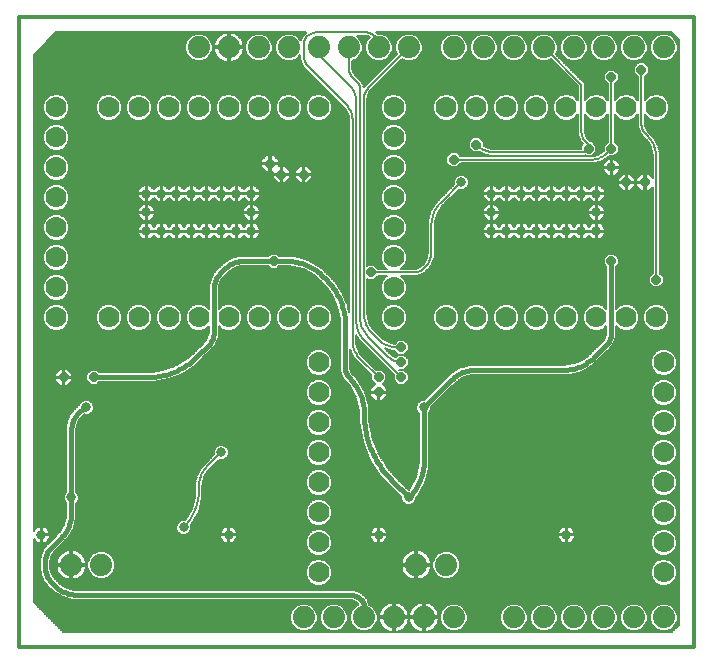
<source format=gbl>
G75*
%MOIN*%
%OFA0B0*%
%FSLAX24Y24*%
%IPPOS*%
%LPD*%
%AMOC8*
5,1,8,0,0,1.08239X$1,22.5*
%
%ADD10C,0.0120*%
%ADD11C,0.0700*%
%ADD12C,0.0740*%
%ADD13C,0.0317*%
%ADD14C,0.0060*%
%ADD15C,0.0160*%
%ADD16OC8,0.0317*%
D10*
X006252Y000160D02*
X006252Y021156D01*
X028747Y021156D01*
X028747Y000160D01*
X006252Y000160D01*
D11*
X016252Y002660D03*
X016252Y003660D03*
X016252Y004660D03*
X016252Y005660D03*
X016252Y006660D03*
X016252Y007660D03*
X016252Y008660D03*
X016252Y009660D03*
X016252Y011160D03*
X015252Y011160D03*
X014252Y011160D03*
X013252Y011160D03*
X012252Y011160D03*
X011252Y011160D03*
X010252Y011160D03*
X009252Y011160D03*
X007502Y011160D03*
X007502Y012160D03*
X007502Y013160D03*
X007502Y014160D03*
X007502Y015160D03*
X007502Y016160D03*
X007502Y017160D03*
X007502Y018160D03*
X009252Y018160D03*
X010252Y018160D03*
X011252Y018160D03*
X012252Y018160D03*
X013252Y018160D03*
X014252Y018160D03*
X015252Y018160D03*
X016252Y018160D03*
X018752Y018160D03*
X018752Y017160D03*
X018752Y016160D03*
X018752Y015160D03*
X018752Y014160D03*
X018752Y013160D03*
X018752Y012160D03*
X018752Y011160D03*
X020502Y011160D03*
X021502Y011160D03*
X022502Y011160D03*
X023502Y011160D03*
X024502Y011160D03*
X025502Y011160D03*
X026502Y011160D03*
X027502Y011160D03*
X027752Y009660D03*
X027752Y008660D03*
X027752Y007660D03*
X027752Y006660D03*
X027752Y005660D03*
X027752Y004660D03*
X027752Y003660D03*
X027752Y002660D03*
X027502Y018160D03*
X026502Y018160D03*
X025502Y018160D03*
X024502Y018160D03*
X023502Y018160D03*
X022502Y018160D03*
X021502Y018160D03*
X020502Y018160D03*
D12*
X020752Y020160D03*
X021752Y020160D03*
X022752Y020160D03*
X023752Y020160D03*
X024752Y020160D03*
X025752Y020160D03*
X026752Y020160D03*
X027752Y020160D03*
X019252Y020160D03*
X018252Y020160D03*
X017252Y020160D03*
X016252Y020160D03*
X015252Y020160D03*
X014252Y020160D03*
X013252Y020160D03*
X012252Y020160D03*
X009002Y002910D03*
X008002Y002910D03*
X015752Y001160D03*
X016752Y001160D03*
X017752Y001160D03*
X018752Y001160D03*
X019752Y001160D03*
X020752Y001160D03*
X022752Y001160D03*
X023752Y001160D03*
X024752Y001160D03*
X025752Y001160D03*
X026752Y001160D03*
X027752Y001160D03*
X020502Y002910D03*
X019502Y002910D03*
D13*
X018252Y003910D03*
X019252Y005160D03*
X019752Y008160D03*
X024502Y003910D03*
X013252Y003910D03*
X011752Y004160D03*
X013002Y006660D03*
X008502Y008160D03*
X008002Y005160D03*
X007002Y003910D03*
X010502Y014035D03*
X011002Y014035D03*
X011502Y014035D03*
X012002Y014035D03*
X012502Y014035D03*
X013002Y014035D03*
X013502Y014035D03*
X014002Y014035D03*
X014002Y014660D03*
X014002Y015285D03*
X013502Y015285D03*
X013002Y015285D03*
X012502Y015285D03*
X012002Y015285D03*
X011502Y015285D03*
X011002Y015285D03*
X010502Y015285D03*
X010502Y014660D03*
X021002Y015660D03*
X022002Y015285D03*
X022502Y015285D03*
X023002Y015285D03*
X023502Y015285D03*
X024002Y015285D03*
X024502Y015285D03*
X025002Y015285D03*
X025502Y015285D03*
X025502Y014660D03*
X025502Y014035D03*
X025002Y014035D03*
X024502Y014035D03*
X024002Y014035D03*
X023502Y014035D03*
X023002Y014035D03*
X022502Y014035D03*
X022002Y014035D03*
X022002Y014660D03*
X026002Y016160D03*
D14*
X025983Y016179D02*
X025983Y016141D01*
X025714Y016141D01*
X025714Y016132D01*
X025725Y016076D01*
X025747Y016023D01*
X025778Y015976D01*
X025819Y015936D01*
X025866Y015904D01*
X025918Y015883D01*
X025974Y015872D01*
X025983Y015872D01*
X025983Y016141D01*
X026022Y016141D01*
X026022Y016179D01*
X026291Y016179D01*
X026291Y016188D01*
X026280Y016244D01*
X026258Y016297D01*
X026226Y016344D01*
X026186Y016384D01*
X026139Y016416D01*
X026086Y016437D01*
X026031Y016448D01*
X026022Y016448D01*
X026022Y016179D01*
X025983Y016179D01*
X025714Y016179D01*
X025714Y016188D01*
X025725Y016244D01*
X025747Y016297D01*
X025778Y016344D01*
X025819Y016384D01*
X025866Y016416D01*
X025918Y016437D01*
X025974Y016448D01*
X025983Y016448D01*
X025983Y016179D01*
X025983Y016189D02*
X026022Y016189D01*
X026022Y016141D02*
X026291Y016141D01*
X026291Y016132D01*
X026280Y016076D01*
X026258Y016023D01*
X026226Y015976D01*
X026186Y015936D01*
X026139Y015904D01*
X026086Y015883D01*
X026031Y015872D01*
X026022Y015872D01*
X026022Y016141D01*
X026022Y016131D02*
X025983Y016131D01*
X025983Y016072D02*
X026022Y016072D01*
X026022Y016014D02*
X025983Y016014D01*
X025983Y015955D02*
X026022Y015955D01*
X026022Y015897D02*
X025983Y015897D01*
X025885Y015897D02*
X021080Y015897D01*
X021052Y015908D02*
X020953Y015908D01*
X020862Y015871D01*
X020792Y015801D01*
X020754Y015709D01*
X020754Y015611D01*
X020763Y015590D01*
X020268Y015095D01*
X020232Y015060D01*
X020121Y014949D01*
X020121Y014949D01*
X019964Y014676D01*
X019964Y014676D01*
X019882Y014372D01*
X019882Y013328D01*
X019871Y013213D01*
X019783Y013002D01*
X019710Y012913D01*
X019706Y012909D01*
X019640Y012854D01*
X019481Y012788D01*
X019396Y012780D01*
X018985Y012780D01*
X019002Y012787D01*
X019125Y012911D01*
X019192Y013072D01*
X019192Y013248D01*
X019125Y013409D01*
X019002Y013533D01*
X018840Y013600D01*
X018665Y013600D01*
X018503Y013533D01*
X018379Y013409D01*
X018312Y013248D01*
X018312Y013072D01*
X018379Y012911D01*
X018503Y012787D01*
X018520Y012780D01*
X018234Y012780D01*
X018105Y012908D01*
X017899Y012908D01*
X017872Y012881D01*
X017872Y018440D01*
X017880Y018520D01*
X017942Y018668D01*
X017993Y018730D01*
X018025Y018763D01*
X019020Y019758D01*
X019161Y019700D01*
X019344Y019700D01*
X019513Y019770D01*
X019642Y019899D01*
X019712Y020068D01*
X019712Y020251D01*
X019642Y020421D01*
X019513Y020550D01*
X019344Y020620D01*
X019161Y020620D01*
X018992Y020550D01*
X018862Y020421D01*
X018792Y020251D01*
X018792Y020068D01*
X018851Y019928D01*
X017855Y018933D01*
X017823Y018900D01*
X017747Y018825D01*
X017747Y018858D01*
X017675Y019032D01*
X017609Y019098D01*
X017609Y019098D01*
X017574Y019134D01*
X017488Y019219D01*
X017453Y019254D01*
X017419Y019296D01*
X017378Y019395D01*
X017372Y019449D01*
X017372Y019712D01*
X017513Y019770D01*
X017642Y019899D01*
X017712Y020068D01*
X017712Y020251D01*
X017642Y020421D01*
X017523Y020540D01*
X017816Y020540D01*
X017880Y020534D01*
X017948Y020506D01*
X017862Y020421D01*
X017792Y020251D01*
X017792Y020068D01*
X017862Y019899D01*
X017992Y019770D01*
X018161Y019700D01*
X018344Y019700D01*
X018513Y019770D01*
X018642Y019899D01*
X018712Y020068D01*
X018712Y020251D01*
X018642Y020421D01*
X018513Y020550D01*
X018344Y020620D01*
X018212Y020620D01*
X018172Y020660D01*
X028002Y020660D01*
X028252Y020410D01*
X028252Y000910D01*
X028002Y000660D01*
X007752Y000660D01*
X006752Y001660D01*
X006752Y003765D01*
X006778Y003726D01*
X006819Y003686D01*
X006866Y003654D01*
X006918Y003633D01*
X006974Y003622D01*
X006983Y003622D01*
X006983Y003891D01*
X007022Y003891D01*
X007022Y003929D01*
X007291Y003929D01*
X007291Y003938D01*
X007280Y003994D01*
X007258Y004047D01*
X007226Y004094D01*
X007186Y004134D01*
X007139Y004166D01*
X007086Y004187D01*
X007031Y004198D01*
X007022Y004198D01*
X007022Y003929D01*
X006983Y003929D01*
X006983Y004198D01*
X006974Y004198D01*
X006918Y004187D01*
X006866Y004166D01*
X006819Y004134D01*
X006778Y004094D01*
X006752Y004055D01*
X006752Y019910D01*
X007502Y020660D01*
X015833Y020660D01*
X015814Y020641D01*
X015779Y020607D01*
X015714Y020542D01*
X015714Y020542D01*
X015693Y020521D01*
X015647Y020409D01*
X015642Y020421D01*
X015513Y020550D01*
X015344Y020620D01*
X015161Y020620D01*
X014992Y020550D01*
X014862Y020421D01*
X014792Y020251D01*
X014792Y020068D01*
X014862Y019899D01*
X014992Y019770D01*
X015161Y019700D01*
X015344Y019700D01*
X015513Y019770D01*
X015632Y019889D01*
X015632Y019756D01*
X015736Y019507D01*
X015831Y019411D01*
X015859Y019384D01*
X017061Y018182D01*
X017095Y018147D01*
X017164Y018063D01*
X017247Y017864D01*
X017257Y017756D01*
X017257Y011341D01*
X017210Y011578D01*
X017040Y011990D01*
X016792Y012361D01*
X016792Y012361D01*
X016684Y012469D01*
X016589Y012564D01*
X016584Y012569D01*
X016513Y012639D01*
X016464Y012689D01*
X016300Y012853D01*
X016300Y012853D01*
X015898Y013085D01*
X015450Y013205D01*
X014934Y013205D01*
X014855Y013283D01*
X014649Y013283D01*
X014571Y013205D01*
X013581Y013205D01*
X013334Y013139D01*
X013113Y013011D01*
X013030Y012928D01*
X012895Y012793D01*
X012796Y012694D01*
X012762Y012660D01*
X012644Y012455D01*
X012582Y012226D01*
X012582Y011452D01*
X012502Y011533D01*
X012340Y011600D01*
X012165Y011600D01*
X012003Y011533D01*
X011879Y011409D01*
X011812Y011248D01*
X011812Y011072D01*
X011879Y010911D01*
X012003Y010787D01*
X012165Y010720D01*
X012340Y010720D01*
X012502Y010787D01*
X012582Y010868D01*
X012582Y010689D01*
X012573Y010591D01*
X012498Y010409D01*
X012435Y010333D01*
X012385Y010283D01*
X012135Y010033D01*
X012085Y009983D01*
X011923Y009836D01*
X011560Y009593D01*
X011155Y009426D01*
X010726Y009341D01*
X010508Y009330D01*
X008934Y009330D01*
X008855Y009408D01*
X008649Y009408D01*
X008504Y009263D01*
X008504Y009057D01*
X008649Y008912D01*
X008855Y008912D01*
X008934Y008990D01*
X010761Y008990D01*
X011258Y009089D01*
X011726Y009283D01*
X012147Y009564D01*
X012326Y009743D01*
X012376Y009793D01*
X012626Y010043D01*
X012675Y010093D01*
X012794Y010211D01*
X012794Y010211D01*
X012922Y010521D01*
X012922Y010868D01*
X013003Y010787D01*
X013165Y010720D01*
X013340Y010720D01*
X013502Y010787D01*
X013625Y010911D01*
X013692Y011072D01*
X013692Y011248D01*
X013625Y011409D01*
X013502Y011533D01*
X013340Y011600D01*
X013165Y011600D01*
X013003Y011533D01*
X012922Y011452D01*
X012922Y012108D01*
X012927Y012181D01*
X012965Y012322D01*
X013038Y012448D01*
X013086Y012503D01*
X013135Y012552D01*
X013136Y012553D01*
X013263Y012680D01*
X013325Y012735D01*
X013468Y012817D01*
X013627Y012860D01*
X013709Y012865D01*
X014571Y012865D01*
X014649Y012787D01*
X014855Y012787D01*
X014934Y012865D01*
X015218Y012865D01*
X015404Y012853D01*
X015762Y012757D01*
X016083Y012571D01*
X016223Y012449D01*
X016273Y012399D01*
X016344Y012328D01*
X012968Y012328D01*
X012951Y012270D02*
X016402Y012270D01*
X016393Y012279D02*
X016520Y012139D01*
X016730Y011825D01*
X016874Y011476D01*
X016948Y011106D01*
X016957Y010917D01*
X016957Y009363D01*
X017062Y009110D01*
X017062Y009110D01*
X017109Y009063D01*
X017109Y009063D01*
X017117Y009055D01*
X017159Y009013D01*
X017159Y009013D01*
X017159Y009013D01*
X017284Y008871D01*
X017472Y008544D01*
X017570Y008180D01*
X017582Y007991D01*
X017582Y007658D01*
X017712Y007004D01*
X017967Y006388D01*
X018338Y005834D01*
X018524Y005648D01*
X019004Y005168D01*
X019004Y005111D01*
X019042Y005019D01*
X019112Y004949D01*
X019203Y004912D01*
X019302Y004912D01*
X019393Y004949D01*
X019463Y005019D01*
X019501Y005111D01*
X019501Y005168D01*
X019547Y005215D01*
X019794Y005643D01*
X019922Y006120D01*
X019922Y007979D01*
X019963Y008019D01*
X020001Y008111D01*
X020001Y008168D01*
X020735Y008902D01*
X020735Y008902D01*
X020785Y008952D01*
X020882Y009037D01*
X021104Y009165D01*
X021351Y009232D01*
X021480Y009240D01*
X024613Y009240D01*
X025027Y009351D01*
X025398Y009565D01*
X025500Y009667D01*
X025909Y010076D01*
X025919Y010086D01*
X026009Y010176D01*
X026061Y010229D01*
X026172Y010497D01*
X026172Y010868D01*
X026253Y010787D01*
X026415Y010720D01*
X026590Y010720D01*
X026752Y010787D01*
X026875Y010911D01*
X026942Y011072D01*
X026942Y011248D01*
X026875Y011409D01*
X026752Y011533D01*
X026590Y011600D01*
X026415Y011600D01*
X026253Y011533D01*
X026172Y011452D01*
X026172Y012854D01*
X026251Y012932D01*
X026251Y013138D01*
X026105Y013283D01*
X025899Y013283D01*
X025754Y013138D01*
X025754Y012932D01*
X025832Y012854D01*
X025832Y011452D01*
X025752Y011533D01*
X025590Y011600D01*
X025415Y011600D01*
X025253Y011533D01*
X025129Y011409D01*
X025062Y011248D01*
X025062Y011072D01*
X025129Y010911D01*
X025253Y010787D01*
X025415Y010720D01*
X025590Y010720D01*
X025752Y010787D01*
X025832Y010868D01*
X025832Y010642D01*
X025825Y010566D01*
X025767Y010425D01*
X025718Y010366D01*
X025678Y010326D01*
X025669Y010317D01*
X025309Y009957D01*
X025182Y009846D01*
X024891Y009678D01*
X024567Y009591D01*
X024399Y009580D01*
X021306Y009580D01*
X020969Y009490D01*
X020668Y009316D01*
X020668Y009316D01*
X020545Y009193D01*
X020545Y009193D01*
X020495Y009143D01*
X020495Y009143D01*
X019760Y008408D01*
X019703Y008408D01*
X019612Y008371D01*
X019542Y008301D01*
X019504Y008209D01*
X019504Y008111D01*
X019542Y008019D01*
X019582Y007979D01*
X019582Y006367D01*
X019569Y006166D01*
X019465Y005779D01*
X019265Y005431D01*
X019245Y005408D01*
X019244Y005408D01*
X018814Y005839D01*
X018613Y006060D01*
X018282Y006556D01*
X018053Y007108D01*
X017937Y007693D01*
X017922Y007991D01*
X017922Y008226D01*
X017801Y008680D01*
X017566Y009087D01*
X017449Y009203D01*
X017449Y009203D01*
X017400Y009253D01*
X017356Y009306D01*
X017304Y009432D01*
X017297Y009500D01*
X017297Y010093D01*
X017319Y010011D01*
X017439Y009803D01*
X017524Y009719D01*
X017524Y009719D01*
X017559Y009684D01*
X018004Y009239D01*
X018004Y009057D01*
X018123Y008938D01*
X017964Y008779D01*
X017964Y008679D01*
X018233Y008679D01*
X018233Y008641D01*
X017964Y008641D01*
X017964Y008541D01*
X018133Y008372D01*
X018233Y008372D01*
X018233Y008641D01*
X018272Y008641D01*
X018272Y008679D01*
X018541Y008679D01*
X018541Y008779D01*
X018382Y008938D01*
X018501Y009057D01*
X018501Y009263D01*
X018355Y009408D01*
X018174Y009408D01*
X017728Y009854D01*
X017694Y009888D01*
X017636Y009954D01*
X017548Y010106D01*
X017503Y010275D01*
X017497Y010362D01*
X017497Y010562D01*
X017588Y010404D01*
X017684Y010309D01*
X017684Y010309D01*
X017719Y010274D01*
X018754Y009239D01*
X018754Y009057D01*
X018899Y008912D01*
X019105Y008912D01*
X019251Y009057D01*
X019251Y009263D01*
X019105Y009408D01*
X018924Y009408D01*
X018920Y009412D01*
X019105Y009412D01*
X019251Y009557D01*
X019251Y009763D01*
X019105Y009908D01*
X018899Y009908D01*
X018818Y009827D01*
X018734Y009861D01*
X018660Y009922D01*
X018625Y009957D01*
X018460Y010122D01*
X018481Y010110D01*
X018741Y010040D01*
X018771Y010040D01*
X018899Y009912D01*
X019105Y009912D01*
X019251Y010057D01*
X019251Y010263D01*
X019105Y010408D01*
X018899Y010408D01*
X018777Y010286D01*
X018774Y010287D01*
X018577Y010339D01*
X018400Y010441D01*
X018323Y010509D01*
X018288Y010544D01*
X018167Y010665D01*
X018132Y010700D01*
X018056Y010787D01*
X018056Y010787D01*
X017940Y010988D01*
X017880Y011212D01*
X017872Y011327D01*
X017872Y012439D01*
X017899Y012412D01*
X018105Y012412D01*
X018234Y012540D01*
X018520Y012540D01*
X018503Y012533D01*
X018379Y012409D01*
X018312Y012248D01*
X018312Y012072D01*
X018379Y011911D01*
X018503Y011787D01*
X018665Y011720D01*
X018840Y011720D01*
X019002Y011787D01*
X019125Y011911D01*
X019192Y012072D01*
X019192Y012248D01*
X019125Y012409D01*
X019002Y012533D01*
X018985Y012540D01*
X019531Y012540D01*
X019780Y012643D01*
X019780Y012643D01*
X019876Y012739D01*
X019881Y012743D01*
X019996Y012859D01*
X020122Y013163D01*
X020122Y014215D01*
X020131Y014339D01*
X020195Y014580D01*
X020320Y014796D01*
X020402Y014890D01*
X020437Y014925D01*
X020932Y015420D01*
X020953Y015412D01*
X021052Y015412D01*
X021143Y015449D01*
X021213Y015519D01*
X021251Y015611D01*
X021251Y015709D01*
X021213Y015801D01*
X021143Y015871D01*
X021052Y015908D01*
X020924Y015897D02*
X019111Y015897D01*
X019125Y015911D02*
X019192Y016072D01*
X025727Y016072D01*
X025714Y016131D02*
X019192Y016131D01*
X019192Y016189D02*
X020622Y016189D01*
X020649Y016162D02*
X020504Y016307D01*
X020504Y016513D01*
X020649Y016658D01*
X020855Y016658D01*
X020984Y016530D01*
X025300Y016530D01*
X025387Y016536D01*
X025557Y016581D01*
X025708Y016669D01*
X025708Y016669D01*
X025754Y016709D01*
X025754Y016888D01*
X025882Y017016D01*
X025882Y017928D01*
X025875Y017911D01*
X025752Y017787D01*
X025590Y017720D01*
X025415Y017720D01*
X025253Y017787D01*
X025129Y017911D01*
X025122Y017928D01*
X025122Y017373D01*
X025130Y017296D01*
X025189Y017154D01*
X025238Y017094D01*
X025273Y017059D01*
X025299Y017033D01*
X025355Y017033D01*
X025501Y016888D01*
X025501Y016682D01*
X025355Y016537D01*
X025149Y016537D01*
X025130Y016556D01*
X025091Y016540D01*
X021978Y016540D01*
X021730Y016606D01*
X021616Y016672D01*
X021605Y016662D01*
X021399Y016662D01*
X021254Y016807D01*
X021254Y017013D01*
X021399Y017158D01*
X021605Y017158D01*
X021751Y017013D01*
X021751Y016879D01*
X021825Y016836D01*
X022010Y016786D01*
X022106Y016780D01*
X025004Y016780D01*
X025004Y016888D01*
X025054Y016938D01*
X024979Y017014D01*
X024979Y017014D01*
X024882Y017247D01*
X024882Y017928D01*
X024875Y017911D01*
X024752Y017787D01*
X024590Y017720D01*
X024415Y017720D01*
X024253Y017787D01*
X024129Y017911D01*
X024062Y018072D01*
X024062Y018248D01*
X024129Y018409D01*
X024253Y018533D01*
X024415Y018600D01*
X024590Y018600D01*
X024752Y018533D01*
X024875Y018409D01*
X024882Y018392D01*
X024882Y018860D01*
X023984Y019758D01*
X023844Y019700D01*
X023661Y019700D01*
X023492Y019770D01*
X023362Y019899D01*
X023292Y020068D01*
X023292Y020251D01*
X023362Y020421D01*
X023492Y020550D01*
X023661Y020620D01*
X023844Y020620D01*
X024013Y020550D01*
X024142Y020421D01*
X024212Y020251D01*
X024212Y020068D01*
X024154Y019928D01*
X025122Y018960D01*
X025122Y018392D01*
X025129Y018409D01*
X025253Y018533D01*
X025415Y018600D01*
X025590Y018600D01*
X025752Y018533D01*
X025875Y018409D01*
X025882Y018392D01*
X025882Y018929D01*
X025754Y019057D01*
X025754Y019263D01*
X025899Y019408D01*
X026105Y019408D01*
X026251Y019263D01*
X026251Y019057D01*
X026122Y018929D01*
X026122Y018392D01*
X026129Y018409D01*
X026253Y018533D01*
X026415Y018600D01*
X026590Y018600D01*
X026752Y018533D01*
X026875Y018409D01*
X026882Y018392D01*
X026882Y019179D01*
X026754Y019307D01*
X026754Y019513D01*
X026899Y019658D01*
X027105Y019658D01*
X027251Y019513D01*
X027251Y019307D01*
X027122Y019179D01*
X027122Y018392D01*
X027129Y018409D01*
X027253Y018533D01*
X027415Y018600D01*
X027590Y018600D01*
X027752Y018533D01*
X027875Y018409D01*
X027942Y018248D01*
X027942Y018072D01*
X027875Y017911D01*
X027752Y017787D01*
X027590Y017720D01*
X027415Y017720D01*
X027253Y017787D01*
X027129Y017911D01*
X027122Y017928D01*
X027122Y017617D01*
X027130Y017543D01*
X027186Y017406D01*
X027234Y017348D01*
X027269Y017313D01*
X027274Y017308D01*
X027308Y017274D01*
X027308Y017274D01*
X027408Y017174D01*
X027408Y017174D01*
X027549Y016929D01*
X027549Y016929D01*
X027622Y016657D01*
X028252Y016657D01*
X028252Y016599D02*
X027622Y016599D01*
X027622Y016657D02*
X027622Y012641D01*
X027751Y012513D01*
X027751Y012307D01*
X027605Y012162D01*
X027399Y012162D01*
X027254Y012307D01*
X027254Y012513D01*
X027382Y012641D01*
X027382Y015507D01*
X027247Y015372D01*
X027147Y015372D01*
X027147Y015641D01*
X027108Y015641D01*
X026839Y015641D01*
X026839Y015541D01*
X027008Y015372D01*
X027108Y015372D01*
X027108Y015641D01*
X027108Y015679D01*
X026839Y015679D01*
X026839Y015779D01*
X027008Y015948D01*
X027108Y015948D01*
X027108Y015679D01*
X027147Y015679D01*
X027147Y015948D01*
X027247Y015948D01*
X027382Y015813D01*
X027382Y016516D01*
X027375Y016624D01*
X027319Y016834D01*
X027210Y017022D01*
X027139Y017104D01*
X027104Y017139D01*
X027099Y017144D01*
X027064Y017179D01*
X027064Y017179D01*
X026977Y017266D01*
X026977Y017266D01*
X026882Y017494D01*
X026882Y017928D01*
X026875Y017911D01*
X026752Y017787D01*
X026590Y017720D01*
X026415Y017720D01*
X026253Y017787D01*
X026129Y017911D01*
X026122Y017928D01*
X026122Y017016D01*
X026251Y016888D01*
X026251Y016682D01*
X026105Y016537D01*
X025924Y016537D01*
X025859Y016472D01*
X025651Y016352D01*
X025651Y016352D01*
X025420Y016290D01*
X020984Y016290D01*
X020855Y016162D01*
X020649Y016162D01*
X020563Y016248D02*
X019192Y016248D01*
X019125Y016409D01*
X019002Y016533D01*
X018840Y016600D01*
X018665Y016600D01*
X018503Y016533D01*
X018379Y016409D01*
X018312Y016248D01*
X017872Y016248D01*
X017872Y016306D02*
X018337Y016306D01*
X018361Y016365D02*
X017872Y016365D01*
X017872Y016423D02*
X018393Y016423D01*
X018452Y016482D02*
X017872Y016482D01*
X017872Y016540D02*
X018520Y016540D01*
X018661Y016599D02*
X017872Y016599D01*
X017872Y016657D02*
X020648Y016657D01*
X020590Y016599D02*
X018843Y016599D01*
X018840Y016720D02*
X018665Y016720D01*
X018503Y016787D01*
X018379Y016911D01*
X018312Y017072D01*
X018312Y017248D01*
X018379Y017409D01*
X018503Y017533D01*
X018665Y017600D01*
X018840Y017600D01*
X019002Y017533D01*
X019125Y017409D01*
X019192Y017248D01*
X019192Y017072D01*
X019125Y016911D01*
X019002Y016787D01*
X018840Y016720D01*
X018970Y016774D02*
X021287Y016774D01*
X021254Y016833D02*
X019047Y016833D01*
X019106Y016891D02*
X021254Y016891D01*
X021254Y016950D02*
X019141Y016950D01*
X019166Y017008D02*
X021254Y017008D01*
X021308Y017067D02*
X019190Y017067D01*
X019192Y017125D02*
X021366Y017125D01*
X021639Y017125D02*
X024933Y017125D01*
X024957Y017067D02*
X021697Y017067D01*
X021751Y017008D02*
X024985Y017008D01*
X025210Y016742D02*
X025187Y016721D01*
X025161Y016703D01*
X025133Y016688D01*
X025104Y016676D01*
X025074Y016667D01*
X025043Y016662D01*
X025012Y016660D01*
X022106Y016660D01*
X021977Y016540D02*
X020974Y016540D01*
X020915Y016599D02*
X021759Y016599D01*
X021642Y016657D02*
X020857Y016657D01*
X020752Y016410D02*
X025300Y016410D01*
X025359Y016540D02*
X025404Y016540D01*
X025417Y016599D02*
X025587Y016599D01*
X025688Y016657D02*
X025476Y016657D01*
X025501Y016716D02*
X025754Y016716D01*
X025754Y016774D02*
X025501Y016774D01*
X025501Y016833D02*
X025754Y016833D01*
X025757Y016891D02*
X025498Y016891D01*
X025439Y016950D02*
X025816Y016950D01*
X025874Y017008D02*
X025381Y017008D01*
X025265Y017067D02*
X025882Y017067D01*
X025882Y017125D02*
X025213Y017125D01*
X025177Y017184D02*
X025882Y017184D01*
X025882Y017242D02*
X025152Y017242D01*
X025130Y017301D02*
X025882Y017301D01*
X025882Y017359D02*
X025124Y017359D01*
X025122Y017418D02*
X025882Y017418D01*
X025882Y017476D02*
X025122Y017476D01*
X025122Y017535D02*
X025882Y017535D01*
X025882Y017593D02*
X025122Y017593D01*
X025122Y017652D02*
X025882Y017652D01*
X025882Y017710D02*
X025122Y017710D01*
X025122Y017769D02*
X025298Y017769D01*
X025213Y017827D02*
X025122Y017827D01*
X025122Y017886D02*
X025155Y017886D01*
X024882Y017886D02*
X024850Y017886D01*
X024882Y017827D02*
X024792Y017827D01*
X024707Y017769D02*
X024882Y017769D01*
X024882Y017710D02*
X017872Y017710D01*
X017872Y017652D02*
X024882Y017652D01*
X024882Y017593D02*
X018857Y017593D01*
X018840Y017720D02*
X019002Y017787D01*
X019125Y017911D01*
X019192Y018072D01*
X019192Y018248D01*
X019125Y018409D01*
X019002Y018533D01*
X018840Y018600D01*
X018665Y018600D01*
X018503Y018533D01*
X018379Y018409D01*
X018312Y018248D01*
X018312Y018072D01*
X018379Y017911D01*
X018503Y017787D01*
X018665Y017720D01*
X018840Y017720D01*
X018957Y017769D02*
X020298Y017769D01*
X020253Y017787D02*
X020415Y017720D01*
X020590Y017720D01*
X020752Y017787D01*
X020875Y017911D01*
X020942Y018072D01*
X020942Y018248D01*
X020875Y018409D01*
X020752Y018533D01*
X020590Y018600D01*
X020415Y018600D01*
X020253Y018533D01*
X020129Y018409D01*
X020062Y018248D01*
X020062Y018072D01*
X020129Y017911D01*
X020253Y017787D01*
X020213Y017827D02*
X019042Y017827D01*
X019100Y017886D02*
X020155Y017886D01*
X020116Y017944D02*
X019139Y017944D01*
X019163Y018003D02*
X020091Y018003D01*
X020067Y018061D02*
X019188Y018061D01*
X019192Y018120D02*
X020062Y018120D01*
X020062Y018178D02*
X019192Y018178D01*
X019192Y018237D02*
X020062Y018237D01*
X020082Y018295D02*
X019173Y018295D01*
X019148Y018354D02*
X020106Y018354D01*
X020132Y018412D02*
X019123Y018412D01*
X019064Y018471D02*
X020191Y018471D01*
X020249Y018529D02*
X019006Y018529D01*
X018870Y018588D02*
X020385Y018588D01*
X020620Y018588D02*
X021385Y018588D01*
X021415Y018600D02*
X021253Y018533D01*
X021129Y018409D01*
X021062Y018248D01*
X021062Y018072D01*
X021129Y017911D01*
X021253Y017787D01*
X021415Y017720D01*
X021590Y017720D01*
X021752Y017787D01*
X021875Y017911D01*
X021942Y018072D01*
X021942Y018248D01*
X021875Y018409D01*
X021752Y018533D01*
X021590Y018600D01*
X021415Y018600D01*
X021249Y018529D02*
X020756Y018529D01*
X020814Y018471D02*
X021191Y018471D01*
X021132Y018412D02*
X020873Y018412D01*
X020898Y018354D02*
X021106Y018354D01*
X021082Y018295D02*
X020923Y018295D01*
X020942Y018237D02*
X021062Y018237D01*
X021062Y018178D02*
X020942Y018178D01*
X020942Y018120D02*
X021062Y018120D01*
X021067Y018061D02*
X020938Y018061D01*
X020913Y018003D02*
X021091Y018003D01*
X021116Y017944D02*
X020889Y017944D01*
X020850Y017886D02*
X021155Y017886D01*
X021213Y017827D02*
X020792Y017827D01*
X020707Y017769D02*
X021298Y017769D01*
X021707Y017769D02*
X022298Y017769D01*
X022253Y017787D02*
X022415Y017720D01*
X022590Y017720D01*
X022752Y017787D01*
X022875Y017911D01*
X022942Y018072D01*
X022942Y018248D01*
X022875Y018409D01*
X022752Y018533D01*
X022590Y018600D01*
X022415Y018600D01*
X022253Y018533D01*
X022129Y018409D01*
X022062Y018248D01*
X022062Y018072D01*
X022129Y017911D01*
X022253Y017787D01*
X022213Y017827D02*
X021792Y017827D01*
X021850Y017886D02*
X022155Y017886D01*
X022116Y017944D02*
X021889Y017944D01*
X021913Y018003D02*
X022091Y018003D01*
X022067Y018061D02*
X021938Y018061D01*
X021942Y018120D02*
X022062Y018120D01*
X022062Y018178D02*
X021942Y018178D01*
X021942Y018237D02*
X022062Y018237D01*
X022082Y018295D02*
X021923Y018295D01*
X021898Y018354D02*
X022106Y018354D01*
X022132Y018412D02*
X021873Y018412D01*
X021814Y018471D02*
X022191Y018471D01*
X022249Y018529D02*
X021756Y018529D01*
X021620Y018588D02*
X022385Y018588D01*
X022620Y018588D02*
X023385Y018588D01*
X023415Y018600D02*
X023253Y018533D01*
X023129Y018409D01*
X023062Y018248D01*
X023062Y018072D01*
X023129Y017911D01*
X023253Y017787D01*
X023415Y017720D01*
X023590Y017720D01*
X023752Y017787D01*
X023875Y017911D01*
X023942Y018072D01*
X023942Y018248D01*
X023875Y018409D01*
X023752Y018533D01*
X023590Y018600D01*
X023415Y018600D01*
X023249Y018529D02*
X022756Y018529D01*
X022814Y018471D02*
X023191Y018471D01*
X023132Y018412D02*
X022873Y018412D01*
X022898Y018354D02*
X023106Y018354D01*
X023082Y018295D02*
X022923Y018295D01*
X022942Y018237D02*
X023062Y018237D01*
X023062Y018178D02*
X022942Y018178D01*
X022942Y018120D02*
X023062Y018120D01*
X023067Y018061D02*
X022938Y018061D01*
X022913Y018003D02*
X023091Y018003D01*
X023116Y017944D02*
X022889Y017944D01*
X022850Y017886D02*
X023155Y017886D01*
X023213Y017827D02*
X022792Y017827D01*
X022707Y017769D02*
X023298Y017769D01*
X023707Y017769D02*
X024298Y017769D01*
X024213Y017827D02*
X023792Y017827D01*
X023850Y017886D02*
X024155Y017886D01*
X024116Y017944D02*
X023889Y017944D01*
X023913Y018003D02*
X024091Y018003D01*
X024067Y018061D02*
X023938Y018061D01*
X023942Y018120D02*
X024062Y018120D01*
X024062Y018178D02*
X023942Y018178D01*
X023942Y018237D02*
X024062Y018237D01*
X024082Y018295D02*
X023923Y018295D01*
X023898Y018354D02*
X024106Y018354D01*
X024132Y018412D02*
X023873Y018412D01*
X023814Y018471D02*
X024191Y018471D01*
X024249Y018529D02*
X023756Y018529D01*
X023620Y018588D02*
X024385Y018588D01*
X024620Y018588D02*
X024882Y018588D01*
X024882Y018646D02*
X017932Y018646D01*
X017908Y018588D02*
X018635Y018588D01*
X018499Y018529D02*
X017884Y018529D01*
X017875Y018471D02*
X018441Y018471D01*
X018382Y018412D02*
X017872Y018412D01*
X017872Y018354D02*
X018356Y018354D01*
X018332Y018295D02*
X017872Y018295D01*
X017872Y018237D02*
X018312Y018237D01*
X018312Y018178D02*
X017872Y018178D01*
X017872Y018120D02*
X018312Y018120D01*
X018317Y018061D02*
X017872Y018061D01*
X017872Y018003D02*
X018341Y018003D01*
X018366Y017944D02*
X017872Y017944D01*
X017872Y017886D02*
X018405Y017886D01*
X018463Y017827D02*
X017872Y017827D01*
X017872Y017769D02*
X018548Y017769D01*
X018648Y017593D02*
X017872Y017593D01*
X017872Y017535D02*
X018507Y017535D01*
X018446Y017476D02*
X017872Y017476D01*
X017872Y017418D02*
X018388Y017418D01*
X018359Y017359D02*
X017872Y017359D01*
X017872Y017301D02*
X018334Y017301D01*
X018312Y017242D02*
X017872Y017242D01*
X017872Y017184D02*
X018312Y017184D01*
X018312Y017125D02*
X017872Y017125D01*
X017872Y017067D02*
X018315Y017067D01*
X018339Y017008D02*
X017872Y017008D01*
X017872Y016950D02*
X018363Y016950D01*
X018399Y016891D02*
X017872Y016891D01*
X017872Y016833D02*
X018458Y016833D01*
X018534Y016774D02*
X017872Y016774D01*
X017872Y016716D02*
X021345Y016716D01*
X021751Y016891D02*
X025007Y016891D01*
X025004Y016833D02*
X021837Y016833D01*
X021751Y016950D02*
X025043Y016950D01*
X025153Y017009D02*
X025252Y016910D01*
X025252Y016785D01*
X025209Y016742D01*
X025146Y016540D02*
X025091Y016540D01*
X025480Y016306D02*
X025753Y016306D01*
X025726Y016248D02*
X020941Y016248D01*
X020883Y016189D02*
X025714Y016189D01*
X025753Y016014D02*
X019168Y016014D01*
X019192Y016072D02*
X019192Y016248D01*
X019168Y016306D02*
X020505Y016306D01*
X020504Y016365D02*
X019144Y016365D01*
X019112Y016423D02*
X020504Y016423D01*
X020504Y016482D02*
X019053Y016482D01*
X018985Y016540D02*
X020531Y016540D01*
X020829Y015838D02*
X019053Y015838D01*
X019002Y015787D02*
X019125Y015911D01*
X019144Y015955D02*
X025799Y015955D01*
X026120Y015897D02*
X026331Y015897D01*
X026383Y015948D02*
X026214Y015779D01*
X026214Y015679D01*
X026483Y015679D01*
X026483Y015641D01*
X026214Y015641D01*
X026214Y015541D01*
X026383Y015372D01*
X026483Y015372D01*
X026483Y015641D01*
X026522Y015641D01*
X026522Y015679D01*
X026791Y015679D01*
X026791Y015779D01*
X026622Y015948D01*
X026522Y015948D01*
X026522Y015679D01*
X026483Y015679D01*
X026483Y015948D01*
X026383Y015948D01*
X026483Y015897D02*
X026522Y015897D01*
X026522Y015838D02*
X026483Y015838D01*
X026483Y015780D02*
X026522Y015780D01*
X026522Y015721D02*
X026483Y015721D01*
X026483Y015663D02*
X021251Y015663D01*
X021246Y015721D02*
X026214Y015721D01*
X026214Y015780D02*
X021222Y015780D01*
X021176Y015838D02*
X026273Y015838D01*
X026205Y015955D02*
X027382Y015955D01*
X027382Y015897D02*
X027299Y015897D01*
X027357Y015838D02*
X027382Y015838D01*
X027382Y016014D02*
X026251Y016014D01*
X026278Y016072D02*
X027382Y016072D01*
X027382Y016131D02*
X026291Y016131D01*
X026291Y016189D02*
X027382Y016189D01*
X027382Y016248D02*
X026278Y016248D01*
X026252Y016306D02*
X027382Y016306D01*
X027382Y016365D02*
X026206Y016365D01*
X026121Y016423D02*
X027382Y016423D01*
X027382Y016482D02*
X025869Y016482D01*
X025884Y016423D02*
X025774Y016423D01*
X025799Y016365D02*
X025673Y016365D01*
X025983Y016365D02*
X026022Y016365D01*
X026022Y016423D02*
X025983Y016423D01*
X025983Y016306D02*
X026022Y016306D01*
X026022Y016248D02*
X025983Y016248D01*
X026109Y016540D02*
X027381Y016540D01*
X027377Y016599D02*
X026167Y016599D01*
X026226Y016657D02*
X027366Y016657D01*
X027351Y016716D02*
X026251Y016716D01*
X026251Y016774D02*
X027335Y016774D01*
X027319Y016833D02*
X026251Y016833D01*
X026248Y016891D02*
X027286Y016891D01*
X027252Y016950D02*
X026189Y016950D01*
X026131Y017008D02*
X027219Y017008D01*
X027171Y017067D02*
X026122Y017067D01*
X026122Y017125D02*
X027118Y017125D01*
X027059Y017184D02*
X026122Y017184D01*
X026122Y017242D02*
X027001Y017242D01*
X026962Y017301D02*
X026122Y017301D01*
X026122Y017359D02*
X026938Y017359D01*
X026914Y017418D02*
X026122Y017418D01*
X026122Y017476D02*
X026890Y017476D01*
X026882Y017535D02*
X026122Y017535D01*
X026122Y017593D02*
X026882Y017593D01*
X026882Y017652D02*
X026122Y017652D01*
X026122Y017710D02*
X026882Y017710D01*
X026882Y017769D02*
X026707Y017769D01*
X026792Y017827D02*
X026882Y017827D01*
X026882Y017886D02*
X026850Y017886D01*
X027122Y017886D02*
X027155Y017886D01*
X027122Y017827D02*
X027213Y017827D01*
X027298Y017769D02*
X027122Y017769D01*
X027122Y017710D02*
X028252Y017710D01*
X028252Y017652D02*
X027122Y017652D01*
X027125Y017593D02*
X028252Y017593D01*
X028252Y017535D02*
X027133Y017535D01*
X027157Y017476D02*
X028252Y017476D01*
X028252Y017418D02*
X027182Y017418D01*
X027225Y017359D02*
X028252Y017359D01*
X028252Y017301D02*
X027281Y017301D01*
X027340Y017242D02*
X028252Y017242D01*
X028252Y017184D02*
X027398Y017184D01*
X027436Y017125D02*
X028252Y017125D01*
X028252Y017067D02*
X027470Y017067D01*
X027504Y017008D02*
X028252Y017008D01*
X028252Y016950D02*
X027538Y016950D01*
X027560Y016891D02*
X028252Y016891D01*
X028252Y016833D02*
X027575Y016833D01*
X027591Y016774D02*
X028252Y016774D01*
X028252Y016716D02*
X027607Y016716D01*
X027622Y016540D02*
X028252Y016540D01*
X028252Y016482D02*
X027622Y016482D01*
X027622Y016423D02*
X028252Y016423D01*
X028252Y016365D02*
X027622Y016365D01*
X027622Y016306D02*
X028252Y016306D01*
X028252Y016248D02*
X027622Y016248D01*
X027622Y016189D02*
X028252Y016189D01*
X028252Y016131D02*
X027622Y016131D01*
X027622Y016072D02*
X028252Y016072D01*
X028252Y016014D02*
X027622Y016014D01*
X027622Y015955D02*
X028252Y015955D01*
X028252Y015897D02*
X027622Y015897D01*
X027622Y015838D02*
X028252Y015838D01*
X028252Y015780D02*
X027622Y015780D01*
X027622Y015721D02*
X028252Y015721D01*
X028252Y015663D02*
X027622Y015663D01*
X027622Y015604D02*
X028252Y015604D01*
X028252Y015546D02*
X027622Y015546D01*
X027622Y015487D02*
X028252Y015487D01*
X028252Y015429D02*
X027622Y015429D01*
X027622Y015370D02*
X028252Y015370D01*
X028252Y015312D02*
X027622Y015312D01*
X027622Y015253D02*
X028252Y015253D01*
X028252Y015195D02*
X027622Y015195D01*
X027622Y015136D02*
X028252Y015136D01*
X028252Y015078D02*
X027622Y015078D01*
X027622Y015019D02*
X028252Y015019D01*
X028252Y014961D02*
X027622Y014961D01*
X027622Y014902D02*
X028252Y014902D01*
X028252Y014844D02*
X027622Y014844D01*
X027622Y014785D02*
X028252Y014785D01*
X028252Y014727D02*
X027622Y014727D01*
X027622Y014668D02*
X028252Y014668D01*
X028252Y014610D02*
X027622Y014610D01*
X027622Y014551D02*
X028252Y014551D01*
X028252Y014493D02*
X027622Y014493D01*
X027622Y014434D02*
X028252Y014434D01*
X028252Y014376D02*
X027622Y014376D01*
X027622Y014317D02*
X028252Y014317D01*
X028252Y014259D02*
X027622Y014259D01*
X027622Y014200D02*
X028252Y014200D01*
X028252Y014142D02*
X027622Y014142D01*
X027622Y014083D02*
X028252Y014083D01*
X028252Y014025D02*
X027622Y014025D01*
X027622Y013966D02*
X028252Y013966D01*
X028252Y013908D02*
X027622Y013908D01*
X027622Y013849D02*
X028252Y013849D01*
X028252Y013791D02*
X027622Y013791D01*
X027622Y013732D02*
X028252Y013732D01*
X028252Y013674D02*
X027622Y013674D01*
X027622Y013615D02*
X028252Y013615D01*
X028252Y013557D02*
X027622Y013557D01*
X027622Y013498D02*
X028252Y013498D01*
X028252Y013440D02*
X027622Y013440D01*
X027622Y013381D02*
X028252Y013381D01*
X028252Y013323D02*
X027622Y013323D01*
X027622Y013264D02*
X028252Y013264D01*
X028252Y013206D02*
X027622Y013206D01*
X027622Y013147D02*
X028252Y013147D01*
X028252Y013089D02*
X027622Y013089D01*
X027622Y013030D02*
X028252Y013030D01*
X028252Y012972D02*
X027622Y012972D01*
X027622Y012913D02*
X028252Y012913D01*
X028252Y012855D02*
X027622Y012855D01*
X027622Y012796D02*
X028252Y012796D01*
X028252Y012738D02*
X027622Y012738D01*
X027622Y012679D02*
X028252Y012679D01*
X028252Y012621D02*
X027643Y012621D01*
X027702Y012562D02*
X028252Y012562D01*
X028252Y012504D02*
X027751Y012504D01*
X027751Y012445D02*
X028252Y012445D01*
X028252Y012387D02*
X027751Y012387D01*
X027751Y012328D02*
X028252Y012328D01*
X028252Y012270D02*
X027713Y012270D01*
X027655Y012211D02*
X028252Y012211D01*
X028252Y012153D02*
X026172Y012153D01*
X026172Y012211D02*
X027350Y012211D01*
X027291Y012270D02*
X026172Y012270D01*
X026172Y012328D02*
X027254Y012328D01*
X027254Y012387D02*
X026172Y012387D01*
X026172Y012445D02*
X027254Y012445D01*
X027254Y012504D02*
X026172Y012504D01*
X026172Y012562D02*
X027303Y012562D01*
X027362Y012621D02*
X026172Y012621D01*
X026172Y012679D02*
X027382Y012679D01*
X027382Y012738D02*
X026172Y012738D01*
X026172Y012796D02*
X027382Y012796D01*
X027382Y012855D02*
X026173Y012855D01*
X026232Y012913D02*
X027382Y012913D01*
X027382Y012972D02*
X026251Y012972D01*
X026251Y013030D02*
X027382Y013030D01*
X027382Y013089D02*
X026251Y013089D01*
X026242Y013147D02*
X027382Y013147D01*
X027382Y013206D02*
X026183Y013206D01*
X026125Y013264D02*
X027382Y013264D01*
X027382Y013323D02*
X020122Y013323D01*
X020122Y013381D02*
X027382Y013381D01*
X027382Y013440D02*
X020122Y013440D01*
X020122Y013498D02*
X027382Y013498D01*
X027382Y013557D02*
X020122Y013557D01*
X020122Y013615D02*
X027382Y013615D01*
X027382Y013674D02*
X020122Y013674D01*
X020122Y013732D02*
X027382Y013732D01*
X027382Y013791D02*
X025656Y013791D01*
X025639Y013779D02*
X025686Y013811D01*
X025726Y013851D01*
X025758Y013898D01*
X025780Y013951D01*
X025791Y014007D01*
X025791Y014016D01*
X025522Y014016D01*
X025522Y014054D01*
X025791Y014054D01*
X025791Y014063D01*
X025780Y014119D01*
X025758Y014172D01*
X025726Y014219D01*
X025686Y014259D01*
X025639Y014291D01*
X025586Y014312D01*
X025531Y014323D01*
X025522Y014323D01*
X025522Y014054D01*
X025483Y014054D01*
X025483Y014016D01*
X025291Y014016D01*
X025022Y014016D01*
X025022Y014054D01*
X025483Y014054D01*
X025483Y014323D01*
X025474Y014323D01*
X025418Y014312D01*
X025366Y014291D01*
X025319Y014259D01*
X025278Y014219D01*
X025252Y014180D01*
X025226Y014219D01*
X025186Y014259D01*
X025139Y014291D01*
X025086Y014312D01*
X025031Y014323D01*
X025022Y014323D01*
X025022Y014054D01*
X024983Y014054D01*
X024983Y014016D01*
X024522Y014016D01*
X024522Y014054D01*
X024714Y014054D01*
X024983Y014054D01*
X024983Y014323D01*
X024974Y014323D01*
X024918Y014312D01*
X024866Y014291D01*
X024819Y014259D01*
X024778Y014219D01*
X024752Y014180D01*
X024726Y014219D01*
X024686Y014259D01*
X024639Y014291D01*
X024586Y014312D01*
X024531Y014323D01*
X024522Y014323D01*
X024522Y014054D01*
X024483Y014054D01*
X024483Y014016D01*
X024214Y014016D01*
X024022Y014016D01*
X024022Y014054D01*
X024483Y014054D01*
X024483Y014323D01*
X024474Y014323D01*
X024418Y014312D01*
X024366Y014291D01*
X024319Y014259D01*
X024278Y014219D01*
X024252Y014180D01*
X024226Y014219D01*
X024186Y014259D01*
X024139Y014291D01*
X024086Y014312D01*
X024031Y014323D01*
X024022Y014323D01*
X024022Y014054D01*
X023983Y014054D01*
X023983Y014016D01*
X023522Y014016D01*
X023522Y014054D01*
X023791Y014054D01*
X023983Y014054D01*
X023983Y014323D01*
X023974Y014323D01*
X023918Y014312D01*
X023866Y014291D01*
X023819Y014259D01*
X023778Y014219D01*
X023752Y014180D01*
X023726Y014219D01*
X023686Y014259D01*
X023639Y014291D01*
X023586Y014312D01*
X023531Y014323D01*
X023522Y014323D01*
X023522Y014054D01*
X023483Y014054D01*
X023483Y014016D01*
X023291Y014016D01*
X023022Y014016D01*
X023022Y014054D01*
X023483Y014054D01*
X023483Y014323D01*
X023474Y014323D01*
X023418Y014312D01*
X023366Y014291D01*
X023319Y014259D01*
X023278Y014219D01*
X023252Y014180D01*
X023226Y014219D01*
X023186Y014259D01*
X023139Y014291D01*
X023086Y014312D01*
X023031Y014323D01*
X023022Y014323D01*
X023022Y014054D01*
X022983Y014054D01*
X022983Y014016D01*
X022522Y014016D01*
X022522Y014054D01*
X022714Y014054D01*
X022983Y014054D01*
X022983Y014323D01*
X022974Y014323D01*
X022918Y014312D01*
X022866Y014291D01*
X022819Y014259D01*
X022778Y014219D01*
X022752Y014180D01*
X022726Y014219D01*
X022686Y014259D01*
X022639Y014291D01*
X022586Y014312D01*
X022531Y014323D01*
X022522Y014323D01*
X022522Y014054D01*
X022483Y014054D01*
X022483Y014016D01*
X022214Y014016D01*
X022022Y014016D01*
X022022Y014054D01*
X022483Y014054D01*
X022483Y014323D01*
X022474Y014323D01*
X022418Y014312D01*
X022366Y014291D01*
X022319Y014259D01*
X022278Y014219D01*
X022252Y014180D01*
X022226Y014219D01*
X022186Y014259D01*
X022139Y014291D01*
X022086Y014312D01*
X022031Y014323D01*
X022022Y014323D01*
X022022Y014054D01*
X021983Y014054D01*
X021983Y014016D01*
X021714Y014016D01*
X021714Y014007D01*
X021725Y013951D01*
X021747Y013898D01*
X021778Y013851D01*
X021819Y013811D01*
X021866Y013779D01*
X021918Y013758D01*
X021974Y013747D01*
X021983Y013747D01*
X021983Y014016D01*
X022022Y014016D01*
X022022Y013747D01*
X022031Y013747D01*
X022086Y013758D01*
X022139Y013779D01*
X022186Y013811D01*
X022226Y013851D01*
X022252Y013890D01*
X022278Y013851D01*
X022319Y013811D01*
X022366Y013779D01*
X022418Y013758D01*
X022474Y013747D01*
X022483Y013747D01*
X022483Y014016D01*
X022522Y014016D01*
X022522Y013747D01*
X022531Y013747D01*
X022586Y013758D01*
X022639Y013779D01*
X022686Y013811D01*
X022726Y013851D01*
X022752Y013890D01*
X022778Y013851D01*
X022819Y013811D01*
X022866Y013779D01*
X022918Y013758D01*
X022974Y013747D01*
X022983Y013747D01*
X022983Y014016D01*
X023022Y014016D01*
X023022Y013747D01*
X023031Y013747D01*
X023086Y013758D01*
X023139Y013779D01*
X023186Y013811D01*
X023226Y013851D01*
X023252Y013890D01*
X023278Y013851D01*
X023319Y013811D01*
X023366Y013779D01*
X023418Y013758D01*
X023474Y013747D01*
X023483Y013747D01*
X023483Y014016D01*
X023522Y014016D01*
X023522Y013747D01*
X023531Y013747D01*
X023586Y013758D01*
X023639Y013779D01*
X023686Y013811D01*
X023726Y013851D01*
X023752Y013890D01*
X023778Y013851D01*
X023819Y013811D01*
X023866Y013779D01*
X023918Y013758D01*
X023974Y013747D01*
X023983Y013747D01*
X023983Y014016D01*
X024022Y014016D01*
X024022Y013747D01*
X024031Y013747D01*
X024086Y013758D01*
X024139Y013779D01*
X024186Y013811D01*
X024226Y013851D01*
X024252Y013890D01*
X024278Y013851D01*
X024319Y013811D01*
X024366Y013779D01*
X024418Y013758D01*
X024474Y013747D01*
X024483Y013747D01*
X024483Y014016D01*
X024522Y014016D01*
X024522Y013747D01*
X024531Y013747D01*
X024586Y013758D01*
X024639Y013779D01*
X024686Y013811D01*
X024726Y013851D01*
X024752Y013890D01*
X024778Y013851D01*
X024819Y013811D01*
X024866Y013779D01*
X024918Y013758D01*
X024974Y013747D01*
X024983Y013747D01*
X024983Y014016D01*
X025022Y014016D01*
X025022Y013747D01*
X025031Y013747D01*
X025086Y013758D01*
X025139Y013779D01*
X025186Y013811D01*
X025226Y013851D01*
X025252Y013890D01*
X025278Y013851D01*
X025319Y013811D01*
X025366Y013779D01*
X025418Y013758D01*
X025474Y013747D01*
X025483Y013747D01*
X025483Y014016D01*
X025522Y014016D01*
X025522Y013747D01*
X025531Y013747D01*
X025586Y013758D01*
X025639Y013779D01*
X025724Y013849D02*
X027382Y013849D01*
X027382Y013908D02*
X025762Y013908D01*
X025783Y013966D02*
X027382Y013966D01*
X027382Y014025D02*
X025522Y014025D01*
X025483Y014025D02*
X025022Y014025D01*
X024983Y014025D02*
X024522Y014025D01*
X024483Y014025D02*
X024022Y014025D01*
X023983Y014025D02*
X023522Y014025D01*
X023483Y014025D02*
X023022Y014025D01*
X022983Y014025D02*
X022522Y014025D01*
X022483Y014025D02*
X022022Y014025D01*
X021983Y014025D02*
X020122Y014025D01*
X020122Y014083D02*
X021718Y014083D01*
X021714Y014063D02*
X021725Y014119D01*
X021747Y014172D01*
X021778Y014219D01*
X021819Y014259D01*
X021866Y014291D01*
X021918Y014312D01*
X021974Y014323D01*
X021983Y014323D01*
X021983Y014054D01*
X021714Y014054D01*
X021714Y014063D01*
X021734Y014142D02*
X020122Y014142D01*
X020122Y014200D02*
X021766Y014200D01*
X021818Y014259D02*
X020125Y014259D01*
X020129Y014317D02*
X021942Y014317D01*
X021983Y014317D02*
X022022Y014317D01*
X022063Y014317D02*
X022442Y014317D01*
X022483Y014317D02*
X022522Y014317D01*
X022563Y014317D02*
X022942Y014317D01*
X022983Y014317D02*
X023022Y014317D01*
X023063Y014317D02*
X023442Y014317D01*
X023483Y014317D02*
X023522Y014317D01*
X023563Y014317D02*
X023942Y014317D01*
X023983Y014317D02*
X024022Y014317D01*
X024063Y014317D02*
X024442Y014317D01*
X024483Y014317D02*
X024522Y014317D01*
X024563Y014317D02*
X024942Y014317D01*
X024983Y014317D02*
X025022Y014317D01*
X025063Y014317D02*
X025442Y014317D01*
X025483Y014317D02*
X025522Y014317D01*
X025563Y014317D02*
X027382Y014317D01*
X027382Y014259D02*
X025687Y014259D01*
X025739Y014200D02*
X027382Y014200D01*
X027382Y014142D02*
X025770Y014142D01*
X025787Y014083D02*
X027382Y014083D01*
X027382Y014376D02*
X025551Y014376D01*
X025531Y014372D02*
X025586Y014383D01*
X025639Y014404D01*
X025686Y014436D01*
X025726Y014476D01*
X025758Y014523D01*
X025780Y014576D01*
X025791Y014632D01*
X025791Y014641D01*
X025522Y014641D01*
X025522Y014679D01*
X025791Y014679D01*
X025791Y014688D01*
X025780Y014744D01*
X025758Y014797D01*
X025726Y014844D01*
X025686Y014884D01*
X025639Y014916D01*
X025586Y014937D01*
X025531Y014948D01*
X025522Y014948D01*
X025522Y014679D01*
X025483Y014679D01*
X025483Y014641D01*
X025214Y014641D01*
X025214Y014632D01*
X025225Y014576D01*
X025247Y014523D01*
X025278Y014476D01*
X025319Y014436D01*
X025366Y014404D01*
X025418Y014383D01*
X025474Y014372D01*
X025483Y014372D01*
X025483Y014641D01*
X025522Y014641D01*
X025522Y014372D01*
X025531Y014372D01*
X025522Y014376D02*
X025483Y014376D01*
X025454Y014376D02*
X022051Y014376D01*
X022031Y014372D02*
X022086Y014383D01*
X022139Y014404D01*
X022186Y014436D01*
X022226Y014476D01*
X022258Y014523D01*
X022280Y014576D01*
X022291Y014632D01*
X022291Y014641D01*
X022022Y014641D01*
X022022Y014679D01*
X022291Y014679D01*
X022291Y014688D01*
X022280Y014744D01*
X022258Y014797D01*
X022226Y014844D01*
X022186Y014884D01*
X022139Y014916D01*
X022086Y014937D01*
X022031Y014948D01*
X022022Y014948D01*
X022022Y014679D01*
X021983Y014679D01*
X021983Y014641D01*
X021714Y014641D01*
X021714Y014632D01*
X021725Y014576D01*
X021747Y014523D01*
X021778Y014476D01*
X021819Y014436D01*
X021866Y014404D01*
X021918Y014383D01*
X021974Y014372D01*
X021983Y014372D01*
X021983Y014641D01*
X022022Y014641D01*
X022022Y014372D01*
X022031Y014372D01*
X022022Y014376D02*
X021983Y014376D01*
X021954Y014376D02*
X020140Y014376D01*
X020156Y014434D02*
X021821Y014434D01*
X021767Y014493D02*
X020172Y014493D01*
X020187Y014551D02*
X021735Y014551D01*
X021718Y014610D02*
X020212Y014610D01*
X020246Y014668D02*
X021983Y014668D01*
X021983Y014679D02*
X021714Y014679D01*
X021714Y014688D01*
X021725Y014744D01*
X021747Y014797D01*
X021778Y014844D01*
X021819Y014884D01*
X021866Y014916D01*
X021918Y014937D01*
X021974Y014948D01*
X021983Y014948D01*
X021983Y014679D01*
X022022Y014668D02*
X025483Y014668D01*
X025483Y014679D02*
X025214Y014679D01*
X025214Y014688D01*
X025225Y014744D01*
X025247Y014797D01*
X025278Y014844D01*
X025319Y014884D01*
X025366Y014916D01*
X025418Y014937D01*
X025474Y014948D01*
X025483Y014948D01*
X025483Y014679D01*
X025522Y014668D02*
X027382Y014668D01*
X027382Y014610D02*
X025786Y014610D01*
X025769Y014551D02*
X027382Y014551D01*
X027382Y014493D02*
X025737Y014493D01*
X025683Y014434D02*
X027382Y014434D01*
X027382Y014727D02*
X025783Y014727D01*
X025763Y014785D02*
X027382Y014785D01*
X027382Y014844D02*
X025727Y014844D01*
X025659Y014902D02*
X027382Y014902D01*
X027382Y014961D02*
X020473Y014961D01*
X020531Y015019D02*
X021891Y015019D01*
X021866Y015029D02*
X021918Y015008D01*
X021974Y014997D01*
X021983Y014997D01*
X021983Y015266D01*
X021714Y015266D01*
X021714Y015257D01*
X021725Y015201D01*
X021747Y015148D01*
X021778Y015101D01*
X021819Y015061D01*
X021866Y015029D01*
X021802Y015078D02*
X020590Y015078D01*
X020648Y015136D02*
X021755Y015136D01*
X021728Y015195D02*
X020707Y015195D01*
X020765Y015253D02*
X021715Y015253D01*
X021714Y015304D02*
X021983Y015304D01*
X021983Y015266D01*
X022022Y015266D01*
X022022Y015304D01*
X022483Y015304D01*
X022483Y015266D01*
X022214Y015266D01*
X022022Y015266D01*
X022022Y014997D01*
X022031Y014997D01*
X022086Y015008D01*
X022139Y015029D01*
X022186Y015061D01*
X022226Y015101D01*
X022252Y015140D01*
X022278Y015101D01*
X022319Y015061D01*
X022366Y015029D01*
X022418Y015008D01*
X022474Y014997D01*
X022483Y014997D01*
X022483Y015266D01*
X022522Y015266D01*
X022522Y015304D01*
X022983Y015304D01*
X022983Y015266D01*
X022714Y015266D01*
X022522Y015266D01*
X022522Y014997D01*
X022531Y014997D01*
X022586Y015008D01*
X022639Y015029D01*
X022686Y015061D01*
X022726Y015101D01*
X022752Y015140D01*
X022778Y015101D01*
X022819Y015061D01*
X022866Y015029D01*
X022918Y015008D01*
X022974Y014997D01*
X022983Y014997D01*
X022983Y015266D01*
X023022Y015266D01*
X023022Y015304D01*
X023483Y015304D01*
X023483Y015266D01*
X023214Y015266D01*
X023022Y015266D01*
X023022Y014997D01*
X023031Y014997D01*
X023086Y015008D01*
X023139Y015029D01*
X023186Y015061D01*
X023226Y015101D01*
X023252Y015140D01*
X023278Y015101D01*
X023319Y015061D01*
X023366Y015029D01*
X023418Y015008D01*
X023474Y014997D01*
X023483Y014997D01*
X023483Y015266D01*
X023522Y015266D01*
X023522Y015304D01*
X023983Y015304D01*
X023983Y015266D01*
X023791Y015266D01*
X023522Y015266D01*
X023522Y014997D01*
X023531Y014997D01*
X023586Y015008D01*
X023639Y015029D01*
X023686Y015061D01*
X023726Y015101D01*
X023752Y015140D01*
X023778Y015101D01*
X023819Y015061D01*
X023866Y015029D01*
X023918Y015008D01*
X023974Y014997D01*
X023983Y014997D01*
X023983Y015266D01*
X024022Y015266D01*
X024022Y015304D01*
X024483Y015304D01*
X024483Y015266D01*
X024214Y015266D01*
X024022Y015266D01*
X024022Y014997D01*
X024031Y014997D01*
X024086Y015008D01*
X024139Y015029D01*
X024186Y015061D01*
X024226Y015101D01*
X024252Y015140D01*
X024278Y015101D01*
X024319Y015061D01*
X024366Y015029D01*
X024418Y015008D01*
X024474Y014997D01*
X024483Y014997D01*
X024483Y015266D01*
X024522Y015266D01*
X024522Y015304D01*
X024983Y015304D01*
X024983Y015266D01*
X024714Y015266D01*
X024522Y015266D01*
X024522Y014997D01*
X024531Y014997D01*
X024586Y015008D01*
X024639Y015029D01*
X024686Y015061D01*
X024726Y015101D01*
X024752Y015140D01*
X024778Y015101D01*
X024819Y015061D01*
X024866Y015029D01*
X024918Y015008D01*
X024974Y014997D01*
X024983Y014997D01*
X024983Y015266D01*
X025022Y015266D01*
X025022Y015304D01*
X025483Y015304D01*
X025483Y015266D01*
X025291Y015266D01*
X025022Y015266D01*
X025022Y014997D01*
X025031Y014997D01*
X025086Y015008D01*
X025139Y015029D01*
X025186Y015061D01*
X025226Y015101D01*
X025252Y015140D01*
X025278Y015101D01*
X025319Y015061D01*
X025366Y015029D01*
X025418Y015008D01*
X025474Y014997D01*
X025483Y014997D01*
X025483Y015266D01*
X025522Y015266D01*
X025522Y015304D01*
X025791Y015304D01*
X025791Y015313D01*
X025780Y015369D01*
X025758Y015422D01*
X025726Y015469D01*
X025686Y015509D01*
X025639Y015541D01*
X025586Y015562D01*
X025531Y015573D01*
X025522Y015573D01*
X025522Y015304D01*
X025483Y015304D01*
X025483Y015573D01*
X025474Y015573D01*
X025418Y015562D01*
X025366Y015541D01*
X025319Y015509D01*
X025278Y015469D01*
X025252Y015430D01*
X025226Y015469D01*
X025186Y015509D01*
X025139Y015541D01*
X025086Y015562D01*
X025031Y015573D01*
X025022Y015573D01*
X025022Y015304D01*
X024983Y015304D01*
X024983Y015573D01*
X024974Y015573D01*
X024918Y015562D01*
X024866Y015541D01*
X024819Y015509D01*
X024778Y015469D01*
X024752Y015430D01*
X024726Y015469D01*
X024686Y015509D01*
X024639Y015541D01*
X024586Y015562D01*
X024531Y015573D01*
X024522Y015573D01*
X024522Y015304D01*
X024483Y015304D01*
X024483Y015573D01*
X024474Y015573D01*
X024418Y015562D01*
X024366Y015541D01*
X024319Y015509D01*
X024278Y015469D01*
X024252Y015430D01*
X024226Y015469D01*
X024186Y015509D01*
X024139Y015541D01*
X024086Y015562D01*
X024031Y015573D01*
X024022Y015573D01*
X024022Y015304D01*
X023983Y015304D01*
X023983Y015573D01*
X023974Y015573D01*
X023918Y015562D01*
X023866Y015541D01*
X023819Y015509D01*
X023778Y015469D01*
X023752Y015430D01*
X023726Y015469D01*
X023686Y015509D01*
X023639Y015541D01*
X023586Y015562D01*
X023531Y015573D01*
X023522Y015573D01*
X023522Y015304D01*
X023483Y015304D01*
X023483Y015573D01*
X023474Y015573D01*
X023418Y015562D01*
X023366Y015541D01*
X023319Y015509D01*
X023278Y015469D01*
X023252Y015430D01*
X023226Y015469D01*
X023186Y015509D01*
X023139Y015541D01*
X023086Y015562D01*
X023031Y015573D01*
X023022Y015573D01*
X023022Y015304D01*
X022983Y015304D01*
X022983Y015573D01*
X022974Y015573D01*
X022918Y015562D01*
X022866Y015541D01*
X022819Y015509D01*
X022778Y015469D01*
X022752Y015430D01*
X022726Y015469D01*
X022686Y015509D01*
X022639Y015541D01*
X022586Y015562D01*
X022531Y015573D01*
X022522Y015573D01*
X022522Y015304D01*
X022483Y015304D01*
X022483Y015573D01*
X022474Y015573D01*
X022418Y015562D01*
X022366Y015541D01*
X022319Y015509D01*
X022278Y015469D01*
X022252Y015430D01*
X022226Y015469D01*
X022186Y015509D01*
X022139Y015541D01*
X022086Y015562D01*
X022031Y015573D01*
X022022Y015573D01*
X022022Y015304D01*
X021983Y015304D01*
X021983Y015573D01*
X021974Y015573D01*
X021918Y015562D01*
X021866Y015541D01*
X021819Y015509D01*
X021778Y015469D01*
X021747Y015422D01*
X021725Y015369D01*
X021714Y015313D01*
X021714Y015304D01*
X021714Y015312D02*
X020824Y015312D01*
X020882Y015370D02*
X021725Y015370D01*
X021751Y015429D02*
X021093Y015429D01*
X021181Y015487D02*
X021797Y015487D01*
X021878Y015546D02*
X021224Y015546D01*
X021248Y015604D02*
X026214Y015604D01*
X026214Y015546D02*
X025627Y015546D01*
X025708Y015487D02*
X026267Y015487D01*
X026326Y015429D02*
X025753Y015429D01*
X025779Y015370D02*
X027382Y015370D01*
X027382Y015312D02*
X025791Y015312D01*
X025791Y015266D02*
X025522Y015266D01*
X025522Y014997D01*
X025531Y014997D01*
X025586Y015008D01*
X025639Y015029D01*
X025686Y015061D01*
X025726Y015101D01*
X025758Y015148D01*
X025780Y015201D01*
X025791Y015257D01*
X025791Y015266D01*
X025790Y015253D02*
X027382Y015253D01*
X027382Y015195D02*
X025777Y015195D01*
X025750Y015136D02*
X027382Y015136D01*
X027382Y015078D02*
X025703Y015078D01*
X025614Y015019D02*
X027382Y015019D01*
X027382Y015429D02*
X027304Y015429D01*
X027362Y015487D02*
X027382Y015487D01*
X027147Y015487D02*
X027108Y015487D01*
X027108Y015429D02*
X027147Y015429D01*
X027147Y015546D02*
X027108Y015546D01*
X027108Y015604D02*
X027147Y015604D01*
X027108Y015663D02*
X026522Y015663D01*
X026522Y015641D02*
X026791Y015641D01*
X026791Y015541D01*
X026622Y015372D01*
X026522Y015372D01*
X026522Y015641D01*
X026522Y015604D02*
X026483Y015604D01*
X026483Y015546D02*
X026522Y015546D01*
X026522Y015487D02*
X026483Y015487D01*
X026483Y015429D02*
X026522Y015429D01*
X026679Y015429D02*
X026951Y015429D01*
X026892Y015487D02*
X026737Y015487D01*
X026791Y015546D02*
X026839Y015546D01*
X026839Y015604D02*
X026791Y015604D01*
X026791Y015721D02*
X026839Y015721D01*
X026839Y015780D02*
X026791Y015780D01*
X026732Y015838D02*
X026898Y015838D01*
X026956Y015897D02*
X026674Y015897D01*
X027108Y015897D02*
X027147Y015897D01*
X027147Y015838D02*
X027108Y015838D01*
X027108Y015780D02*
X027147Y015780D01*
X027147Y015721D02*
X027108Y015721D01*
X027502Y016516D02*
X027502Y012410D01*
X028252Y012094D02*
X026172Y012094D01*
X026172Y012036D02*
X028252Y012036D01*
X028252Y011977D02*
X026172Y011977D01*
X026172Y011919D02*
X028252Y011919D01*
X028252Y011860D02*
X026172Y011860D01*
X026172Y011802D02*
X028252Y011802D01*
X028252Y011743D02*
X026172Y011743D01*
X026172Y011685D02*
X028252Y011685D01*
X028252Y011626D02*
X026172Y011626D01*
X026172Y011568D02*
X026336Y011568D01*
X026229Y011509D02*
X026172Y011509D01*
X025832Y011509D02*
X025776Y011509D01*
X025832Y011568D02*
X025668Y011568D01*
X025832Y011626D02*
X017872Y011626D01*
X017872Y011568D02*
X018586Y011568D01*
X018665Y011600D02*
X018503Y011533D01*
X018379Y011409D01*
X018312Y011248D01*
X018312Y011072D01*
X018379Y010911D01*
X018503Y010787D01*
X018665Y010720D01*
X018840Y010720D01*
X019002Y010787D01*
X019125Y010911D01*
X019192Y011072D01*
X019192Y011248D01*
X019125Y011409D01*
X019002Y011533D01*
X018840Y011600D01*
X018665Y011600D01*
X018609Y011743D02*
X017872Y011743D01*
X017872Y011685D02*
X025832Y011685D01*
X025832Y011743D02*
X018896Y011743D01*
X019016Y011802D02*
X025832Y011802D01*
X025832Y011860D02*
X019075Y011860D01*
X019129Y011919D02*
X025832Y011919D01*
X025832Y011977D02*
X019153Y011977D01*
X019177Y012036D02*
X025832Y012036D01*
X025832Y012094D02*
X019192Y012094D01*
X019192Y012153D02*
X025832Y012153D01*
X025832Y012211D02*
X019192Y012211D01*
X019183Y012270D02*
X025832Y012270D01*
X025832Y012328D02*
X019159Y012328D01*
X019135Y012387D02*
X025832Y012387D01*
X025832Y012445D02*
X019090Y012445D01*
X019031Y012504D02*
X025832Y012504D01*
X025832Y012562D02*
X019584Y012562D01*
X019725Y012621D02*
X025832Y012621D01*
X025832Y012679D02*
X019816Y012679D01*
X019875Y012738D02*
X025832Y012738D01*
X025832Y012796D02*
X019933Y012796D01*
X019992Y012855D02*
X025831Y012855D01*
X025773Y012913D02*
X020019Y012913D01*
X019996Y012859D02*
X019996Y012859D01*
X020043Y012972D02*
X025754Y012972D01*
X025754Y013030D02*
X020067Y013030D01*
X020091Y013089D02*
X025754Y013089D01*
X025763Y013147D02*
X020116Y013147D01*
X020122Y013206D02*
X025822Y013206D01*
X025880Y013264D02*
X020122Y013264D01*
X020002Y013328D02*
X020002Y014215D01*
X019882Y014200D02*
X019192Y014200D01*
X019192Y014248D02*
X019125Y014409D01*
X019002Y014533D01*
X018840Y014600D01*
X018665Y014600D01*
X018503Y014533D01*
X018379Y014409D01*
X018312Y014248D01*
X018312Y014072D01*
X018379Y013911D01*
X018503Y013787D01*
X018665Y013720D01*
X018840Y013720D01*
X019002Y013787D01*
X019125Y013911D01*
X019192Y014072D01*
X019192Y014248D01*
X019188Y014259D02*
X019882Y014259D01*
X019882Y014317D02*
X019164Y014317D01*
X019139Y014376D02*
X019883Y014376D01*
X019899Y014434D02*
X019101Y014434D01*
X019042Y014493D02*
X019915Y014493D01*
X019930Y014551D02*
X018958Y014551D01*
X018856Y014727D02*
X019993Y014727D01*
X019962Y014668D02*
X017872Y014668D01*
X017872Y014610D02*
X019946Y014610D01*
X020027Y014785D02*
X018997Y014785D01*
X019002Y014787D02*
X019125Y014911D01*
X019192Y015072D01*
X019192Y015248D01*
X019125Y015409D01*
X019002Y015533D01*
X018840Y015600D01*
X018665Y015600D01*
X018503Y015533D01*
X018379Y015409D01*
X018312Y015248D01*
X018312Y015072D01*
X018379Y014911D01*
X018503Y014787D01*
X018665Y014720D01*
X018840Y014720D01*
X019002Y014787D01*
X019058Y014844D02*
X020061Y014844D01*
X020094Y014902D02*
X019117Y014902D01*
X019146Y014961D02*
X020133Y014961D01*
X020192Y015019D02*
X019170Y015019D01*
X019192Y015078D02*
X020250Y015078D01*
X020309Y015136D02*
X019192Y015136D01*
X019192Y015195D02*
X020367Y015195D01*
X020426Y015253D02*
X019190Y015253D01*
X019166Y015312D02*
X020484Y015312D01*
X020543Y015370D02*
X019142Y015370D01*
X019106Y015429D02*
X020601Y015429D01*
X020660Y015487D02*
X019048Y015487D01*
X018971Y015546D02*
X020718Y015546D01*
X020757Y015604D02*
X017872Y015604D01*
X017872Y015546D02*
X018533Y015546D01*
X018457Y015487D02*
X017872Y015487D01*
X017872Y015429D02*
X018399Y015429D01*
X018363Y015370D02*
X017872Y015370D01*
X017872Y015312D02*
X018339Y015312D01*
X018315Y015253D02*
X017872Y015253D01*
X017872Y015195D02*
X018312Y015195D01*
X018312Y015136D02*
X017872Y015136D01*
X017872Y015078D02*
X018312Y015078D01*
X018334Y015019D02*
X017872Y015019D01*
X017872Y014961D02*
X018359Y014961D01*
X018388Y014902D02*
X017872Y014902D01*
X017872Y014844D02*
X018447Y014844D01*
X018508Y014785D02*
X017872Y014785D01*
X017872Y014727D02*
X018649Y014727D01*
X018547Y014551D02*
X017872Y014551D01*
X017872Y014493D02*
X018463Y014493D01*
X018404Y014434D02*
X017872Y014434D01*
X017872Y014376D02*
X018365Y014376D01*
X018341Y014317D02*
X017872Y014317D01*
X017872Y014259D02*
X018317Y014259D01*
X018312Y014200D02*
X017872Y014200D01*
X017872Y014142D02*
X018312Y014142D01*
X018312Y014083D02*
X017872Y014083D01*
X017872Y014025D02*
X018332Y014025D01*
X018356Y013966D02*
X017872Y013966D01*
X017872Y013908D02*
X018383Y013908D01*
X018441Y013849D02*
X017872Y013849D01*
X017872Y013791D02*
X018500Y013791D01*
X018636Y013732D02*
X017872Y013732D01*
X017872Y013674D02*
X019882Y013674D01*
X019882Y013732D02*
X018869Y013732D01*
X019005Y013791D02*
X019882Y013791D01*
X019882Y013849D02*
X019064Y013849D01*
X019122Y013908D02*
X019882Y013908D01*
X019882Y013966D02*
X019148Y013966D01*
X019173Y014025D02*
X019882Y014025D01*
X019882Y014083D02*
X019192Y014083D01*
X019192Y014142D02*
X019882Y014142D01*
X020122Y013966D02*
X021722Y013966D01*
X021743Y013908D02*
X020122Y013908D01*
X020122Y013849D02*
X021780Y013849D01*
X021849Y013791D02*
X020122Y013791D01*
X019882Y013615D02*
X017872Y013615D01*
X017872Y013557D02*
X018560Y013557D01*
X018468Y013498D02*
X017872Y013498D01*
X017872Y013440D02*
X018410Y013440D01*
X018368Y013381D02*
X017872Y013381D01*
X017872Y013323D02*
X018343Y013323D01*
X018319Y013264D02*
X017872Y013264D01*
X017872Y013206D02*
X018312Y013206D01*
X018312Y013147D02*
X017872Y013147D01*
X017872Y013089D02*
X018312Y013089D01*
X018330Y013030D02*
X017872Y013030D01*
X017872Y012972D02*
X018354Y012972D01*
X018378Y012913D02*
X017872Y012913D01*
X018002Y012660D02*
X019396Y012660D01*
X019500Y012796D02*
X019011Y012796D01*
X019069Y012855D02*
X019640Y012855D01*
X019711Y012913D02*
X019126Y012913D01*
X019151Y012972D02*
X019759Y012972D01*
X019795Y013030D02*
X019175Y013030D01*
X019192Y013089D02*
X019819Y013089D01*
X019844Y013147D02*
X019192Y013147D01*
X019192Y013206D02*
X019868Y013206D01*
X019876Y013264D02*
X019186Y013264D01*
X019161Y013323D02*
X019882Y013323D01*
X019882Y013381D02*
X019137Y013381D01*
X019095Y013440D02*
X019882Y013440D01*
X019882Y013498D02*
X019037Y013498D01*
X018945Y013557D02*
X019882Y013557D01*
X019791Y012824D02*
X019759Y012794D01*
X019725Y012767D01*
X019688Y012742D01*
X019650Y012721D01*
X019610Y012703D01*
X019569Y012687D01*
X019526Y012675D01*
X019483Y012667D01*
X019440Y012662D01*
X019396Y012660D01*
X019791Y012824D02*
X019795Y012828D01*
X019829Y012865D01*
X019861Y012904D01*
X019890Y012946D01*
X019916Y012989D01*
X019938Y013034D01*
X019957Y013081D01*
X019973Y013129D01*
X019986Y013178D01*
X019995Y013227D01*
X020000Y013278D01*
X020002Y013328D01*
X020003Y014215D02*
X020005Y014275D01*
X020010Y014335D01*
X020018Y014395D01*
X020030Y014454D01*
X020045Y014513D01*
X020063Y014570D01*
X020085Y014626D01*
X020109Y014681D01*
X020137Y014735D01*
X020168Y014787D01*
X020201Y014837D01*
X020238Y014885D01*
X020276Y014931D01*
X020318Y014975D01*
X020317Y014975D02*
X021002Y015660D01*
X020754Y015663D02*
X017872Y015663D01*
X017872Y015721D02*
X018662Y015721D01*
X018665Y015720D02*
X018840Y015720D01*
X019002Y015787D01*
X018984Y015780D02*
X020783Y015780D01*
X020759Y015721D02*
X018842Y015721D01*
X018665Y015720D02*
X018503Y015787D01*
X018379Y015911D01*
X018312Y016072D01*
X018313Y016072D02*
X017872Y016072D01*
X017872Y016014D02*
X018337Y016014D01*
X018312Y016072D02*
X018312Y016248D01*
X018312Y016189D02*
X017872Y016189D01*
X017872Y016131D02*
X018312Y016131D01*
X018361Y015955D02*
X017872Y015955D01*
X017872Y015897D02*
X018394Y015897D01*
X018452Y015838D02*
X017872Y015838D01*
X017872Y015780D02*
X018521Y015780D01*
X017257Y015780D02*
X016030Y015780D01*
X016041Y015791D02*
X016041Y015891D01*
X015772Y015891D01*
X015772Y015929D01*
X016041Y015929D01*
X016041Y016029D01*
X015872Y016198D01*
X015772Y016198D01*
X015772Y015929D01*
X015733Y015929D01*
X015733Y015891D01*
X015464Y015891D01*
X015464Y015791D01*
X015633Y015622D01*
X015733Y015622D01*
X015733Y015891D01*
X015772Y015891D01*
X015772Y015622D01*
X015872Y015622D01*
X016041Y015791D01*
X016041Y015838D02*
X017257Y015838D01*
X017257Y015897D02*
X015772Y015897D01*
X015733Y015897D02*
X015022Y015897D01*
X015022Y015891D02*
X015022Y015929D01*
X015291Y015929D01*
X015291Y016029D01*
X015122Y016198D01*
X015022Y016198D01*
X015022Y015929D01*
X014983Y015929D01*
X014983Y015891D01*
X014714Y015891D01*
X014714Y015791D01*
X014883Y015622D01*
X014983Y015622D01*
X014983Y015891D01*
X015022Y015891D01*
X015291Y015891D01*
X015291Y015791D01*
X015122Y015622D01*
X015022Y015622D01*
X015022Y015891D01*
X014983Y015897D02*
X007861Y015897D01*
X007875Y015911D02*
X007942Y016072D01*
X014432Y016072D01*
X014374Y016131D02*
X007942Y016131D01*
X007942Y016189D02*
X014339Y016189D01*
X014339Y016166D02*
X014508Y015997D01*
X014608Y015997D01*
X014608Y016266D01*
X014339Y016266D01*
X014339Y016166D01*
X014339Y016248D02*
X007942Y016248D01*
X007875Y016409D01*
X007752Y016533D01*
X007590Y016600D01*
X007415Y016600D01*
X007253Y016533D01*
X007129Y016409D01*
X007062Y016248D01*
X006752Y016248D01*
X006752Y016306D02*
X007087Y016306D01*
X007111Y016365D02*
X006752Y016365D01*
X006752Y016423D02*
X007143Y016423D01*
X007202Y016482D02*
X006752Y016482D01*
X006752Y016540D02*
X007270Y016540D01*
X007411Y016599D02*
X006752Y016599D01*
X006752Y016657D02*
X017257Y016657D01*
X017257Y016599D02*
X007593Y016599D01*
X007590Y016720D02*
X007415Y016720D01*
X007253Y016787D01*
X007129Y016911D01*
X007062Y017072D01*
X007062Y017248D01*
X007129Y017409D01*
X007253Y017533D01*
X007415Y017600D01*
X007590Y017600D01*
X007752Y017533D01*
X007875Y017409D01*
X007942Y017248D01*
X007942Y017072D01*
X007875Y016911D01*
X007752Y016787D01*
X007590Y016720D01*
X007720Y016774D02*
X017257Y016774D01*
X017257Y016716D02*
X006752Y016716D01*
X006752Y016774D02*
X007284Y016774D01*
X007208Y016833D02*
X006752Y016833D01*
X006752Y016891D02*
X007149Y016891D01*
X007113Y016950D02*
X006752Y016950D01*
X006752Y017008D02*
X007089Y017008D01*
X007065Y017067D02*
X006752Y017067D01*
X006752Y017125D02*
X007062Y017125D01*
X007062Y017184D02*
X006752Y017184D01*
X006752Y017242D02*
X007062Y017242D01*
X007084Y017301D02*
X006752Y017301D01*
X006752Y017359D02*
X007109Y017359D01*
X007138Y017418D02*
X006752Y017418D01*
X006752Y017476D02*
X007196Y017476D01*
X007257Y017535D02*
X006752Y017535D01*
X006752Y017593D02*
X007398Y017593D01*
X007415Y017720D02*
X007590Y017720D01*
X007752Y017787D01*
X007875Y017911D01*
X007942Y018072D01*
X007942Y018248D01*
X007875Y018409D01*
X007752Y018533D01*
X007590Y018600D01*
X007415Y018600D01*
X007253Y018533D01*
X007129Y018409D01*
X007062Y018248D01*
X007062Y018072D01*
X007129Y017911D01*
X007253Y017787D01*
X007415Y017720D01*
X007298Y017769D02*
X006752Y017769D01*
X006752Y017827D02*
X007213Y017827D01*
X007155Y017886D02*
X006752Y017886D01*
X006752Y017944D02*
X007116Y017944D01*
X007091Y018003D02*
X006752Y018003D01*
X006752Y018061D02*
X007067Y018061D01*
X007062Y018120D02*
X006752Y018120D01*
X006752Y018178D02*
X007062Y018178D01*
X007062Y018237D02*
X006752Y018237D01*
X006752Y018295D02*
X007082Y018295D01*
X007106Y018354D02*
X006752Y018354D01*
X006752Y018412D02*
X007132Y018412D01*
X007191Y018471D02*
X006752Y018471D01*
X006752Y018529D02*
X007249Y018529D01*
X007385Y018588D02*
X006752Y018588D01*
X006752Y018646D02*
X016597Y018646D01*
X016655Y018588D02*
X016370Y018588D01*
X016340Y018600D02*
X016165Y018600D01*
X016003Y018533D01*
X015879Y018409D01*
X015812Y018248D01*
X015812Y018072D01*
X015879Y017911D01*
X016003Y017787D01*
X016165Y017720D01*
X016340Y017720D01*
X016502Y017787D01*
X016625Y017911D01*
X016692Y018072D01*
X016692Y018248D01*
X016625Y018409D01*
X016502Y018533D01*
X016340Y018600D01*
X016506Y018529D02*
X016714Y018529D01*
X016772Y018471D02*
X016564Y018471D01*
X016623Y018412D02*
X016831Y018412D01*
X017288Y018873D02*
X017324Y018835D01*
X017357Y018795D01*
X017386Y018752D01*
X017413Y018707D01*
X017436Y018661D01*
X017456Y018613D01*
X017472Y018563D01*
X017485Y018513D01*
X017495Y018462D01*
X017500Y018410D01*
X017502Y018358D01*
X017502Y011037D01*
X017627Y011162D02*
X017627Y018764D01*
X017738Y018880D02*
X017803Y018880D01*
X017861Y018939D02*
X017714Y018939D01*
X017690Y018997D02*
X017920Y018997D01*
X017978Y019056D02*
X017651Y019056D01*
X017675Y019032D02*
X017675Y019032D01*
X017593Y019114D02*
X018037Y019114D01*
X018095Y019173D02*
X017534Y019173D01*
X017476Y019231D02*
X018154Y019231D01*
X018212Y019290D02*
X017424Y019290D01*
X017397Y019348D02*
X018271Y019348D01*
X018329Y019407D02*
X017377Y019407D01*
X017372Y019465D02*
X018388Y019465D01*
X018446Y019524D02*
X017372Y019524D01*
X017372Y019582D02*
X018505Y019582D01*
X018563Y019641D02*
X017372Y019641D01*
X017372Y019699D02*
X018622Y019699D01*
X018680Y019758D02*
X018483Y019758D01*
X018559Y019816D02*
X018739Y019816D01*
X018797Y019875D02*
X018617Y019875D01*
X018656Y019933D02*
X018848Y019933D01*
X018824Y019992D02*
X018681Y019992D01*
X018705Y020050D02*
X018800Y020050D01*
X018792Y020109D02*
X018712Y020109D01*
X018712Y020167D02*
X018792Y020167D01*
X018792Y020226D02*
X018712Y020226D01*
X018699Y020284D02*
X018806Y020284D01*
X018830Y020343D02*
X018675Y020343D01*
X018650Y020401D02*
X018854Y020401D01*
X018901Y020460D02*
X018603Y020460D01*
X018545Y020518D02*
X018960Y020518D01*
X019056Y020577D02*
X018449Y020577D01*
X018197Y020635D02*
X028027Y020635D01*
X028086Y020577D02*
X027949Y020577D01*
X028013Y020550D02*
X027844Y020620D01*
X027661Y020620D01*
X027492Y020550D01*
X027362Y020421D01*
X027292Y020251D01*
X027292Y020068D01*
X027362Y019899D01*
X027492Y019770D01*
X027661Y019700D01*
X027844Y019700D01*
X028013Y019770D01*
X028142Y019899D01*
X028212Y020068D01*
X028212Y020251D01*
X028142Y020421D01*
X028013Y020550D01*
X028045Y020518D02*
X028144Y020518D01*
X028103Y020460D02*
X028203Y020460D01*
X028252Y020401D02*
X028150Y020401D01*
X028175Y020343D02*
X028252Y020343D01*
X028252Y020284D02*
X028199Y020284D01*
X028212Y020226D02*
X028252Y020226D01*
X028252Y020167D02*
X028212Y020167D01*
X028212Y020109D02*
X028252Y020109D01*
X028252Y020050D02*
X028205Y020050D01*
X028181Y019992D02*
X028252Y019992D01*
X028252Y019933D02*
X028156Y019933D01*
X028117Y019875D02*
X028252Y019875D01*
X028252Y019816D02*
X028059Y019816D01*
X027983Y019758D02*
X028252Y019758D01*
X028252Y019699D02*
X024383Y019699D01*
X024441Y019641D02*
X026882Y019641D01*
X026844Y019700D02*
X027013Y019770D01*
X027142Y019899D01*
X027212Y020068D01*
X027212Y020251D01*
X027142Y020421D01*
X027013Y020550D01*
X026844Y020620D01*
X026661Y020620D01*
X026492Y020550D01*
X026362Y020421D01*
X026292Y020251D01*
X026292Y020068D01*
X026362Y019899D01*
X026492Y019770D01*
X026661Y019700D01*
X026844Y019700D01*
X026823Y019582D02*
X024500Y019582D01*
X024558Y019524D02*
X026765Y019524D01*
X026754Y019465D02*
X024617Y019465D01*
X024675Y019407D02*
X025898Y019407D01*
X025839Y019348D02*
X024734Y019348D01*
X024792Y019290D02*
X025781Y019290D01*
X025754Y019231D02*
X024851Y019231D01*
X024909Y019173D02*
X025754Y019173D01*
X025754Y019114D02*
X024968Y019114D01*
X025026Y019056D02*
X025755Y019056D01*
X025814Y018997D02*
X025085Y018997D01*
X025122Y018939D02*
X025872Y018939D01*
X025882Y018880D02*
X025122Y018880D01*
X025122Y018822D02*
X025882Y018822D01*
X025882Y018763D02*
X025122Y018763D01*
X025122Y018705D02*
X025882Y018705D01*
X025882Y018646D02*
X025122Y018646D01*
X025122Y018588D02*
X025385Y018588D01*
X025249Y018529D02*
X025122Y018529D01*
X025122Y018471D02*
X025191Y018471D01*
X025132Y018412D02*
X025122Y018412D01*
X024882Y018412D02*
X024873Y018412D01*
X024882Y018471D02*
X024814Y018471D01*
X024756Y018529D02*
X024882Y018529D01*
X024882Y018705D02*
X017971Y018705D01*
X018025Y018763D02*
X024882Y018763D01*
X024882Y018822D02*
X018084Y018822D01*
X018142Y018880D02*
X024863Y018880D01*
X024804Y018939D02*
X018201Y018939D01*
X018259Y018997D02*
X024746Y018997D01*
X024687Y019056D02*
X018318Y019056D01*
X018376Y019114D02*
X024629Y019114D01*
X024570Y019173D02*
X018435Y019173D01*
X018493Y019231D02*
X024512Y019231D01*
X024453Y019290D02*
X018552Y019290D01*
X018610Y019348D02*
X024395Y019348D01*
X024336Y019407D02*
X018669Y019407D01*
X018727Y019465D02*
X024278Y019465D01*
X024219Y019524D02*
X018786Y019524D01*
X018844Y019582D02*
X024161Y019582D01*
X024102Y019641D02*
X018903Y019641D01*
X018961Y019699D02*
X024044Y019699D01*
X023985Y019758D02*
X023983Y019758D01*
X024156Y019933D02*
X024348Y019933D01*
X024362Y019899D02*
X024292Y020068D01*
X024292Y020251D01*
X024362Y020421D01*
X024492Y020550D01*
X024661Y020620D01*
X024844Y020620D01*
X025013Y020550D01*
X025142Y020421D01*
X025212Y020251D01*
X025212Y020068D01*
X025142Y019899D01*
X025013Y019770D01*
X024844Y019700D01*
X024661Y019700D01*
X024492Y019770D01*
X024362Y019899D01*
X024387Y019875D02*
X024207Y019875D01*
X024266Y019816D02*
X024446Y019816D01*
X024522Y019758D02*
X024324Y019758D01*
X024324Y019992D02*
X024181Y019992D01*
X024205Y020050D02*
X024300Y020050D01*
X024292Y020109D02*
X024212Y020109D01*
X024212Y020167D02*
X024292Y020167D01*
X024292Y020226D02*
X024212Y020226D01*
X024199Y020284D02*
X024306Y020284D01*
X024330Y020343D02*
X024175Y020343D01*
X024150Y020401D02*
X024354Y020401D01*
X024401Y020460D02*
X024103Y020460D01*
X024045Y020518D02*
X024460Y020518D01*
X024556Y020577D02*
X023949Y020577D01*
X023556Y020577D02*
X022949Y020577D01*
X023013Y020550D02*
X022844Y020620D01*
X022661Y020620D01*
X022492Y020550D01*
X022362Y020421D01*
X022292Y020251D01*
X022292Y020068D01*
X022362Y019899D01*
X022492Y019770D01*
X022661Y019700D01*
X022844Y019700D01*
X023013Y019770D01*
X023142Y019899D01*
X023212Y020068D01*
X023212Y020251D01*
X023142Y020421D01*
X023013Y020550D01*
X023045Y020518D02*
X023460Y020518D01*
X023401Y020460D02*
X023103Y020460D01*
X023150Y020401D02*
X023354Y020401D01*
X023330Y020343D02*
X023175Y020343D01*
X023199Y020284D02*
X023306Y020284D01*
X023292Y020226D02*
X023212Y020226D01*
X023212Y020167D02*
X023292Y020167D01*
X023292Y020109D02*
X023212Y020109D01*
X023205Y020050D02*
X023300Y020050D01*
X023324Y019992D02*
X023181Y019992D01*
X023156Y019933D02*
X023348Y019933D01*
X023387Y019875D02*
X023117Y019875D01*
X023059Y019816D02*
X023446Y019816D01*
X023522Y019758D02*
X022983Y019758D01*
X022522Y019758D02*
X021983Y019758D01*
X022013Y019770D02*
X022142Y019899D01*
X022212Y020068D01*
X022212Y020251D01*
X022142Y020421D01*
X022013Y020550D01*
X021844Y020620D01*
X021661Y020620D01*
X021492Y020550D01*
X021362Y020421D01*
X021292Y020251D01*
X021292Y020068D01*
X021362Y019899D01*
X021492Y019770D01*
X021661Y019700D01*
X021844Y019700D01*
X022013Y019770D01*
X022059Y019816D02*
X022446Y019816D01*
X022387Y019875D02*
X022117Y019875D01*
X022156Y019933D02*
X022348Y019933D01*
X022324Y019992D02*
X022181Y019992D01*
X022205Y020050D02*
X022300Y020050D01*
X022292Y020109D02*
X022212Y020109D01*
X022212Y020167D02*
X022292Y020167D01*
X022292Y020226D02*
X022212Y020226D01*
X022199Y020284D02*
X022306Y020284D01*
X022330Y020343D02*
X022175Y020343D01*
X022150Y020401D02*
X022354Y020401D01*
X022401Y020460D02*
X022103Y020460D01*
X022045Y020518D02*
X022460Y020518D01*
X022556Y020577D02*
X021949Y020577D01*
X021556Y020577D02*
X020949Y020577D01*
X021013Y020550D02*
X020844Y020620D01*
X020661Y020620D01*
X020492Y020550D01*
X020362Y020421D01*
X020292Y020251D01*
X020292Y020068D01*
X020362Y019899D01*
X020492Y019770D01*
X020661Y019700D01*
X020844Y019700D01*
X021013Y019770D01*
X021142Y019899D01*
X021212Y020068D01*
X021212Y020251D01*
X021142Y020421D01*
X021013Y020550D01*
X021045Y020518D02*
X021460Y020518D01*
X021401Y020460D02*
X021103Y020460D01*
X021150Y020401D02*
X021354Y020401D01*
X021330Y020343D02*
X021175Y020343D01*
X021199Y020284D02*
X021306Y020284D01*
X021292Y020226D02*
X021212Y020226D01*
X021212Y020167D02*
X021292Y020167D01*
X021292Y020109D02*
X021212Y020109D01*
X021205Y020050D02*
X021300Y020050D01*
X021324Y019992D02*
X021181Y019992D01*
X021156Y019933D02*
X021348Y019933D01*
X021387Y019875D02*
X021117Y019875D01*
X021059Y019816D02*
X021446Y019816D01*
X021522Y019758D02*
X020983Y019758D01*
X020522Y019758D02*
X019483Y019758D01*
X019559Y019816D02*
X020446Y019816D01*
X020387Y019875D02*
X019617Y019875D01*
X019656Y019933D02*
X020348Y019933D01*
X020324Y019992D02*
X019681Y019992D01*
X019705Y020050D02*
X020300Y020050D01*
X020292Y020109D02*
X019712Y020109D01*
X019712Y020167D02*
X020292Y020167D01*
X020292Y020226D02*
X019712Y020226D01*
X019699Y020284D02*
X020306Y020284D01*
X020330Y020343D02*
X019675Y020343D01*
X019650Y020401D02*
X020354Y020401D01*
X020401Y020460D02*
X019603Y020460D01*
X019545Y020518D02*
X020460Y020518D01*
X020556Y020577D02*
X019449Y020577D01*
X019252Y020160D02*
X017908Y018815D01*
X017752Y018440D02*
X017752Y011327D01*
X017872Y011334D02*
X018348Y011334D01*
X018372Y011392D02*
X017872Y011392D01*
X017872Y011451D02*
X018421Y011451D01*
X018479Y011509D02*
X017872Y011509D01*
X017876Y011275D02*
X018324Y011275D01*
X018312Y011217D02*
X017880Y011217D01*
X017894Y011158D02*
X018312Y011158D01*
X018312Y011100D02*
X017910Y011100D01*
X017926Y011041D02*
X018325Y011041D01*
X018350Y010983D02*
X017943Y010983D01*
X017977Y010924D02*
X018374Y010924D01*
X018425Y010866D02*
X018010Y010866D01*
X018044Y010807D02*
X018483Y010807D01*
X018596Y010749D02*
X018090Y010749D01*
X018132Y010700D02*
X018132Y010700D01*
X018142Y010690D02*
X025832Y010690D01*
X025831Y010632D02*
X018201Y010632D01*
X018259Y010573D02*
X025826Y010573D01*
X025804Y010515D02*
X018318Y010515D01*
X018383Y010456D02*
X025779Y010456D01*
X025744Y010398D02*
X019116Y010398D01*
X019175Y010339D02*
X025691Y010339D01*
X025632Y010281D02*
X019233Y010281D01*
X019251Y010222D02*
X025574Y010222D01*
X025515Y010164D02*
X019251Y010164D01*
X019251Y010105D02*
X025457Y010105D01*
X025398Y010047D02*
X019240Y010047D01*
X019182Y009988D02*
X025340Y009988D01*
X025278Y009930D02*
X019123Y009930D01*
X019143Y009871D02*
X025211Y009871D01*
X025124Y009813D02*
X019201Y009813D01*
X019251Y009754D02*
X025023Y009754D01*
X024922Y009696D02*
X019251Y009696D01*
X019251Y009637D02*
X024738Y009637D01*
X025003Y009345D02*
X027446Y009345D01*
X027503Y009287D02*
X027379Y009411D01*
X027312Y009572D01*
X027312Y009748D01*
X027379Y009909D01*
X027503Y010033D01*
X027665Y010100D01*
X027840Y010100D01*
X028002Y010033D01*
X028125Y009909D01*
X028192Y009748D01*
X028192Y009572D01*
X028125Y009411D01*
X028002Y009287D01*
X027840Y009220D01*
X027665Y009220D01*
X027503Y009287D01*
X027505Y009286D02*
X024785Y009286D01*
X025027Y009351D02*
X025027Y009351D01*
X025117Y009403D02*
X027387Y009403D01*
X027358Y009462D02*
X025218Y009462D01*
X025320Y009520D02*
X027334Y009520D01*
X027312Y009579D02*
X025411Y009579D01*
X025398Y009565D02*
X025398Y009565D01*
X025470Y009637D02*
X027312Y009637D01*
X027312Y009696D02*
X025528Y009696D01*
X025500Y009667D02*
X025500Y009667D01*
X025587Y009754D02*
X027315Y009754D01*
X027339Y009813D02*
X025645Y009813D01*
X025704Y009871D02*
X027364Y009871D01*
X027400Y009930D02*
X025762Y009930D01*
X025821Y009988D02*
X027458Y009988D01*
X027536Y010047D02*
X025879Y010047D01*
X025938Y010105D02*
X028252Y010105D01*
X028252Y010047D02*
X027969Y010047D01*
X028047Y009988D02*
X028252Y009988D01*
X028252Y009930D02*
X028105Y009930D01*
X028141Y009871D02*
X028252Y009871D01*
X028252Y009813D02*
X028165Y009813D01*
X028190Y009754D02*
X028252Y009754D01*
X028252Y009696D02*
X028192Y009696D01*
X028192Y009637D02*
X028252Y009637D01*
X028252Y009579D02*
X028192Y009579D01*
X028171Y009520D02*
X028252Y009520D01*
X028252Y009462D02*
X028146Y009462D01*
X028118Y009403D02*
X028252Y009403D01*
X028252Y009345D02*
X028059Y009345D01*
X027999Y009286D02*
X028252Y009286D01*
X028252Y009228D02*
X027858Y009228D01*
X027840Y009100D02*
X027665Y009100D01*
X027503Y009033D01*
X027379Y008909D01*
X027312Y008748D01*
X027312Y008572D01*
X027379Y008411D01*
X027503Y008287D01*
X027665Y008220D01*
X027840Y008220D01*
X028002Y008287D01*
X028125Y008411D01*
X028192Y008572D01*
X028192Y008748D01*
X028125Y008909D01*
X028002Y009033D01*
X027840Y009100D01*
X027956Y009052D02*
X028252Y009052D01*
X028252Y008994D02*
X028041Y008994D01*
X028100Y008935D02*
X028252Y008935D01*
X028252Y008877D02*
X028139Y008877D01*
X028163Y008818D02*
X028252Y008818D01*
X028252Y008760D02*
X028187Y008760D01*
X028192Y008701D02*
X028252Y008701D01*
X028252Y008643D02*
X028192Y008643D01*
X028192Y008584D02*
X028252Y008584D01*
X028252Y008526D02*
X028173Y008526D01*
X028149Y008467D02*
X028252Y008467D01*
X028252Y008409D02*
X028123Y008409D01*
X028065Y008350D02*
X028252Y008350D01*
X028252Y008292D02*
X028006Y008292D01*
X027871Y008233D02*
X028252Y008233D01*
X028252Y008175D02*
X020007Y008175D01*
X020001Y008116D02*
X028252Y008116D01*
X028252Y008058D02*
X027942Y008058D01*
X028002Y008033D02*
X027840Y008100D01*
X027665Y008100D01*
X027503Y008033D01*
X027379Y007909D01*
X027312Y007748D01*
X027312Y007572D01*
X027379Y007411D01*
X027503Y007287D01*
X027665Y007220D01*
X027840Y007220D01*
X028002Y007287D01*
X028125Y007411D01*
X028192Y007572D01*
X028192Y007748D01*
X028125Y007909D01*
X028002Y008033D01*
X028036Y007999D02*
X028252Y007999D01*
X028252Y007941D02*
X028094Y007941D01*
X028137Y007882D02*
X028252Y007882D01*
X028252Y007824D02*
X028161Y007824D01*
X028185Y007765D02*
X028252Y007765D01*
X028252Y007707D02*
X028192Y007707D01*
X028192Y007648D02*
X028252Y007648D01*
X028252Y007590D02*
X028192Y007590D01*
X028175Y007531D02*
X028252Y007531D01*
X028252Y007473D02*
X028151Y007473D01*
X028127Y007414D02*
X028252Y007414D01*
X028252Y007356D02*
X028070Y007356D01*
X028012Y007297D02*
X028252Y007297D01*
X028252Y007239D02*
X027885Y007239D01*
X027840Y007100D02*
X027665Y007100D01*
X027503Y007033D01*
X027379Y006909D01*
X027312Y006748D01*
X027312Y006572D01*
X027379Y006411D01*
X027503Y006287D01*
X027665Y006220D01*
X027840Y006220D01*
X028002Y006287D01*
X028125Y006411D01*
X028192Y006572D01*
X028192Y006748D01*
X028125Y006909D01*
X028002Y007033D01*
X027840Y007100D01*
X027929Y007063D02*
X028252Y007063D01*
X028252Y007005D02*
X028030Y007005D01*
X028089Y006946D02*
X028252Y006946D01*
X028252Y006888D02*
X028134Y006888D01*
X028159Y006829D02*
X028252Y006829D01*
X028252Y006771D02*
X028183Y006771D01*
X028192Y006712D02*
X028252Y006712D01*
X028252Y006654D02*
X028192Y006654D01*
X028192Y006595D02*
X028252Y006595D01*
X028252Y006537D02*
X028177Y006537D01*
X028153Y006478D02*
X028252Y006478D01*
X028252Y006420D02*
X028129Y006420D01*
X028076Y006361D02*
X028252Y006361D01*
X028252Y006303D02*
X028017Y006303D01*
X027898Y006244D02*
X028252Y006244D01*
X028252Y006186D02*
X019922Y006186D01*
X019922Y006244D02*
X027607Y006244D01*
X027488Y006303D02*
X019922Y006303D01*
X019922Y006361D02*
X027429Y006361D01*
X027376Y006420D02*
X019922Y006420D01*
X019922Y006478D02*
X027351Y006478D01*
X027327Y006537D02*
X019922Y006537D01*
X019922Y006595D02*
X027312Y006595D01*
X027312Y006654D02*
X019922Y006654D01*
X019922Y006712D02*
X027312Y006712D01*
X027322Y006771D02*
X019922Y006771D01*
X019922Y006829D02*
X027346Y006829D01*
X027370Y006888D02*
X019922Y006888D01*
X019922Y006946D02*
X027416Y006946D01*
X027475Y007005D02*
X019922Y007005D01*
X019922Y007063D02*
X027576Y007063D01*
X027620Y007239D02*
X019922Y007239D01*
X019922Y007297D02*
X027493Y007297D01*
X027435Y007356D02*
X019922Y007356D01*
X019922Y007414D02*
X027378Y007414D01*
X027354Y007473D02*
X019922Y007473D01*
X019922Y007531D02*
X027330Y007531D01*
X027312Y007590D02*
X019922Y007590D01*
X019922Y007648D02*
X027312Y007648D01*
X027312Y007707D02*
X019922Y007707D01*
X019922Y007765D02*
X027320Y007765D01*
X027344Y007824D02*
X019922Y007824D01*
X019922Y007882D02*
X027368Y007882D01*
X027411Y007941D02*
X019922Y007941D01*
X019943Y007999D02*
X027469Y007999D01*
X027562Y008058D02*
X019979Y008058D01*
X020066Y008233D02*
X027633Y008233D01*
X027499Y008292D02*
X020124Y008292D01*
X020183Y008350D02*
X027440Y008350D01*
X027382Y008409D02*
X020241Y008409D01*
X020300Y008467D02*
X027356Y008467D01*
X027332Y008526D02*
X020358Y008526D01*
X020417Y008584D02*
X027312Y008584D01*
X027312Y008643D02*
X020475Y008643D01*
X020534Y008701D02*
X027312Y008701D01*
X027317Y008760D02*
X020592Y008760D01*
X020651Y008818D02*
X027342Y008818D01*
X027366Y008877D02*
X020709Y008877D01*
X020768Y008935D02*
X027405Y008935D01*
X027464Y008994D02*
X020832Y008994D01*
X020908Y009052D02*
X027549Y009052D01*
X027647Y009228D02*
X021336Y009228D01*
X021118Y009169D02*
X028252Y009169D01*
X028252Y009111D02*
X021009Y009111D01*
X020819Y009403D02*
X019111Y009403D01*
X019155Y009462D02*
X020920Y009462D01*
X020969Y009490D02*
X020969Y009490D01*
X021082Y009520D02*
X019214Y009520D01*
X019251Y009579D02*
X021300Y009579D01*
X020718Y009345D02*
X019169Y009345D01*
X019228Y009286D02*
X020638Y009286D01*
X020579Y009228D02*
X019251Y009228D01*
X019251Y009169D02*
X020521Y009169D01*
X020462Y009111D02*
X019251Y009111D01*
X019246Y009052D02*
X020404Y009052D01*
X020345Y008994D02*
X019187Y008994D01*
X019129Y008935D02*
X020287Y008935D01*
X020228Y008877D02*
X018444Y008877D01*
X018385Y008935D02*
X018876Y008935D01*
X018817Y008994D02*
X018437Y008994D01*
X018496Y009052D02*
X018759Y009052D01*
X018754Y009111D02*
X018501Y009111D01*
X018501Y009169D02*
X018754Y009169D01*
X018754Y009228D02*
X018501Y009228D01*
X018478Y009286D02*
X018707Y009286D01*
X018648Y009345D02*
X018419Y009345D01*
X018361Y009403D02*
X018590Y009403D01*
X018531Y009462D02*
X018121Y009462D01*
X018062Y009520D02*
X018473Y009520D01*
X018414Y009579D02*
X018004Y009579D01*
X017945Y009637D02*
X018356Y009637D01*
X018297Y009696D02*
X017887Y009696D01*
X017828Y009754D02*
X018239Y009754D01*
X018180Y009813D02*
X017770Y009813D01*
X017711Y009871D02*
X018122Y009871D01*
X018063Y009930D02*
X017658Y009930D01*
X017616Y009988D02*
X018005Y009988D01*
X017946Y010047D02*
X017583Y010047D01*
X017549Y010105D02*
X017888Y010105D01*
X017829Y010164D02*
X017533Y010164D01*
X017517Y010222D02*
X017771Y010222D01*
X017712Y010281D02*
X017503Y010281D01*
X017499Y010339D02*
X017654Y010339D01*
X017595Y010398D02*
X017497Y010398D01*
X017497Y010456D02*
X017558Y010456D01*
X017525Y010515D02*
X017497Y010515D01*
X017377Y010362D02*
X017377Y017756D01*
X017256Y017769D02*
X016457Y017769D01*
X016542Y017827D02*
X017250Y017827D01*
X017238Y017886D02*
X016600Y017886D01*
X016639Y017944D02*
X017214Y017944D01*
X017189Y018003D02*
X016663Y018003D01*
X016688Y018061D02*
X017165Y018061D01*
X017118Y018120D02*
X016692Y018120D01*
X016692Y018178D02*
X017065Y018178D01*
X017006Y018237D02*
X016692Y018237D01*
X016673Y018295D02*
X016948Y018295D01*
X016889Y018354D02*
X016648Y018354D01*
X016538Y018705D02*
X006752Y018705D01*
X006752Y018763D02*
X016480Y018763D01*
X016421Y018822D02*
X006752Y018822D01*
X006752Y018880D02*
X016363Y018880D01*
X016304Y018939D02*
X006752Y018939D01*
X006752Y018997D02*
X016246Y018997D01*
X016187Y019056D02*
X006752Y019056D01*
X006752Y019114D02*
X016129Y019114D01*
X016070Y019173D02*
X006752Y019173D01*
X006752Y019231D02*
X016012Y019231D01*
X015953Y019290D02*
X006752Y019290D01*
X006752Y019348D02*
X015895Y019348D01*
X015836Y019407D02*
X006752Y019407D01*
X006752Y019465D02*
X015778Y019465D01*
X015736Y019507D02*
X015736Y019507D01*
X015729Y019524D02*
X006752Y019524D01*
X006752Y019582D02*
X015705Y019582D01*
X015680Y019641D02*
X006752Y019641D01*
X006752Y019699D02*
X013056Y019699D01*
X013060Y019697D02*
X013135Y019672D01*
X013213Y019660D01*
X013222Y019660D01*
X013222Y020130D01*
X012752Y020130D01*
X012752Y020121D01*
X012765Y020043D01*
X012789Y019968D01*
X012825Y019898D01*
X012871Y019834D01*
X012927Y019779D01*
X012990Y019732D01*
X013060Y019697D01*
X012956Y019758D02*
X012483Y019758D01*
X012513Y019770D02*
X012642Y019899D01*
X012712Y020068D01*
X012712Y020251D01*
X012642Y020421D01*
X012513Y020550D01*
X012344Y020620D01*
X012161Y020620D01*
X011992Y020550D01*
X011862Y020421D01*
X011792Y020251D01*
X011792Y020068D01*
X011862Y019899D01*
X011992Y019770D01*
X012161Y019700D01*
X012344Y019700D01*
X012513Y019770D01*
X012559Y019816D02*
X012889Y019816D01*
X012842Y019875D02*
X012617Y019875D01*
X012656Y019933D02*
X012807Y019933D01*
X012781Y019992D02*
X012681Y019992D01*
X012705Y020050D02*
X012764Y020050D01*
X012754Y020109D02*
X012712Y020109D01*
X012712Y020167D02*
X013222Y020167D01*
X013222Y020190D02*
X013222Y020130D01*
X013282Y020130D01*
X013282Y019660D01*
X013292Y019660D01*
X013369Y019672D01*
X013444Y019697D01*
X013514Y019732D01*
X013578Y019779D01*
X013634Y019834D01*
X013680Y019898D01*
X013716Y019968D01*
X013740Y020043D01*
X013752Y020121D01*
X013752Y020130D01*
X013282Y020130D01*
X013282Y020190D01*
X013222Y020190D01*
X012752Y020190D01*
X012752Y020199D01*
X012765Y020277D01*
X012789Y020352D01*
X012825Y020422D01*
X012871Y020486D01*
X012927Y020541D01*
X012990Y020588D01*
X013060Y020623D01*
X013135Y020648D01*
X013213Y020660D01*
X013222Y020660D01*
X013222Y020190D01*
X013222Y020226D02*
X013282Y020226D01*
X013282Y020190D02*
X013282Y020660D01*
X013292Y020660D01*
X013369Y020648D01*
X013444Y020623D01*
X013514Y020588D01*
X013578Y020541D01*
X013634Y020486D01*
X013680Y020422D01*
X013716Y020352D01*
X013740Y020277D01*
X013752Y020199D01*
X013752Y020190D01*
X013282Y020190D01*
X013282Y020167D02*
X013792Y020167D01*
X013792Y020109D02*
X013750Y020109D01*
X013792Y020068D02*
X013862Y019899D01*
X013992Y019770D01*
X014161Y019700D01*
X014344Y019700D01*
X014513Y019770D01*
X014642Y019899D01*
X014712Y020068D01*
X014712Y020251D01*
X014642Y020421D01*
X014513Y020550D01*
X014344Y020620D01*
X014161Y020620D01*
X013992Y020550D01*
X013862Y020421D01*
X013792Y020251D01*
X013792Y020068D01*
X013800Y020050D02*
X013741Y020050D01*
X013723Y019992D02*
X013824Y019992D01*
X013848Y019933D02*
X013698Y019933D01*
X013663Y019875D02*
X013887Y019875D01*
X013946Y019816D02*
X013616Y019816D01*
X013549Y019758D02*
X014022Y019758D01*
X014483Y019758D02*
X015022Y019758D01*
X014946Y019816D02*
X014559Y019816D01*
X014617Y019875D02*
X014887Y019875D01*
X014848Y019933D02*
X014656Y019933D01*
X014681Y019992D02*
X014824Y019992D01*
X014800Y020050D02*
X014705Y020050D01*
X014712Y020109D02*
X014792Y020109D01*
X014792Y020167D02*
X014712Y020167D01*
X014712Y020226D02*
X014792Y020226D01*
X014806Y020284D02*
X014699Y020284D01*
X014675Y020343D02*
X014830Y020343D01*
X014854Y020401D02*
X014650Y020401D01*
X014603Y020460D02*
X014901Y020460D01*
X014960Y020518D02*
X014545Y020518D01*
X014449Y020577D02*
X015056Y020577D01*
X015449Y020577D02*
X015749Y020577D01*
X015693Y020521D02*
X015693Y020521D01*
X015692Y020518D02*
X015545Y020518D01*
X015603Y020460D02*
X015668Y020460D01*
X015834Y020492D02*
X015899Y020556D01*
X015808Y020635D02*
X013408Y020635D01*
X013282Y020635D02*
X013222Y020635D01*
X013222Y020577D02*
X013282Y020577D01*
X013282Y020518D02*
X013222Y020518D01*
X013222Y020460D02*
X013282Y020460D01*
X013282Y020401D02*
X013222Y020401D01*
X013222Y020343D02*
X013282Y020343D01*
X013282Y020284D02*
X013222Y020284D01*
X013222Y020109D02*
X013282Y020109D01*
X013282Y020050D02*
X013222Y020050D01*
X013222Y019992D02*
X013282Y019992D01*
X013282Y019933D02*
X013222Y019933D01*
X013222Y019875D02*
X013282Y019875D01*
X013282Y019816D02*
X013222Y019816D01*
X013222Y019758D02*
X013282Y019758D01*
X013282Y019699D02*
X013222Y019699D01*
X013449Y019699D02*
X015656Y019699D01*
X015632Y019758D02*
X015483Y019758D01*
X015559Y019816D02*
X015632Y019816D01*
X015632Y019875D02*
X015617Y019875D01*
X015752Y019892D02*
X015752Y020294D01*
X015754Y020325D01*
X015759Y020356D01*
X015768Y020386D01*
X015780Y020415D01*
X015795Y020443D01*
X015813Y020469D01*
X015834Y020492D01*
X016149Y020660D02*
X017816Y020660D01*
X017918Y020518D02*
X017545Y020518D01*
X017603Y020460D02*
X017901Y020460D01*
X017854Y020401D02*
X017650Y020401D01*
X017675Y020343D02*
X017830Y020343D01*
X017806Y020284D02*
X017699Y020284D01*
X017712Y020226D02*
X017792Y020226D01*
X017816Y020660D02*
X017855Y020658D01*
X017894Y020653D01*
X017933Y020645D01*
X017970Y020633D01*
X018007Y020618D01*
X018042Y020600D01*
X018075Y020578D01*
X018106Y020554D01*
X018135Y020528D01*
X018134Y020528D02*
X018170Y020492D01*
X018252Y020294D02*
X018252Y020160D01*
X018253Y020294D02*
X018251Y020325D01*
X018246Y020356D01*
X018237Y020386D01*
X018225Y020415D01*
X018210Y020443D01*
X018192Y020469D01*
X018171Y020492D01*
X017792Y020167D02*
X017712Y020167D01*
X017712Y020109D02*
X017792Y020109D01*
X017800Y020050D02*
X017705Y020050D01*
X017681Y019992D02*
X017824Y019992D01*
X017848Y019933D02*
X017656Y019933D01*
X017617Y019875D02*
X017887Y019875D01*
X017946Y019816D02*
X017559Y019816D01*
X017483Y019758D02*
X018022Y019758D01*
X017253Y019449D02*
X017255Y019410D01*
X017261Y019372D01*
X017270Y019334D01*
X017283Y019298D01*
X017300Y019263D01*
X017320Y019230D01*
X017343Y019198D01*
X017369Y019170D01*
X017368Y019169D02*
X017524Y019014D01*
X017289Y018873D02*
X016252Y019910D01*
X016252Y020160D01*
X016149Y020660D02*
X016114Y020658D01*
X016080Y020653D01*
X016046Y020645D01*
X016014Y020633D01*
X015982Y020618D01*
X015952Y020600D01*
X015924Y020580D01*
X015899Y020556D01*
X015752Y019892D02*
X015754Y019848D01*
X015759Y019805D01*
X015767Y019762D01*
X015779Y019719D01*
X015795Y019678D01*
X015813Y019638D01*
X015834Y019600D01*
X015859Y019563D01*
X015886Y019529D01*
X015916Y019497D01*
X015916Y019496D02*
X017180Y018232D01*
X017628Y018764D02*
X017626Y018799D01*
X017621Y018833D01*
X017613Y018867D01*
X017601Y018899D01*
X017586Y018931D01*
X017568Y018961D01*
X017548Y018989D01*
X017524Y019014D01*
X017252Y019449D02*
X017252Y020160D01*
X015831Y019411D02*
X015831Y019411D01*
X016135Y018588D02*
X015370Y018588D01*
X015340Y018600D02*
X015165Y018600D01*
X015003Y018533D01*
X014879Y018409D01*
X014812Y018248D01*
X014812Y018072D01*
X014879Y017911D01*
X015003Y017787D01*
X015165Y017720D01*
X015340Y017720D01*
X015502Y017787D01*
X015625Y017911D01*
X015692Y018072D01*
X015692Y018248D01*
X015625Y018409D01*
X015502Y018533D01*
X015340Y018600D01*
X015506Y018529D02*
X015999Y018529D01*
X015941Y018471D02*
X015564Y018471D01*
X015623Y018412D02*
X015882Y018412D01*
X015856Y018354D02*
X015648Y018354D01*
X015673Y018295D02*
X015832Y018295D01*
X015812Y018237D02*
X015692Y018237D01*
X015692Y018178D02*
X015812Y018178D01*
X015812Y018120D02*
X015692Y018120D01*
X015688Y018061D02*
X015817Y018061D01*
X015841Y018003D02*
X015663Y018003D01*
X015639Y017944D02*
X015866Y017944D01*
X015905Y017886D02*
X015600Y017886D01*
X015542Y017827D02*
X015963Y017827D01*
X016048Y017769D02*
X015457Y017769D01*
X015048Y017769D02*
X014457Y017769D01*
X014502Y017787D02*
X014625Y017911D01*
X014692Y018072D01*
X014692Y018248D01*
X014625Y018409D01*
X014502Y018533D01*
X014340Y018600D01*
X014165Y018600D01*
X014003Y018533D01*
X013879Y018409D01*
X013812Y018248D01*
X013812Y018072D01*
X013879Y017911D01*
X014003Y017787D01*
X014165Y017720D01*
X014340Y017720D01*
X014502Y017787D01*
X014542Y017827D02*
X014963Y017827D01*
X014905Y017886D02*
X014600Y017886D01*
X014639Y017944D02*
X014866Y017944D01*
X014841Y018003D02*
X014663Y018003D01*
X014688Y018061D02*
X014817Y018061D01*
X014812Y018120D02*
X014692Y018120D01*
X014692Y018178D02*
X014812Y018178D01*
X014812Y018237D02*
X014692Y018237D01*
X014673Y018295D02*
X014832Y018295D01*
X014856Y018354D02*
X014648Y018354D01*
X014623Y018412D02*
X014882Y018412D01*
X014941Y018471D02*
X014564Y018471D01*
X014506Y018529D02*
X014999Y018529D01*
X015135Y018588D02*
X014370Y018588D01*
X014135Y018588D02*
X013370Y018588D01*
X013340Y018600D02*
X013165Y018600D01*
X013003Y018533D01*
X012879Y018409D01*
X012812Y018248D01*
X012812Y018072D01*
X012879Y017911D01*
X013003Y017787D01*
X013165Y017720D01*
X013340Y017720D01*
X013502Y017787D01*
X013625Y017911D01*
X013692Y018072D01*
X013692Y018248D01*
X013625Y018409D01*
X013502Y018533D01*
X013340Y018600D01*
X013506Y018529D02*
X013999Y018529D01*
X013941Y018471D02*
X013564Y018471D01*
X013623Y018412D02*
X013882Y018412D01*
X013856Y018354D02*
X013648Y018354D01*
X013673Y018295D02*
X013832Y018295D01*
X013812Y018237D02*
X013692Y018237D01*
X013692Y018178D02*
X013812Y018178D01*
X013812Y018120D02*
X013692Y018120D01*
X013688Y018061D02*
X013817Y018061D01*
X013841Y018003D02*
X013663Y018003D01*
X013639Y017944D02*
X013866Y017944D01*
X013905Y017886D02*
X013600Y017886D01*
X013542Y017827D02*
X013963Y017827D01*
X014048Y017769D02*
X013457Y017769D01*
X013048Y017769D02*
X012457Y017769D01*
X012502Y017787D02*
X012625Y017911D01*
X012692Y018072D01*
X012692Y018248D01*
X012625Y018409D01*
X012502Y018533D01*
X012340Y018600D01*
X012165Y018600D01*
X012003Y018533D01*
X011879Y018409D01*
X011812Y018248D01*
X011812Y018072D01*
X011879Y017911D01*
X012003Y017787D01*
X012165Y017720D01*
X012340Y017720D01*
X012502Y017787D01*
X012542Y017827D02*
X012963Y017827D01*
X012905Y017886D02*
X012600Y017886D01*
X012639Y017944D02*
X012866Y017944D01*
X012841Y018003D02*
X012663Y018003D01*
X012688Y018061D02*
X012817Y018061D01*
X012812Y018120D02*
X012692Y018120D01*
X012692Y018178D02*
X012812Y018178D01*
X012812Y018237D02*
X012692Y018237D01*
X012673Y018295D02*
X012832Y018295D01*
X012856Y018354D02*
X012648Y018354D01*
X012623Y018412D02*
X012882Y018412D01*
X012941Y018471D02*
X012564Y018471D01*
X012506Y018529D02*
X012999Y018529D01*
X013135Y018588D02*
X012370Y018588D01*
X012135Y018588D02*
X011370Y018588D01*
X011340Y018600D02*
X011502Y018533D01*
X011625Y018409D01*
X011692Y018248D01*
X011692Y018072D01*
X011625Y017911D01*
X011502Y017787D01*
X011340Y017720D01*
X011165Y017720D01*
X011003Y017787D01*
X010879Y017911D01*
X010812Y018072D01*
X010812Y018248D01*
X010879Y018409D01*
X011003Y018533D01*
X011165Y018600D01*
X011340Y018600D01*
X011506Y018529D02*
X011999Y018529D01*
X011941Y018471D02*
X011564Y018471D01*
X011623Y018412D02*
X011882Y018412D01*
X011856Y018354D02*
X011648Y018354D01*
X011673Y018295D02*
X011832Y018295D01*
X011812Y018237D02*
X011692Y018237D01*
X011692Y018178D02*
X011812Y018178D01*
X011812Y018120D02*
X011692Y018120D01*
X011688Y018061D02*
X011817Y018061D01*
X011841Y018003D02*
X011663Y018003D01*
X011639Y017944D02*
X011866Y017944D01*
X011905Y017886D02*
X011600Y017886D01*
X011542Y017827D02*
X011963Y017827D01*
X012048Y017769D02*
X011457Y017769D01*
X011048Y017769D02*
X010457Y017769D01*
X010502Y017787D02*
X010340Y017720D01*
X010165Y017720D01*
X010003Y017787D01*
X009879Y017911D01*
X009812Y018072D01*
X009812Y018248D01*
X009879Y018409D01*
X010003Y018533D01*
X010165Y018600D01*
X010340Y018600D01*
X010502Y018533D01*
X010625Y018409D01*
X010692Y018248D01*
X010692Y018072D01*
X010625Y017911D01*
X010502Y017787D01*
X010542Y017827D02*
X010963Y017827D01*
X010905Y017886D02*
X010600Y017886D01*
X010639Y017944D02*
X010866Y017944D01*
X010841Y018003D02*
X010663Y018003D01*
X010688Y018061D02*
X010817Y018061D01*
X010812Y018120D02*
X010692Y018120D01*
X010692Y018178D02*
X010812Y018178D01*
X010812Y018237D02*
X010692Y018237D01*
X010673Y018295D02*
X010832Y018295D01*
X010856Y018354D02*
X010648Y018354D01*
X010623Y018412D02*
X010882Y018412D01*
X010941Y018471D02*
X010564Y018471D01*
X010506Y018529D02*
X010999Y018529D01*
X011135Y018588D02*
X010370Y018588D01*
X010135Y018588D02*
X009370Y018588D01*
X009340Y018600D02*
X009165Y018600D01*
X009003Y018533D01*
X008879Y018409D01*
X008812Y018248D01*
X008812Y018072D01*
X008879Y017911D01*
X009003Y017787D01*
X009165Y017720D01*
X009340Y017720D01*
X009502Y017787D01*
X009625Y017911D01*
X009692Y018072D01*
X009692Y018248D01*
X009625Y018409D01*
X009502Y018533D01*
X009340Y018600D01*
X009506Y018529D02*
X009999Y018529D01*
X009941Y018471D02*
X009564Y018471D01*
X009623Y018412D02*
X009882Y018412D01*
X009856Y018354D02*
X009648Y018354D01*
X009673Y018295D02*
X009832Y018295D01*
X009812Y018237D02*
X009692Y018237D01*
X009692Y018178D02*
X009812Y018178D01*
X009812Y018120D02*
X009692Y018120D01*
X009688Y018061D02*
X009817Y018061D01*
X009841Y018003D02*
X009663Y018003D01*
X009639Y017944D02*
X009866Y017944D01*
X009905Y017886D02*
X009600Y017886D01*
X009542Y017827D02*
X009963Y017827D01*
X010048Y017769D02*
X009457Y017769D01*
X009048Y017769D02*
X007707Y017769D01*
X007792Y017827D02*
X008963Y017827D01*
X008905Y017886D02*
X007850Y017886D01*
X007889Y017944D02*
X008866Y017944D01*
X008841Y018003D02*
X007913Y018003D01*
X007938Y018061D02*
X008817Y018061D01*
X008812Y018120D02*
X007942Y018120D01*
X007942Y018178D02*
X008812Y018178D01*
X008812Y018237D02*
X007942Y018237D01*
X007923Y018295D02*
X008832Y018295D01*
X008856Y018354D02*
X007898Y018354D01*
X007873Y018412D02*
X008882Y018412D01*
X008941Y018471D02*
X007814Y018471D01*
X007756Y018529D02*
X008999Y018529D01*
X009135Y018588D02*
X007620Y018588D01*
X007607Y017593D02*
X017257Y017593D01*
X017257Y017535D02*
X007748Y017535D01*
X007809Y017476D02*
X017257Y017476D01*
X017257Y017418D02*
X007867Y017418D01*
X007896Y017359D02*
X017257Y017359D01*
X017257Y017301D02*
X007920Y017301D01*
X007942Y017242D02*
X017257Y017242D01*
X017257Y017184D02*
X007942Y017184D01*
X007942Y017125D02*
X017257Y017125D01*
X017257Y017067D02*
X007940Y017067D01*
X007916Y017008D02*
X017257Y017008D01*
X017257Y016950D02*
X007891Y016950D01*
X007856Y016891D02*
X017257Y016891D01*
X017257Y016833D02*
X007797Y016833D01*
X007735Y016540D02*
X014475Y016540D01*
X014508Y016573D02*
X014339Y016404D01*
X014339Y016304D01*
X014608Y016304D01*
X014608Y016266D01*
X014647Y016266D01*
X014647Y016304D01*
X014916Y016304D01*
X014916Y016404D01*
X014747Y016573D01*
X014647Y016573D01*
X014647Y016304D01*
X014608Y016304D01*
X014608Y016573D01*
X014508Y016573D01*
X014608Y016540D02*
X014647Y016540D01*
X014647Y016482D02*
X014608Y016482D01*
X014608Y016423D02*
X014647Y016423D01*
X014647Y016365D02*
X014608Y016365D01*
X014608Y016306D02*
X014647Y016306D01*
X014647Y016266D02*
X014916Y016266D01*
X014916Y016198D01*
X014983Y016198D01*
X014983Y015929D01*
X014714Y015929D01*
X014714Y015997D01*
X014647Y015997D01*
X014647Y016266D01*
X014647Y016248D02*
X014608Y016248D01*
X014608Y016189D02*
X014647Y016189D01*
X014647Y016131D02*
X014608Y016131D01*
X014608Y016072D02*
X014647Y016072D01*
X014647Y016014D02*
X014608Y016014D01*
X014491Y016014D02*
X007918Y016014D01*
X007942Y016072D02*
X007942Y016248D01*
X007918Y016306D02*
X014339Y016306D01*
X014339Y016365D02*
X007894Y016365D01*
X007862Y016423D02*
X014358Y016423D01*
X014416Y016482D02*
X007803Y016482D01*
X007894Y015955D02*
X014714Y015955D01*
X014714Y015838D02*
X007803Y015838D01*
X007752Y015787D02*
X007875Y015911D01*
X007752Y015787D02*
X007590Y015720D01*
X007415Y015720D01*
X007253Y015787D01*
X007129Y015911D01*
X007062Y016072D01*
X007063Y016072D02*
X006752Y016072D01*
X006752Y016014D02*
X007087Y016014D01*
X007062Y016072D02*
X007062Y016248D01*
X007062Y016189D02*
X006752Y016189D01*
X006752Y016131D02*
X007062Y016131D01*
X007111Y015955D02*
X006752Y015955D01*
X006752Y015897D02*
X007144Y015897D01*
X007202Y015838D02*
X006752Y015838D01*
X006752Y015780D02*
X007271Y015780D01*
X007412Y015721D02*
X006752Y015721D01*
X006752Y015663D02*
X014842Y015663D01*
X014783Y015721D02*
X007592Y015721D01*
X007590Y015600D02*
X007415Y015600D01*
X007253Y015533D01*
X007129Y015409D01*
X007062Y015248D01*
X007062Y015072D01*
X007129Y014911D01*
X007253Y014787D01*
X007415Y014720D01*
X007590Y014720D01*
X007752Y014787D01*
X007875Y014911D01*
X007942Y015072D01*
X007942Y015248D01*
X007875Y015409D01*
X007752Y015533D01*
X007590Y015600D01*
X007721Y015546D02*
X010378Y015546D01*
X010366Y015541D02*
X010319Y015509D01*
X010278Y015469D01*
X010247Y015422D01*
X010225Y015369D01*
X010214Y015313D01*
X010214Y015304D01*
X010483Y015304D01*
X010483Y015266D01*
X010214Y015266D01*
X010214Y015257D01*
X010225Y015201D01*
X010247Y015148D01*
X010278Y015101D01*
X010319Y015061D01*
X010366Y015029D01*
X010418Y015008D01*
X010474Y014997D01*
X010483Y014997D01*
X010483Y015266D01*
X010522Y015266D01*
X010522Y015304D01*
X010983Y015304D01*
X010983Y015266D01*
X010714Y015266D01*
X010522Y015266D01*
X010522Y014997D01*
X010531Y014997D01*
X010586Y015008D01*
X010639Y015029D01*
X010686Y015061D01*
X010726Y015101D01*
X010752Y015140D01*
X010778Y015101D01*
X010819Y015061D01*
X010866Y015029D01*
X010918Y015008D01*
X010974Y014997D01*
X010983Y014997D01*
X010983Y015266D01*
X011022Y015266D01*
X011022Y015304D01*
X011483Y015304D01*
X011483Y015266D01*
X011291Y015266D01*
X011022Y015266D01*
X011022Y014997D01*
X011031Y014997D01*
X011086Y015008D01*
X011139Y015029D01*
X011186Y015061D01*
X011226Y015101D01*
X011252Y015140D01*
X011278Y015101D01*
X011319Y015061D01*
X011366Y015029D01*
X011418Y015008D01*
X011474Y014997D01*
X011483Y014997D01*
X011483Y015266D01*
X011522Y015266D01*
X011522Y015304D01*
X011983Y015304D01*
X011983Y015266D01*
X011714Y015266D01*
X011522Y015266D01*
X011522Y014997D01*
X011531Y014997D01*
X011586Y015008D01*
X011639Y015029D01*
X011686Y015061D01*
X011726Y015101D01*
X011752Y015140D01*
X011778Y015101D01*
X011819Y015061D01*
X011866Y015029D01*
X011918Y015008D01*
X011974Y014997D01*
X011983Y014997D01*
X011983Y015266D01*
X012022Y015266D01*
X012022Y015304D01*
X012483Y015304D01*
X012483Y015266D01*
X012214Y015266D01*
X012022Y015266D01*
X012022Y014997D01*
X012031Y014997D01*
X012086Y015008D01*
X012139Y015029D01*
X012186Y015061D01*
X012226Y015101D01*
X012252Y015140D01*
X012278Y015101D01*
X012319Y015061D01*
X012366Y015029D01*
X012418Y015008D01*
X012474Y014997D01*
X012483Y014997D01*
X012483Y015266D01*
X012522Y015266D01*
X012522Y015304D01*
X012983Y015304D01*
X012983Y015266D01*
X012714Y015266D01*
X012522Y015266D01*
X012522Y014997D01*
X012531Y014997D01*
X012586Y015008D01*
X012639Y015029D01*
X012686Y015061D01*
X012726Y015101D01*
X012752Y015140D01*
X012778Y015101D01*
X012819Y015061D01*
X012866Y015029D01*
X012918Y015008D01*
X012974Y014997D01*
X012983Y014997D01*
X012983Y015266D01*
X013022Y015266D01*
X013022Y015304D01*
X013483Y015304D01*
X013483Y015266D01*
X013291Y015266D01*
X013022Y015266D01*
X013022Y014997D01*
X013031Y014997D01*
X013086Y015008D01*
X013139Y015029D01*
X013186Y015061D01*
X013226Y015101D01*
X013252Y015140D01*
X013278Y015101D01*
X013319Y015061D01*
X013366Y015029D01*
X013418Y015008D01*
X013474Y014997D01*
X013483Y014997D01*
X013483Y015266D01*
X013522Y015266D01*
X013522Y015304D01*
X013983Y015304D01*
X013983Y015266D01*
X013714Y015266D01*
X013522Y015266D01*
X013522Y014997D01*
X013531Y014997D01*
X013586Y015008D01*
X013639Y015029D01*
X013686Y015061D01*
X013726Y015101D01*
X013752Y015140D01*
X013778Y015101D01*
X013819Y015061D01*
X013866Y015029D01*
X013918Y015008D01*
X013974Y014997D01*
X013983Y014997D01*
X013983Y015266D01*
X014022Y015266D01*
X014022Y015304D01*
X014291Y015304D01*
X014291Y015313D01*
X014280Y015369D01*
X014258Y015422D01*
X014226Y015469D01*
X014186Y015509D01*
X014139Y015541D01*
X014086Y015562D01*
X014031Y015573D01*
X014022Y015573D01*
X014022Y015304D01*
X013983Y015304D01*
X013983Y015573D01*
X013974Y015573D01*
X013918Y015562D01*
X013866Y015541D01*
X013819Y015509D01*
X013778Y015469D01*
X013752Y015430D01*
X013726Y015469D01*
X013686Y015509D01*
X013639Y015541D01*
X013586Y015562D01*
X013531Y015573D01*
X013522Y015573D01*
X013522Y015304D01*
X013483Y015304D01*
X013483Y015573D01*
X013474Y015573D01*
X013418Y015562D01*
X013366Y015541D01*
X013319Y015509D01*
X013278Y015469D01*
X013252Y015430D01*
X013226Y015469D01*
X013186Y015509D01*
X013139Y015541D01*
X013086Y015562D01*
X013031Y015573D01*
X013022Y015573D01*
X013022Y015304D01*
X012983Y015304D01*
X012983Y015573D01*
X012974Y015573D01*
X012918Y015562D01*
X012866Y015541D01*
X012819Y015509D01*
X012778Y015469D01*
X012752Y015430D01*
X012726Y015469D01*
X012686Y015509D01*
X012639Y015541D01*
X012586Y015562D01*
X012531Y015573D01*
X012522Y015573D01*
X012522Y015304D01*
X012483Y015304D01*
X012483Y015573D01*
X012474Y015573D01*
X012418Y015562D01*
X012366Y015541D01*
X012319Y015509D01*
X012278Y015469D01*
X012252Y015430D01*
X012226Y015469D01*
X012186Y015509D01*
X012139Y015541D01*
X012086Y015562D01*
X012031Y015573D01*
X012022Y015573D01*
X012022Y015304D01*
X011983Y015304D01*
X011983Y015573D01*
X011974Y015573D01*
X011918Y015562D01*
X011866Y015541D01*
X011819Y015509D01*
X011778Y015469D01*
X011752Y015430D01*
X011726Y015469D01*
X011686Y015509D01*
X011639Y015541D01*
X011586Y015562D01*
X011531Y015573D01*
X011522Y015573D01*
X011522Y015304D01*
X011483Y015304D01*
X011483Y015573D01*
X011474Y015573D01*
X011418Y015562D01*
X011366Y015541D01*
X011319Y015509D01*
X011278Y015469D01*
X011252Y015430D01*
X011226Y015469D01*
X011186Y015509D01*
X011139Y015541D01*
X011086Y015562D01*
X011031Y015573D01*
X011022Y015573D01*
X011022Y015304D01*
X010983Y015304D01*
X010983Y015573D01*
X010974Y015573D01*
X010918Y015562D01*
X010866Y015541D01*
X010819Y015509D01*
X010778Y015469D01*
X010752Y015430D01*
X010726Y015469D01*
X010686Y015509D01*
X010639Y015541D01*
X010586Y015562D01*
X010531Y015573D01*
X010522Y015573D01*
X010522Y015304D01*
X010483Y015304D01*
X010483Y015573D01*
X010474Y015573D01*
X010418Y015562D01*
X010366Y015541D01*
X010297Y015487D02*
X007798Y015487D01*
X007856Y015429D02*
X010251Y015429D01*
X010225Y015370D02*
X007892Y015370D01*
X007916Y015312D02*
X010214Y015312D01*
X010215Y015253D02*
X007940Y015253D01*
X007942Y015195D02*
X010228Y015195D01*
X010255Y015136D02*
X007942Y015136D01*
X007942Y015078D02*
X010302Y015078D01*
X010391Y015019D02*
X007920Y015019D01*
X007896Y014961D02*
X017257Y014961D01*
X017257Y015019D02*
X014114Y015019D01*
X014139Y015029D02*
X014186Y015061D01*
X014226Y015101D01*
X014258Y015148D01*
X014280Y015201D01*
X014291Y015257D01*
X014291Y015266D01*
X014022Y015266D01*
X014022Y014997D01*
X014031Y014997D01*
X014086Y015008D01*
X014139Y015029D01*
X014203Y015078D02*
X017257Y015078D01*
X017257Y015136D02*
X014250Y015136D01*
X014277Y015195D02*
X017257Y015195D01*
X017257Y015253D02*
X014290Y015253D01*
X014291Y015312D02*
X017257Y015312D01*
X017257Y015370D02*
X014279Y015370D01*
X014253Y015429D02*
X017257Y015429D01*
X017257Y015487D02*
X014208Y015487D01*
X014127Y015546D02*
X017257Y015546D01*
X017257Y015604D02*
X006752Y015604D01*
X006752Y015546D02*
X007283Y015546D01*
X007207Y015487D02*
X006752Y015487D01*
X006752Y015429D02*
X007149Y015429D01*
X007113Y015370D02*
X006752Y015370D01*
X006752Y015312D02*
X007089Y015312D01*
X007065Y015253D02*
X006752Y015253D01*
X006752Y015195D02*
X007062Y015195D01*
X007062Y015136D02*
X006752Y015136D01*
X006752Y015078D02*
X007062Y015078D01*
X007084Y015019D02*
X006752Y015019D01*
X006752Y014961D02*
X007109Y014961D01*
X007138Y014902D02*
X006752Y014902D01*
X006752Y014844D02*
X007197Y014844D01*
X007258Y014785D02*
X006752Y014785D01*
X006752Y014727D02*
X007399Y014727D01*
X007415Y014600D02*
X007253Y014533D01*
X007129Y014409D01*
X007062Y014248D01*
X007062Y014072D01*
X007129Y013911D01*
X007253Y013787D01*
X007415Y013720D01*
X007590Y013720D01*
X007752Y013787D01*
X007875Y013911D01*
X007942Y014072D01*
X007942Y014248D01*
X007875Y014409D01*
X007752Y014533D01*
X007590Y014600D01*
X007415Y014600D01*
X007297Y014551D02*
X006752Y014551D01*
X006752Y014493D02*
X007213Y014493D01*
X007154Y014434D02*
X006752Y014434D01*
X006752Y014376D02*
X007115Y014376D01*
X007091Y014317D02*
X006752Y014317D01*
X006752Y014259D02*
X007067Y014259D01*
X007062Y014200D02*
X006752Y014200D01*
X006752Y014142D02*
X007062Y014142D01*
X007062Y014083D02*
X006752Y014083D01*
X006752Y014025D02*
X007082Y014025D01*
X007106Y013966D02*
X006752Y013966D01*
X006752Y013908D02*
X007133Y013908D01*
X007191Y013849D02*
X006752Y013849D01*
X006752Y013791D02*
X007250Y013791D01*
X007386Y013732D02*
X006752Y013732D01*
X006752Y013674D02*
X017257Y013674D01*
X017257Y013732D02*
X007619Y013732D01*
X007590Y013600D02*
X007415Y013600D01*
X007253Y013533D01*
X007129Y013409D01*
X007062Y013248D01*
X007062Y013072D01*
X007129Y012911D01*
X007253Y012787D01*
X007415Y012720D01*
X007590Y012720D01*
X007752Y012787D01*
X007875Y012911D01*
X007942Y013072D01*
X007942Y013248D01*
X007875Y013409D01*
X007752Y013533D01*
X007590Y013600D01*
X007695Y013557D02*
X017257Y013557D01*
X017257Y013615D02*
X006752Y013615D01*
X006752Y013557D02*
X007310Y013557D01*
X007218Y013498D02*
X006752Y013498D01*
X006752Y013440D02*
X007160Y013440D01*
X007118Y013381D02*
X006752Y013381D01*
X006752Y013323D02*
X007093Y013323D01*
X007069Y013264D02*
X006752Y013264D01*
X006752Y013206D02*
X007062Y013206D01*
X007062Y013147D02*
X006752Y013147D01*
X006752Y013089D02*
X007062Y013089D01*
X007080Y013030D02*
X006752Y013030D01*
X006752Y012972D02*
X007104Y012972D01*
X007128Y012913D02*
X006752Y012913D01*
X006752Y012855D02*
X007186Y012855D01*
X007244Y012796D02*
X006752Y012796D01*
X006752Y012738D02*
X007372Y012738D01*
X007415Y012600D02*
X007253Y012533D01*
X007129Y012409D01*
X007062Y012248D01*
X007062Y012072D01*
X007129Y011911D01*
X007253Y011787D01*
X007415Y011720D01*
X007590Y011720D01*
X007752Y011787D01*
X007875Y011911D01*
X007942Y012072D01*
X007942Y012248D01*
X007875Y012409D01*
X007752Y012533D01*
X007590Y012600D01*
X007415Y012600D01*
X007323Y012562D02*
X006752Y012562D01*
X006752Y012504D02*
X007224Y012504D01*
X007165Y012445D02*
X006752Y012445D01*
X006752Y012387D02*
X007120Y012387D01*
X007096Y012328D02*
X006752Y012328D01*
X006752Y012270D02*
X007071Y012270D01*
X007062Y012211D02*
X006752Y012211D01*
X006752Y012153D02*
X007062Y012153D01*
X007062Y012094D02*
X006752Y012094D01*
X006752Y012036D02*
X007078Y012036D01*
X007102Y011977D02*
X006752Y011977D01*
X006752Y011919D02*
X007126Y011919D01*
X007180Y011860D02*
X006752Y011860D01*
X006752Y011802D02*
X007239Y011802D01*
X007359Y011743D02*
X006752Y011743D01*
X006752Y011685D02*
X012582Y011685D01*
X012582Y011743D02*
X007646Y011743D01*
X007766Y011802D02*
X012582Y011802D01*
X012582Y011860D02*
X007825Y011860D01*
X007879Y011919D02*
X012582Y011919D01*
X012582Y011977D02*
X007903Y011977D01*
X007927Y012036D02*
X012582Y012036D01*
X012582Y012094D02*
X007942Y012094D01*
X007942Y012153D02*
X012582Y012153D01*
X012582Y012211D02*
X007942Y012211D01*
X007933Y012270D02*
X012594Y012270D01*
X012610Y012328D02*
X007909Y012328D01*
X007885Y012387D02*
X012625Y012387D01*
X012641Y012445D02*
X007840Y012445D01*
X007781Y012504D02*
X012672Y012504D01*
X012644Y012455D02*
X012644Y012455D01*
X012705Y012562D02*
X007681Y012562D01*
X007632Y012738D02*
X012840Y012738D01*
X012796Y012694D02*
X012796Y012694D01*
X012781Y012679D02*
X006752Y012679D01*
X006752Y012621D02*
X012739Y012621D01*
X012762Y012660D02*
X012762Y012660D01*
X012895Y012793D02*
X012895Y012793D01*
X012898Y012796D02*
X007761Y012796D01*
X007819Y012855D02*
X012957Y012855D01*
X013015Y012913D02*
X007876Y012913D01*
X007901Y012972D02*
X013074Y012972D01*
X013113Y013011D02*
X013113Y013011D01*
X013146Y013030D02*
X007925Y013030D01*
X007942Y013089D02*
X013247Y013089D01*
X013334Y013139D02*
X013334Y013139D01*
X013365Y013147D02*
X007942Y013147D01*
X007942Y013206D02*
X014572Y013206D01*
X014630Y013264D02*
X007936Y013264D01*
X007911Y013323D02*
X017257Y013323D01*
X017257Y013381D02*
X007887Y013381D01*
X007845Y013440D02*
X017257Y013440D01*
X017257Y013498D02*
X007787Y013498D01*
X007755Y013791D02*
X010349Y013791D01*
X010366Y013779D02*
X010418Y013758D01*
X010474Y013747D01*
X010483Y013747D01*
X010483Y014016D01*
X010214Y014016D01*
X010214Y014007D01*
X010225Y013951D01*
X010247Y013898D01*
X010278Y013851D01*
X010319Y013811D01*
X010366Y013779D01*
X010280Y013849D02*
X007814Y013849D01*
X007872Y013908D02*
X010243Y013908D01*
X010222Y013966D02*
X007898Y013966D01*
X007923Y014025D02*
X010483Y014025D01*
X010483Y014016D02*
X010483Y014054D01*
X010214Y014054D01*
X010214Y014063D01*
X010225Y014119D01*
X010247Y014172D01*
X010278Y014219D01*
X010319Y014259D01*
X010366Y014291D01*
X010418Y014312D01*
X010474Y014323D01*
X010483Y014323D01*
X010483Y014054D01*
X010522Y014054D01*
X010983Y014054D01*
X010983Y014016D01*
X010791Y014016D01*
X010522Y014016D01*
X010522Y014054D01*
X010522Y014323D01*
X010531Y014323D01*
X010586Y014312D01*
X010639Y014291D01*
X010686Y014259D01*
X010726Y014219D01*
X010752Y014180D01*
X010778Y014219D01*
X010819Y014259D01*
X010866Y014291D01*
X010918Y014312D01*
X010974Y014323D01*
X010983Y014323D01*
X010983Y014054D01*
X011022Y014054D01*
X011214Y014054D01*
X011483Y014054D01*
X011483Y014016D01*
X011022Y014016D01*
X011022Y014054D01*
X011022Y014323D01*
X011031Y014323D01*
X011086Y014312D01*
X011139Y014291D01*
X011186Y014259D01*
X011226Y014219D01*
X011252Y014180D01*
X011278Y014219D01*
X011319Y014259D01*
X011366Y014291D01*
X011418Y014312D01*
X011474Y014323D01*
X011483Y014323D01*
X011483Y014054D01*
X011522Y014054D01*
X011983Y014054D01*
X011983Y014016D01*
X011791Y014016D01*
X011522Y014016D01*
X011522Y014054D01*
X011522Y014323D01*
X011531Y014323D01*
X011586Y014312D01*
X011639Y014291D01*
X011686Y014259D01*
X011726Y014219D01*
X011752Y014180D01*
X011778Y014219D01*
X011819Y014259D01*
X011866Y014291D01*
X011918Y014312D01*
X011974Y014323D01*
X011983Y014323D01*
X011983Y014054D01*
X012022Y014054D01*
X012214Y014054D01*
X012483Y014054D01*
X012483Y014016D01*
X012022Y014016D01*
X012022Y014054D01*
X012022Y014323D01*
X012031Y014323D01*
X012086Y014312D01*
X012139Y014291D01*
X012186Y014259D01*
X012226Y014219D01*
X012252Y014180D01*
X012278Y014219D01*
X012319Y014259D01*
X012366Y014291D01*
X012418Y014312D01*
X012474Y014323D01*
X012483Y014323D01*
X012483Y014054D01*
X012522Y014054D01*
X012983Y014054D01*
X012983Y014016D01*
X012791Y014016D01*
X012522Y014016D01*
X012522Y014054D01*
X012522Y014323D01*
X012531Y014323D01*
X012586Y014312D01*
X012639Y014291D01*
X012686Y014259D01*
X012726Y014219D01*
X012752Y014180D01*
X012778Y014219D01*
X012819Y014259D01*
X012866Y014291D01*
X012918Y014312D01*
X012974Y014323D01*
X012983Y014323D01*
X012983Y014054D01*
X013022Y014054D01*
X013214Y014054D01*
X013483Y014054D01*
X013483Y014016D01*
X013022Y014016D01*
X013022Y014054D01*
X013022Y014323D01*
X013031Y014323D01*
X013086Y014312D01*
X013139Y014291D01*
X013186Y014259D01*
X013226Y014219D01*
X013252Y014180D01*
X013278Y014219D01*
X013319Y014259D01*
X013366Y014291D01*
X013418Y014312D01*
X013474Y014323D01*
X013483Y014323D01*
X013483Y014054D01*
X013522Y014054D01*
X013983Y014054D01*
X013983Y014016D01*
X013791Y014016D01*
X013522Y014016D01*
X013522Y014054D01*
X013522Y014323D01*
X013531Y014323D01*
X013586Y014312D01*
X013639Y014291D01*
X013686Y014259D01*
X013726Y014219D01*
X013752Y014180D01*
X013778Y014219D01*
X013819Y014259D01*
X013866Y014291D01*
X013918Y014312D01*
X013974Y014323D01*
X013983Y014323D01*
X013983Y014054D01*
X014022Y014054D01*
X014291Y014054D01*
X014291Y014063D01*
X014280Y014119D01*
X014258Y014172D01*
X014226Y014219D01*
X014186Y014259D01*
X014139Y014291D01*
X014086Y014312D01*
X014031Y014323D01*
X014022Y014323D01*
X014022Y014054D01*
X014022Y014016D01*
X014291Y014016D01*
X014291Y014007D01*
X014280Y013951D01*
X014258Y013898D01*
X014226Y013851D01*
X014186Y013811D01*
X014139Y013779D01*
X014086Y013758D01*
X014031Y013747D01*
X014022Y013747D01*
X014022Y014016D01*
X013983Y014016D01*
X013983Y013747D01*
X013974Y013747D01*
X013918Y013758D01*
X013866Y013779D01*
X013819Y013811D01*
X013778Y013851D01*
X013752Y013890D01*
X013726Y013851D01*
X013686Y013811D01*
X013639Y013779D01*
X013586Y013758D01*
X013531Y013747D01*
X013522Y013747D01*
X013522Y014016D01*
X013483Y014016D01*
X013483Y013747D01*
X013474Y013747D01*
X013418Y013758D01*
X013366Y013779D01*
X013319Y013811D01*
X013278Y013851D01*
X013252Y013890D01*
X013226Y013851D01*
X013186Y013811D01*
X013139Y013779D01*
X013086Y013758D01*
X013031Y013747D01*
X013022Y013747D01*
X013022Y014016D01*
X012983Y014016D01*
X012983Y013747D01*
X012974Y013747D01*
X012918Y013758D01*
X012866Y013779D01*
X012819Y013811D01*
X012778Y013851D01*
X012752Y013890D01*
X012726Y013851D01*
X012686Y013811D01*
X012639Y013779D01*
X012586Y013758D01*
X012531Y013747D01*
X012522Y013747D01*
X012522Y014016D01*
X012483Y014016D01*
X012483Y013747D01*
X012474Y013747D01*
X012418Y013758D01*
X012366Y013779D01*
X012319Y013811D01*
X012278Y013851D01*
X012252Y013890D01*
X012226Y013851D01*
X012186Y013811D01*
X012139Y013779D01*
X012086Y013758D01*
X012031Y013747D01*
X012022Y013747D01*
X012022Y014016D01*
X011983Y014016D01*
X011983Y013747D01*
X011974Y013747D01*
X011918Y013758D01*
X011866Y013779D01*
X011819Y013811D01*
X011778Y013851D01*
X011752Y013890D01*
X011726Y013851D01*
X011686Y013811D01*
X011639Y013779D01*
X011586Y013758D01*
X011531Y013747D01*
X011522Y013747D01*
X011522Y014016D01*
X011483Y014016D01*
X011483Y013747D01*
X011474Y013747D01*
X011418Y013758D01*
X011366Y013779D01*
X011319Y013811D01*
X011278Y013851D01*
X011252Y013890D01*
X011226Y013851D01*
X011186Y013811D01*
X011139Y013779D01*
X011086Y013758D01*
X011031Y013747D01*
X011022Y013747D01*
X011022Y014016D01*
X010983Y014016D01*
X010983Y013747D01*
X010974Y013747D01*
X010918Y013758D01*
X010866Y013779D01*
X010819Y013811D01*
X010778Y013851D01*
X010752Y013890D01*
X010726Y013851D01*
X010686Y013811D01*
X010639Y013779D01*
X010586Y013758D01*
X010531Y013747D01*
X010522Y013747D01*
X010522Y014016D01*
X010483Y014016D01*
X010522Y014025D02*
X010983Y014025D01*
X011022Y014025D02*
X011483Y014025D01*
X011522Y014025D02*
X011983Y014025D01*
X012022Y014025D02*
X012483Y014025D01*
X012522Y014025D02*
X012983Y014025D01*
X013022Y014025D02*
X013483Y014025D01*
X013522Y014025D02*
X013983Y014025D01*
X014022Y014025D02*
X017257Y014025D01*
X017257Y014083D02*
X014287Y014083D01*
X014270Y014142D02*
X017257Y014142D01*
X017257Y014200D02*
X014239Y014200D01*
X014187Y014259D02*
X017257Y014259D01*
X017257Y014317D02*
X014063Y014317D01*
X014022Y014317D02*
X013983Y014317D01*
X013942Y014317D02*
X013563Y014317D01*
X013522Y014317D02*
X013483Y014317D01*
X013442Y014317D02*
X013063Y014317D01*
X013022Y014317D02*
X012983Y014317D01*
X012942Y014317D02*
X012563Y014317D01*
X012522Y014317D02*
X012483Y014317D01*
X012442Y014317D02*
X012063Y014317D01*
X012022Y014317D02*
X011983Y014317D01*
X011942Y014317D02*
X011563Y014317D01*
X011522Y014317D02*
X011483Y014317D01*
X011442Y014317D02*
X011063Y014317D01*
X011022Y014317D02*
X010983Y014317D01*
X010942Y014317D02*
X010563Y014317D01*
X010522Y014317D02*
X010483Y014317D01*
X010442Y014317D02*
X007914Y014317D01*
X007938Y014259D02*
X010318Y014259D01*
X010266Y014200D02*
X007942Y014200D01*
X007942Y014142D02*
X010234Y014142D01*
X010218Y014083D02*
X007942Y014083D01*
X007889Y014376D02*
X010454Y014376D01*
X010474Y014372D02*
X010418Y014383D01*
X010366Y014404D01*
X010319Y014436D01*
X010278Y014476D01*
X010247Y014523D01*
X010225Y014576D01*
X010214Y014632D01*
X010214Y014641D01*
X010483Y014641D01*
X010483Y014679D01*
X010214Y014679D01*
X010214Y014688D01*
X010225Y014744D01*
X010247Y014797D01*
X010278Y014844D01*
X010319Y014884D01*
X010366Y014916D01*
X010418Y014937D01*
X010474Y014948D01*
X010483Y014948D01*
X010483Y014679D01*
X010522Y014679D01*
X010791Y014679D01*
X010791Y014688D01*
X010780Y014744D01*
X010758Y014797D01*
X010726Y014844D01*
X010686Y014884D01*
X010639Y014916D01*
X010586Y014937D01*
X010531Y014948D01*
X010522Y014948D01*
X010522Y014679D01*
X010522Y014641D01*
X010791Y014641D01*
X010791Y014632D01*
X010780Y014576D01*
X010758Y014523D01*
X010726Y014476D01*
X010686Y014436D01*
X010639Y014404D01*
X010586Y014383D01*
X010531Y014372D01*
X010522Y014372D01*
X010522Y014641D01*
X010483Y014641D01*
X010483Y014372D01*
X010474Y014372D01*
X010483Y014376D02*
X010522Y014376D01*
X010551Y014376D02*
X013954Y014376D01*
X013974Y014372D02*
X013983Y014372D01*
X013983Y014641D01*
X013714Y014641D01*
X013714Y014632D01*
X013725Y014576D01*
X013747Y014523D01*
X013778Y014476D01*
X013819Y014436D01*
X013866Y014404D01*
X013918Y014383D01*
X013974Y014372D01*
X013983Y014376D02*
X014022Y014376D01*
X014022Y014372D02*
X014031Y014372D01*
X014086Y014383D01*
X014139Y014404D01*
X014186Y014436D01*
X014226Y014476D01*
X014258Y014523D01*
X014280Y014576D01*
X014291Y014632D01*
X014291Y014641D01*
X014022Y014641D01*
X014022Y014679D01*
X014291Y014679D01*
X014291Y014688D01*
X014280Y014744D01*
X014258Y014797D01*
X014226Y014844D01*
X014186Y014884D01*
X014139Y014916D01*
X014086Y014937D01*
X014031Y014948D01*
X014022Y014948D01*
X014022Y014679D01*
X013983Y014679D01*
X013983Y014641D01*
X014022Y014641D01*
X014022Y014372D01*
X014051Y014376D02*
X017257Y014376D01*
X017257Y014434D02*
X014183Y014434D01*
X014237Y014493D02*
X017257Y014493D01*
X017257Y014551D02*
X014269Y014551D01*
X014286Y014610D02*
X017257Y014610D01*
X017257Y014668D02*
X014022Y014668D01*
X013983Y014668D02*
X010522Y014668D01*
X010483Y014668D02*
X006752Y014668D01*
X006752Y014610D02*
X010218Y014610D01*
X010235Y014551D02*
X007708Y014551D01*
X007792Y014493D02*
X010267Y014493D01*
X010321Y014434D02*
X007851Y014434D01*
X007606Y014727D02*
X010222Y014727D01*
X010242Y014785D02*
X007747Y014785D01*
X007808Y014844D02*
X010278Y014844D01*
X010345Y014902D02*
X007867Y014902D01*
X007734Y015780D02*
X014725Y015780D01*
X014983Y015780D02*
X015022Y015780D01*
X015022Y015838D02*
X014983Y015838D01*
X014983Y015721D02*
X015022Y015721D01*
X015022Y015663D02*
X014983Y015663D01*
X015163Y015663D02*
X015592Y015663D01*
X015533Y015721D02*
X015221Y015721D01*
X015280Y015780D02*
X015475Y015780D01*
X015464Y015838D02*
X015291Y015838D01*
X015291Y015955D02*
X015464Y015955D01*
X015464Y015929D02*
X015733Y015929D01*
X015733Y016198D01*
X015633Y016198D01*
X015464Y016029D01*
X015464Y015929D01*
X015464Y016014D02*
X015291Y016014D01*
X015248Y016072D02*
X015507Y016072D01*
X015565Y016131D02*
X015190Y016131D01*
X015131Y016189D02*
X015624Y016189D01*
X015733Y016189D02*
X015772Y016189D01*
X015772Y016131D02*
X015733Y016131D01*
X015733Y016072D02*
X015772Y016072D01*
X015772Y016014D02*
X015733Y016014D01*
X015733Y015955D02*
X015772Y015955D01*
X015772Y015838D02*
X015733Y015838D01*
X015733Y015780D02*
X015772Y015780D01*
X015772Y015721D02*
X015733Y015721D01*
X015733Y015663D02*
X015772Y015663D01*
X015913Y015663D02*
X017257Y015663D01*
X017257Y015721D02*
X015971Y015721D01*
X016041Y015955D02*
X017257Y015955D01*
X017257Y016014D02*
X016041Y016014D01*
X015998Y016072D02*
X017257Y016072D01*
X017257Y016131D02*
X015940Y016131D01*
X015881Y016189D02*
X017257Y016189D01*
X017257Y016248D02*
X014916Y016248D01*
X014916Y016306D02*
X017257Y016306D01*
X017257Y016365D02*
X014916Y016365D01*
X014897Y016423D02*
X017257Y016423D01*
X017257Y016482D02*
X014839Y016482D01*
X014780Y016540D02*
X017257Y016540D01*
X017257Y017652D02*
X006752Y017652D01*
X006752Y017710D02*
X017257Y017710D01*
X017377Y017756D02*
X017375Y017804D01*
X017370Y017852D01*
X017362Y017899D01*
X017350Y017946D01*
X017335Y017991D01*
X017316Y018036D01*
X017295Y018079D01*
X017270Y018120D01*
X017243Y018159D01*
X017213Y018197D01*
X017180Y018232D01*
X017753Y018440D02*
X017755Y018482D01*
X017760Y018523D01*
X017768Y018564D01*
X017779Y018604D01*
X017793Y018643D01*
X017811Y018681D01*
X017831Y018717D01*
X017854Y018752D01*
X017880Y018784D01*
X017908Y018815D01*
X019020Y019758D02*
X019022Y019758D01*
X018998Y017535D02*
X024882Y017535D01*
X024882Y017476D02*
X019059Y017476D01*
X019117Y017418D02*
X024882Y017418D01*
X024882Y017359D02*
X019146Y017359D01*
X019170Y017301D02*
X024882Y017301D01*
X024884Y017242D02*
X019192Y017242D01*
X019192Y017184D02*
X024909Y017184D01*
X025002Y017373D02*
X025002Y018910D01*
X023752Y020160D01*
X024949Y020577D02*
X025556Y020577D01*
X025492Y020550D02*
X025661Y020620D01*
X025844Y020620D01*
X026013Y020550D01*
X026142Y020421D01*
X026212Y020251D01*
X026212Y020068D01*
X026142Y019899D01*
X026013Y019770D01*
X025844Y019700D01*
X025661Y019700D01*
X025492Y019770D01*
X025362Y019899D01*
X025292Y020068D01*
X025292Y020251D01*
X025362Y020421D01*
X025492Y020550D01*
X025460Y020518D02*
X025045Y020518D01*
X025103Y020460D02*
X025401Y020460D01*
X025354Y020401D02*
X025150Y020401D01*
X025175Y020343D02*
X025330Y020343D01*
X025306Y020284D02*
X025199Y020284D01*
X025212Y020226D02*
X025292Y020226D01*
X025292Y020167D02*
X025212Y020167D01*
X025212Y020109D02*
X025292Y020109D01*
X025300Y020050D02*
X025205Y020050D01*
X025181Y019992D02*
X025324Y019992D01*
X025348Y019933D02*
X025156Y019933D01*
X025117Y019875D02*
X025387Y019875D01*
X025446Y019816D02*
X025059Y019816D01*
X024983Y019758D02*
X025522Y019758D01*
X025983Y019758D02*
X026522Y019758D01*
X026446Y019816D02*
X026059Y019816D01*
X026117Y019875D02*
X026387Y019875D01*
X026348Y019933D02*
X026156Y019933D01*
X026181Y019992D02*
X026324Y019992D01*
X026300Y020050D02*
X026205Y020050D01*
X026212Y020109D02*
X026292Y020109D01*
X026292Y020167D02*
X026212Y020167D01*
X026212Y020226D02*
X026292Y020226D01*
X026306Y020284D02*
X026199Y020284D01*
X026175Y020343D02*
X026330Y020343D01*
X026354Y020401D02*
X026150Y020401D01*
X026103Y020460D02*
X026401Y020460D01*
X026460Y020518D02*
X026045Y020518D01*
X025949Y020577D02*
X026556Y020577D01*
X026949Y020577D02*
X027556Y020577D01*
X027460Y020518D02*
X027045Y020518D01*
X027103Y020460D02*
X027401Y020460D01*
X027354Y020401D02*
X027150Y020401D01*
X027175Y020343D02*
X027330Y020343D01*
X027306Y020284D02*
X027199Y020284D01*
X027212Y020226D02*
X027292Y020226D01*
X027292Y020167D02*
X027212Y020167D01*
X027212Y020109D02*
X027292Y020109D01*
X027300Y020050D02*
X027205Y020050D01*
X027181Y019992D02*
X027324Y019992D01*
X027348Y019933D02*
X027156Y019933D01*
X027117Y019875D02*
X027387Y019875D01*
X027446Y019816D02*
X027059Y019816D01*
X026983Y019758D02*
X027522Y019758D01*
X027240Y019524D02*
X028252Y019524D01*
X028252Y019582D02*
X027182Y019582D01*
X027123Y019641D02*
X028252Y019641D01*
X028252Y019465D02*
X027251Y019465D01*
X027251Y019407D02*
X028252Y019407D01*
X028252Y019348D02*
X027251Y019348D01*
X027233Y019290D02*
X028252Y019290D01*
X028252Y019231D02*
X027175Y019231D01*
X027122Y019173D02*
X028252Y019173D01*
X028252Y019114D02*
X027122Y019114D01*
X027122Y019056D02*
X028252Y019056D01*
X028252Y018997D02*
X027122Y018997D01*
X027122Y018939D02*
X028252Y018939D01*
X028252Y018880D02*
X027122Y018880D01*
X027122Y018822D02*
X028252Y018822D01*
X028252Y018763D02*
X027122Y018763D01*
X027122Y018705D02*
X028252Y018705D01*
X028252Y018646D02*
X027122Y018646D01*
X027122Y018588D02*
X027385Y018588D01*
X027249Y018529D02*
X027122Y018529D01*
X027122Y018471D02*
X027191Y018471D01*
X027132Y018412D02*
X027122Y018412D01*
X026882Y018412D02*
X026873Y018412D01*
X026882Y018471D02*
X026814Y018471D01*
X026756Y018529D02*
X026882Y018529D01*
X026882Y018588D02*
X026620Y018588D01*
X026385Y018588D02*
X026122Y018588D01*
X026122Y018646D02*
X026882Y018646D01*
X026882Y018705D02*
X026122Y018705D01*
X026122Y018763D02*
X026882Y018763D01*
X026882Y018822D02*
X026122Y018822D01*
X026122Y018880D02*
X026882Y018880D01*
X026882Y018939D02*
X026132Y018939D01*
X026191Y018997D02*
X026882Y018997D01*
X026882Y019056D02*
X026249Y019056D01*
X026251Y019114D02*
X026882Y019114D01*
X026882Y019173D02*
X026251Y019173D01*
X026251Y019231D02*
X026830Y019231D01*
X026771Y019290D02*
X026224Y019290D01*
X026166Y019348D02*
X026754Y019348D01*
X026754Y019407D02*
X026107Y019407D01*
X026002Y019160D02*
X026002Y016785D01*
X025859Y016642D01*
X027223Y017189D02*
X027263Y017147D01*
X027299Y017103D01*
X027333Y017057D01*
X027365Y017009D01*
X027393Y016958D01*
X027418Y016907D01*
X027440Y016854D01*
X027459Y016799D01*
X027474Y016744D01*
X027486Y016688D01*
X027495Y016631D01*
X027500Y016573D01*
X027502Y016516D01*
X027224Y017189D02*
X027149Y017264D01*
X027002Y017617D02*
X027002Y019410D01*
X027620Y018588D02*
X028252Y018588D01*
X028252Y018529D02*
X027756Y018529D01*
X027814Y018471D02*
X028252Y018471D01*
X028252Y018412D02*
X027873Y018412D01*
X027898Y018354D02*
X028252Y018354D01*
X028252Y018295D02*
X027923Y018295D01*
X027942Y018237D02*
X028252Y018237D01*
X028252Y018178D02*
X027942Y018178D01*
X027942Y018120D02*
X028252Y018120D01*
X028252Y018061D02*
X027938Y018061D01*
X027913Y018003D02*
X028252Y018003D01*
X028252Y017944D02*
X027889Y017944D01*
X027850Y017886D02*
X028252Y017886D01*
X028252Y017827D02*
X027792Y017827D01*
X027707Y017769D02*
X028252Y017769D01*
X027148Y017263D02*
X027119Y017296D01*
X027092Y017330D01*
X027069Y017367D01*
X027049Y017406D01*
X027032Y017446D01*
X027019Y017488D01*
X027010Y017530D01*
X027004Y017573D01*
X027002Y017617D01*
X026298Y017769D02*
X026122Y017769D01*
X026122Y017827D02*
X026213Y017827D01*
X026155Y017886D02*
X026122Y017886D01*
X025882Y017886D02*
X025850Y017886D01*
X025882Y017827D02*
X025792Y017827D01*
X025707Y017769D02*
X025882Y017769D01*
X025003Y017373D02*
X025005Y017328D01*
X025011Y017284D01*
X025021Y017240D01*
X025034Y017197D01*
X025051Y017155D01*
X025072Y017116D01*
X025096Y017078D01*
X025123Y017042D01*
X025154Y017009D01*
X025300Y016410D02*
X025352Y016412D01*
X025403Y016417D01*
X025454Y016425D01*
X025505Y016437D01*
X025554Y016452D01*
X025603Y016470D01*
X025650Y016492D01*
X025696Y016516D01*
X025739Y016543D01*
X025782Y016573D01*
X025822Y016606D01*
X025859Y016642D01*
X025522Y015546D02*
X025483Y015546D01*
X025483Y015487D02*
X025522Y015487D01*
X025522Y015429D02*
X025483Y015429D01*
X025483Y015370D02*
X025522Y015370D01*
X025522Y015312D02*
X025483Y015312D01*
X025483Y015253D02*
X025522Y015253D01*
X025522Y015195D02*
X025483Y015195D01*
X025483Y015136D02*
X025522Y015136D01*
X025522Y015078D02*
X025483Y015078D01*
X025483Y015019D02*
X025522Y015019D01*
X025522Y014902D02*
X025483Y014902D01*
X025483Y014844D02*
X025522Y014844D01*
X025522Y014785D02*
X025483Y014785D01*
X025483Y014727D02*
X025522Y014727D01*
X025522Y014610D02*
X025483Y014610D01*
X025483Y014551D02*
X025522Y014551D01*
X025522Y014493D02*
X025483Y014493D01*
X025483Y014434D02*
X025522Y014434D01*
X025522Y014259D02*
X025483Y014259D01*
X025483Y014200D02*
X025522Y014200D01*
X025522Y014142D02*
X025483Y014142D01*
X025483Y014083D02*
X025522Y014083D01*
X025522Y013966D02*
X025483Y013966D01*
X025483Y013908D02*
X025522Y013908D01*
X025522Y013849D02*
X025483Y013849D01*
X025483Y013791D02*
X025522Y013791D01*
X025349Y013791D02*
X025156Y013791D01*
X025224Y013849D02*
X025280Y013849D01*
X025022Y013849D02*
X024983Y013849D01*
X024983Y013791D02*
X025022Y013791D01*
X025022Y013908D02*
X024983Y013908D01*
X024983Y013966D02*
X025022Y013966D01*
X025022Y014083D02*
X024983Y014083D01*
X024983Y014142D02*
X025022Y014142D01*
X025022Y014200D02*
X024983Y014200D01*
X024983Y014259D02*
X025022Y014259D01*
X025187Y014259D02*
X025318Y014259D01*
X025266Y014200D02*
X025239Y014200D01*
X025321Y014434D02*
X022183Y014434D01*
X022237Y014493D02*
X025267Y014493D01*
X025235Y014551D02*
X022269Y014551D01*
X022286Y014610D02*
X025218Y014610D01*
X025222Y014727D02*
X022283Y014727D01*
X022263Y014785D02*
X025242Y014785D01*
X025278Y014844D02*
X022227Y014844D01*
X022159Y014902D02*
X025345Y014902D01*
X025391Y015019D02*
X025114Y015019D01*
X025022Y015019D02*
X024983Y015019D01*
X024983Y015078D02*
X025022Y015078D01*
X025022Y015136D02*
X024983Y015136D01*
X024983Y015195D02*
X025022Y015195D01*
X025022Y015253D02*
X024983Y015253D01*
X024983Y015312D02*
X025022Y015312D01*
X025022Y015370D02*
X024983Y015370D01*
X024983Y015429D02*
X025022Y015429D01*
X025022Y015487D02*
X024983Y015487D01*
X024983Y015546D02*
X025022Y015546D01*
X025127Y015546D02*
X025378Y015546D01*
X025297Y015487D02*
X025208Y015487D01*
X024878Y015546D02*
X024627Y015546D01*
X024708Y015487D02*
X024797Y015487D01*
X024522Y015487D02*
X024483Y015487D01*
X024483Y015429D02*
X024522Y015429D01*
X024522Y015370D02*
X024483Y015370D01*
X024483Y015312D02*
X024522Y015312D01*
X024522Y015253D02*
X024483Y015253D01*
X024483Y015195D02*
X024522Y015195D01*
X024522Y015136D02*
X024483Y015136D01*
X024483Y015078D02*
X024522Y015078D01*
X024522Y015019D02*
X024483Y015019D01*
X024391Y015019D02*
X024114Y015019D01*
X024022Y015019D02*
X023983Y015019D01*
X023983Y015078D02*
X024022Y015078D01*
X024022Y015136D02*
X023983Y015136D01*
X023983Y015195D02*
X024022Y015195D01*
X024022Y015253D02*
X023983Y015253D01*
X023983Y015312D02*
X024022Y015312D01*
X024022Y015370D02*
X023983Y015370D01*
X023983Y015429D02*
X024022Y015429D01*
X024022Y015487D02*
X023983Y015487D01*
X023983Y015546D02*
X024022Y015546D01*
X024127Y015546D02*
X024378Y015546D01*
X024297Y015487D02*
X024208Y015487D01*
X024483Y015546D02*
X024522Y015546D01*
X024750Y015136D02*
X024755Y015136D01*
X024802Y015078D02*
X024703Y015078D01*
X024614Y015019D02*
X024891Y015019D01*
X025203Y015078D02*
X025302Y015078D01*
X025255Y015136D02*
X025250Y015136D01*
X024302Y015078D02*
X024203Y015078D01*
X024250Y015136D02*
X024255Y015136D01*
X023891Y015019D02*
X023614Y015019D01*
X023522Y015019D02*
X023483Y015019D01*
X023483Y015078D02*
X023522Y015078D01*
X023522Y015136D02*
X023483Y015136D01*
X023483Y015195D02*
X023522Y015195D01*
X023522Y015253D02*
X023483Y015253D01*
X023483Y015312D02*
X023522Y015312D01*
X023522Y015370D02*
X023483Y015370D01*
X023483Y015429D02*
X023522Y015429D01*
X023522Y015487D02*
X023483Y015487D01*
X023483Y015546D02*
X023522Y015546D01*
X023627Y015546D02*
X023878Y015546D01*
X023797Y015487D02*
X023708Y015487D01*
X023378Y015546D02*
X023127Y015546D01*
X023208Y015487D02*
X023297Y015487D01*
X023022Y015487D02*
X022983Y015487D01*
X022983Y015429D02*
X023022Y015429D01*
X023022Y015370D02*
X022983Y015370D01*
X022983Y015312D02*
X023022Y015312D01*
X023022Y015253D02*
X022983Y015253D01*
X022983Y015195D02*
X023022Y015195D01*
X023022Y015136D02*
X022983Y015136D01*
X022983Y015078D02*
X023022Y015078D01*
X023022Y015019D02*
X022983Y015019D01*
X022891Y015019D02*
X022614Y015019D01*
X022522Y015019D02*
X022483Y015019D01*
X022483Y015078D02*
X022522Y015078D01*
X022522Y015136D02*
X022483Y015136D01*
X022483Y015195D02*
X022522Y015195D01*
X022522Y015253D02*
X022483Y015253D01*
X022483Y015312D02*
X022522Y015312D01*
X022522Y015370D02*
X022483Y015370D01*
X022483Y015429D02*
X022522Y015429D01*
X022522Y015487D02*
X022483Y015487D01*
X022483Y015546D02*
X022522Y015546D01*
X022627Y015546D02*
X022878Y015546D01*
X022797Y015487D02*
X022708Y015487D01*
X022983Y015546D02*
X023022Y015546D01*
X023250Y015136D02*
X023255Y015136D01*
X023302Y015078D02*
X023203Y015078D01*
X023114Y015019D02*
X023391Y015019D01*
X023703Y015078D02*
X023802Y015078D01*
X023755Y015136D02*
X023750Y015136D01*
X022802Y015078D02*
X022703Y015078D01*
X022750Y015136D02*
X022755Y015136D01*
X022391Y015019D02*
X022114Y015019D01*
X022022Y015019D02*
X021983Y015019D01*
X021983Y015078D02*
X022022Y015078D01*
X022022Y015136D02*
X021983Y015136D01*
X021983Y015195D02*
X022022Y015195D01*
X022022Y015253D02*
X021983Y015253D01*
X021983Y015312D02*
X022022Y015312D01*
X022022Y015370D02*
X021983Y015370D01*
X021983Y015429D02*
X022022Y015429D01*
X022022Y015487D02*
X021983Y015487D01*
X021983Y015546D02*
X022022Y015546D01*
X022127Y015546D02*
X022378Y015546D01*
X022297Y015487D02*
X022208Y015487D01*
X022250Y015136D02*
X022255Y015136D01*
X022302Y015078D02*
X022203Y015078D01*
X022022Y014902D02*
X021983Y014902D01*
X021983Y014844D02*
X022022Y014844D01*
X022022Y014785D02*
X021983Y014785D01*
X021983Y014727D02*
X022022Y014727D01*
X022022Y014610D02*
X021983Y014610D01*
X021983Y014551D02*
X022022Y014551D01*
X022022Y014493D02*
X021983Y014493D01*
X021983Y014434D02*
X022022Y014434D01*
X022022Y014259D02*
X021983Y014259D01*
X021983Y014200D02*
X022022Y014200D01*
X022022Y014142D02*
X021983Y014142D01*
X021983Y014083D02*
X022022Y014083D01*
X022022Y013966D02*
X021983Y013966D01*
X021983Y013908D02*
X022022Y013908D01*
X022022Y013849D02*
X021983Y013849D01*
X021983Y013791D02*
X022022Y013791D01*
X022156Y013791D02*
X022349Y013791D01*
X022280Y013849D02*
X022224Y013849D01*
X022483Y013849D02*
X022522Y013849D01*
X022522Y013791D02*
X022483Y013791D01*
X022483Y013908D02*
X022522Y013908D01*
X022522Y013966D02*
X022483Y013966D01*
X022483Y014083D02*
X022522Y014083D01*
X022522Y014142D02*
X022483Y014142D01*
X022483Y014200D02*
X022522Y014200D01*
X022522Y014259D02*
X022483Y014259D01*
X022318Y014259D02*
X022187Y014259D01*
X022239Y014200D02*
X022266Y014200D01*
X022687Y014259D02*
X022818Y014259D01*
X022766Y014200D02*
X022739Y014200D01*
X022983Y014200D02*
X023022Y014200D01*
X023022Y014142D02*
X022983Y014142D01*
X022983Y014083D02*
X023022Y014083D01*
X023022Y013966D02*
X022983Y013966D01*
X022983Y013908D02*
X023022Y013908D01*
X023022Y013849D02*
X022983Y013849D01*
X022983Y013791D02*
X023022Y013791D01*
X023156Y013791D02*
X023349Y013791D01*
X023280Y013849D02*
X023224Y013849D01*
X023483Y013849D02*
X023522Y013849D01*
X023522Y013791D02*
X023483Y013791D01*
X023483Y013908D02*
X023522Y013908D01*
X023522Y013966D02*
X023483Y013966D01*
X023483Y014083D02*
X023522Y014083D01*
X023522Y014142D02*
X023483Y014142D01*
X023483Y014200D02*
X023522Y014200D01*
X023522Y014259D02*
X023483Y014259D01*
X023318Y014259D02*
X023187Y014259D01*
X023239Y014200D02*
X023266Y014200D01*
X023022Y014259D02*
X022983Y014259D01*
X022780Y013849D02*
X022724Y013849D01*
X022656Y013791D02*
X022849Y013791D01*
X023656Y013791D02*
X023849Y013791D01*
X023780Y013849D02*
X023724Y013849D01*
X023983Y013849D02*
X024022Y013849D01*
X024022Y013791D02*
X023983Y013791D01*
X023983Y013908D02*
X024022Y013908D01*
X024022Y013966D02*
X023983Y013966D01*
X023983Y014083D02*
X024022Y014083D01*
X024022Y014142D02*
X023983Y014142D01*
X023983Y014200D02*
X024022Y014200D01*
X024022Y014259D02*
X023983Y014259D01*
X023818Y014259D02*
X023687Y014259D01*
X023739Y014200D02*
X023766Y014200D01*
X024187Y014259D02*
X024318Y014259D01*
X024266Y014200D02*
X024239Y014200D01*
X024483Y014200D02*
X024522Y014200D01*
X024522Y014142D02*
X024483Y014142D01*
X024483Y014083D02*
X024522Y014083D01*
X024522Y013966D02*
X024483Y013966D01*
X024483Y013908D02*
X024522Y013908D01*
X024522Y013849D02*
X024483Y013849D01*
X024483Y013791D02*
X024522Y013791D01*
X024656Y013791D02*
X024849Y013791D01*
X024780Y013849D02*
X024724Y013849D01*
X024349Y013791D02*
X024156Y013791D01*
X024224Y013849D02*
X024280Y013849D01*
X024483Y014259D02*
X024522Y014259D01*
X024687Y014259D02*
X024818Y014259D01*
X024766Y014200D02*
X024739Y014200D01*
X021845Y014902D02*
X020414Y014902D01*
X020361Y014844D02*
X021778Y014844D01*
X021742Y014785D02*
X020313Y014785D01*
X020280Y014727D02*
X021722Y014727D01*
X018494Y012796D02*
X018218Y012796D01*
X018159Y012855D02*
X018436Y012855D01*
X018474Y012504D02*
X018197Y012504D01*
X018139Y012445D02*
X018415Y012445D01*
X018370Y012387D02*
X017872Y012387D01*
X017872Y012328D02*
X018346Y012328D01*
X018321Y012270D02*
X017872Y012270D01*
X017872Y012211D02*
X018312Y012211D01*
X018312Y012153D02*
X017872Y012153D01*
X017872Y012094D02*
X018312Y012094D01*
X018328Y012036D02*
X017872Y012036D01*
X017872Y011977D02*
X018352Y011977D01*
X018376Y011919D02*
X017872Y011919D01*
X017872Y011860D02*
X018430Y011860D01*
X018489Y011802D02*
X017872Y011802D01*
X017257Y011802D02*
X017118Y011802D01*
X017093Y011860D02*
X017257Y011860D01*
X017257Y011919D02*
X017069Y011919D01*
X017045Y011977D02*
X017257Y011977D01*
X017257Y012036D02*
X017009Y012036D01*
X017040Y011990D02*
X017040Y011990D01*
X016970Y012094D02*
X017257Y012094D01*
X017257Y012153D02*
X016931Y012153D01*
X016892Y012211D02*
X017257Y012211D01*
X017257Y012270D02*
X016853Y012270D01*
X016814Y012328D02*
X017257Y012328D01*
X017257Y012387D02*
X016766Y012387D01*
X016708Y012445D02*
X017257Y012445D01*
X017257Y012504D02*
X016649Y012504D01*
X016684Y012469D02*
X016684Y012469D01*
X016591Y012562D02*
X017257Y012562D01*
X017257Y012621D02*
X016532Y012621D01*
X016513Y012639D02*
X016513Y012639D01*
X016474Y012679D02*
X017257Y012679D01*
X017257Y012738D02*
X016415Y012738D01*
X016357Y012796D02*
X017257Y012796D01*
X017257Y012855D02*
X016297Y012855D01*
X016196Y012913D02*
X017257Y012913D01*
X017257Y012972D02*
X016095Y012972D01*
X015993Y013030D02*
X017257Y013030D01*
X017257Y013089D02*
X015885Y013089D01*
X015898Y013085D02*
X015898Y013085D01*
X015666Y013147D02*
X017257Y013147D01*
X017257Y013206D02*
X014933Y013206D01*
X014875Y013264D02*
X017257Y013264D01*
X017257Y013791D02*
X014156Y013791D01*
X014224Y013849D02*
X017257Y013849D01*
X017257Y013908D02*
X014262Y013908D01*
X014283Y013966D02*
X017257Y013966D01*
X017257Y014727D02*
X014283Y014727D01*
X014263Y014785D02*
X017257Y014785D01*
X017257Y014844D02*
X014227Y014844D01*
X014159Y014902D02*
X017257Y014902D01*
X015022Y015955D02*
X014983Y015955D01*
X014983Y016014D02*
X015022Y016014D01*
X015022Y016072D02*
X014983Y016072D01*
X014983Y016131D02*
X015022Y016131D01*
X015022Y016189D02*
X014983Y016189D01*
X014022Y015546D02*
X013983Y015546D01*
X013983Y015487D02*
X014022Y015487D01*
X014022Y015429D02*
X013983Y015429D01*
X013983Y015370D02*
X014022Y015370D01*
X014022Y015312D02*
X013983Y015312D01*
X013983Y015253D02*
X014022Y015253D01*
X014022Y015195D02*
X013983Y015195D01*
X013983Y015136D02*
X014022Y015136D01*
X014022Y015078D02*
X013983Y015078D01*
X013983Y015019D02*
X014022Y015019D01*
X013983Y014948D02*
X013974Y014948D01*
X013918Y014937D01*
X013866Y014916D01*
X013819Y014884D01*
X013778Y014844D01*
X013747Y014797D01*
X013725Y014744D01*
X013714Y014688D01*
X013714Y014679D01*
X013983Y014679D01*
X013983Y014948D01*
X013983Y014902D02*
X014022Y014902D01*
X014022Y014844D02*
X013983Y014844D01*
X013983Y014785D02*
X014022Y014785D01*
X014022Y014727D02*
X013983Y014727D01*
X013983Y014610D02*
X014022Y014610D01*
X014022Y014551D02*
X013983Y014551D01*
X013983Y014493D02*
X014022Y014493D01*
X014022Y014434D02*
X013983Y014434D01*
X013821Y014434D02*
X010683Y014434D01*
X010737Y014493D02*
X013767Y014493D01*
X013735Y014551D02*
X010769Y014551D01*
X010786Y014610D02*
X013718Y014610D01*
X013722Y014727D02*
X010783Y014727D01*
X010763Y014785D02*
X013742Y014785D01*
X013778Y014844D02*
X010727Y014844D01*
X010659Y014902D02*
X013845Y014902D01*
X013891Y015019D02*
X013614Y015019D01*
X013522Y015019D02*
X013483Y015019D01*
X013483Y015078D02*
X013522Y015078D01*
X013522Y015136D02*
X013483Y015136D01*
X013483Y015195D02*
X013522Y015195D01*
X013522Y015253D02*
X013483Y015253D01*
X013483Y015312D02*
X013522Y015312D01*
X013522Y015370D02*
X013483Y015370D01*
X013483Y015429D02*
X013522Y015429D01*
X013522Y015487D02*
X013483Y015487D01*
X013483Y015546D02*
X013522Y015546D01*
X013627Y015546D02*
X013878Y015546D01*
X013797Y015487D02*
X013708Y015487D01*
X013378Y015546D02*
X013127Y015546D01*
X013208Y015487D02*
X013297Y015487D01*
X013022Y015487D02*
X012983Y015487D01*
X012983Y015429D02*
X013022Y015429D01*
X013022Y015370D02*
X012983Y015370D01*
X012983Y015312D02*
X013022Y015312D01*
X013022Y015253D02*
X012983Y015253D01*
X012983Y015195D02*
X013022Y015195D01*
X013022Y015136D02*
X012983Y015136D01*
X012983Y015078D02*
X013022Y015078D01*
X013022Y015019D02*
X012983Y015019D01*
X012891Y015019D02*
X012614Y015019D01*
X012522Y015019D02*
X012483Y015019D01*
X012483Y015078D02*
X012522Y015078D01*
X012522Y015136D02*
X012483Y015136D01*
X012483Y015195D02*
X012522Y015195D01*
X012522Y015253D02*
X012483Y015253D01*
X012483Y015312D02*
X012522Y015312D01*
X012522Y015370D02*
X012483Y015370D01*
X012483Y015429D02*
X012522Y015429D01*
X012522Y015487D02*
X012483Y015487D01*
X012483Y015546D02*
X012522Y015546D01*
X012627Y015546D02*
X012878Y015546D01*
X012797Y015487D02*
X012708Y015487D01*
X012983Y015546D02*
X013022Y015546D01*
X013250Y015136D02*
X013255Y015136D01*
X013302Y015078D02*
X013203Y015078D01*
X013114Y015019D02*
X013391Y015019D01*
X013703Y015078D02*
X013802Y015078D01*
X013755Y015136D02*
X013750Y015136D01*
X012802Y015078D02*
X012703Y015078D01*
X012750Y015136D02*
X012755Y015136D01*
X012391Y015019D02*
X012114Y015019D01*
X012022Y015019D02*
X011983Y015019D01*
X011983Y015078D02*
X012022Y015078D01*
X012022Y015136D02*
X011983Y015136D01*
X011983Y015195D02*
X012022Y015195D01*
X012022Y015253D02*
X011983Y015253D01*
X011983Y015312D02*
X012022Y015312D01*
X012022Y015370D02*
X011983Y015370D01*
X011983Y015429D02*
X012022Y015429D01*
X012022Y015487D02*
X011983Y015487D01*
X011983Y015546D02*
X012022Y015546D01*
X012127Y015546D02*
X012378Y015546D01*
X012297Y015487D02*
X012208Y015487D01*
X011878Y015546D02*
X011627Y015546D01*
X011708Y015487D02*
X011797Y015487D01*
X011522Y015487D02*
X011483Y015487D01*
X011483Y015429D02*
X011522Y015429D01*
X011522Y015370D02*
X011483Y015370D01*
X011483Y015312D02*
X011522Y015312D01*
X011522Y015253D02*
X011483Y015253D01*
X011483Y015195D02*
X011522Y015195D01*
X011522Y015136D02*
X011483Y015136D01*
X011483Y015078D02*
X011522Y015078D01*
X011522Y015019D02*
X011483Y015019D01*
X011391Y015019D02*
X011114Y015019D01*
X011022Y015019D02*
X010983Y015019D01*
X010983Y015078D02*
X011022Y015078D01*
X011022Y015136D02*
X010983Y015136D01*
X010983Y015195D02*
X011022Y015195D01*
X011022Y015253D02*
X010983Y015253D01*
X010983Y015312D02*
X011022Y015312D01*
X011022Y015370D02*
X010983Y015370D01*
X010983Y015429D02*
X011022Y015429D01*
X011022Y015487D02*
X010983Y015487D01*
X010983Y015546D02*
X011022Y015546D01*
X011127Y015546D02*
X011378Y015546D01*
X011297Y015487D02*
X011208Y015487D01*
X011483Y015546D02*
X011522Y015546D01*
X011750Y015136D02*
X011755Y015136D01*
X011802Y015078D02*
X011703Y015078D01*
X011614Y015019D02*
X011891Y015019D01*
X012203Y015078D02*
X012302Y015078D01*
X012255Y015136D02*
X012250Y015136D01*
X011302Y015078D02*
X011203Y015078D01*
X011250Y015136D02*
X011255Y015136D01*
X010891Y015019D02*
X010614Y015019D01*
X010522Y015019D02*
X010483Y015019D01*
X010483Y015078D02*
X010522Y015078D01*
X010522Y015136D02*
X010483Y015136D01*
X010483Y015195D02*
X010522Y015195D01*
X010522Y015253D02*
X010483Y015253D01*
X010483Y015312D02*
X010522Y015312D01*
X010522Y015370D02*
X010483Y015370D01*
X010483Y015429D02*
X010522Y015429D01*
X010522Y015487D02*
X010483Y015487D01*
X010483Y015546D02*
X010522Y015546D01*
X010627Y015546D02*
X010878Y015546D01*
X010797Y015487D02*
X010708Y015487D01*
X010750Y015136D02*
X010755Y015136D01*
X010802Y015078D02*
X010703Y015078D01*
X010522Y014902D02*
X010483Y014902D01*
X010483Y014844D02*
X010522Y014844D01*
X010522Y014785D02*
X010483Y014785D01*
X010483Y014727D02*
X010522Y014727D01*
X010522Y014610D02*
X010483Y014610D01*
X010483Y014551D02*
X010522Y014551D01*
X010522Y014493D02*
X010483Y014493D01*
X010483Y014434D02*
X010522Y014434D01*
X010522Y014259D02*
X010483Y014259D01*
X010483Y014200D02*
X010522Y014200D01*
X010522Y014142D02*
X010483Y014142D01*
X010483Y014083D02*
X010522Y014083D01*
X010522Y013966D02*
X010483Y013966D01*
X010483Y013908D02*
X010522Y013908D01*
X010522Y013849D02*
X010483Y013849D01*
X010483Y013791D02*
X010522Y013791D01*
X010656Y013791D02*
X010849Y013791D01*
X010780Y013849D02*
X010724Y013849D01*
X010983Y013849D02*
X011022Y013849D01*
X011022Y013791D02*
X010983Y013791D01*
X010983Y013908D02*
X011022Y013908D01*
X011022Y013966D02*
X010983Y013966D01*
X010983Y014083D02*
X011022Y014083D01*
X011022Y014142D02*
X010983Y014142D01*
X010983Y014200D02*
X011022Y014200D01*
X011022Y014259D02*
X010983Y014259D01*
X010818Y014259D02*
X010687Y014259D01*
X010739Y014200D02*
X010766Y014200D01*
X011187Y014259D02*
X011318Y014259D01*
X011266Y014200D02*
X011239Y014200D01*
X011483Y014200D02*
X011522Y014200D01*
X011522Y014142D02*
X011483Y014142D01*
X011483Y014083D02*
X011522Y014083D01*
X011522Y013966D02*
X011483Y013966D01*
X011483Y013908D02*
X011522Y013908D01*
X011522Y013849D02*
X011483Y013849D01*
X011483Y013791D02*
X011522Y013791D01*
X011656Y013791D02*
X011849Y013791D01*
X011780Y013849D02*
X011724Y013849D01*
X011983Y013849D02*
X012022Y013849D01*
X012022Y013791D02*
X011983Y013791D01*
X011983Y013908D02*
X012022Y013908D01*
X012022Y013966D02*
X011983Y013966D01*
X011983Y014083D02*
X012022Y014083D01*
X012022Y014142D02*
X011983Y014142D01*
X011983Y014200D02*
X012022Y014200D01*
X012022Y014259D02*
X011983Y014259D01*
X011818Y014259D02*
X011687Y014259D01*
X011739Y014200D02*
X011766Y014200D01*
X011522Y014259D02*
X011483Y014259D01*
X011280Y013849D02*
X011224Y013849D01*
X011156Y013791D02*
X011349Y013791D01*
X012156Y013791D02*
X012349Y013791D01*
X012280Y013849D02*
X012224Y013849D01*
X012483Y013849D02*
X012522Y013849D01*
X012522Y013791D02*
X012483Y013791D01*
X012483Y013908D02*
X012522Y013908D01*
X012522Y013966D02*
X012483Y013966D01*
X012483Y014083D02*
X012522Y014083D01*
X012522Y014142D02*
X012483Y014142D01*
X012483Y014200D02*
X012522Y014200D01*
X012522Y014259D02*
X012483Y014259D01*
X012318Y014259D02*
X012187Y014259D01*
X012239Y014200D02*
X012266Y014200D01*
X012687Y014259D02*
X012818Y014259D01*
X012766Y014200D02*
X012739Y014200D01*
X012983Y014200D02*
X013022Y014200D01*
X013022Y014142D02*
X012983Y014142D01*
X012983Y014083D02*
X013022Y014083D01*
X013022Y013966D02*
X012983Y013966D01*
X012983Y013908D02*
X013022Y013908D01*
X013022Y013849D02*
X012983Y013849D01*
X012983Y013791D02*
X013022Y013791D01*
X013156Y013791D02*
X013349Y013791D01*
X013280Y013849D02*
X013224Y013849D01*
X013483Y013849D02*
X013522Y013849D01*
X013522Y013791D02*
X013483Y013791D01*
X013483Y013908D02*
X013522Y013908D01*
X013522Y013966D02*
X013483Y013966D01*
X013483Y014083D02*
X013522Y014083D01*
X013522Y014142D02*
X013483Y014142D01*
X013483Y014200D02*
X013522Y014200D01*
X013522Y014259D02*
X013483Y014259D01*
X013318Y014259D02*
X013187Y014259D01*
X013239Y014200D02*
X013266Y014200D01*
X013022Y014259D02*
X012983Y014259D01*
X012780Y013849D02*
X012724Y013849D01*
X012656Y013791D02*
X012849Y013791D01*
X013656Y013791D02*
X013849Y013791D01*
X013780Y013849D02*
X013724Y013849D01*
X013983Y013849D02*
X014022Y013849D01*
X014022Y013791D02*
X013983Y013791D01*
X013983Y013908D02*
X014022Y013908D01*
X014022Y013966D02*
X013983Y013966D01*
X013983Y014083D02*
X014022Y014083D01*
X014022Y014142D02*
X013983Y014142D01*
X013983Y014200D02*
X014022Y014200D01*
X014022Y014259D02*
X013983Y014259D01*
X013818Y014259D02*
X013687Y014259D01*
X013739Y014200D02*
X013766Y014200D01*
X013608Y012855D02*
X014581Y012855D01*
X014640Y012796D02*
X013431Y012796D01*
X013330Y012738D02*
X015796Y012738D01*
X015897Y012679D02*
X013262Y012679D01*
X013203Y012621D02*
X015998Y012621D01*
X016094Y012562D02*
X013145Y012562D01*
X013086Y012504D02*
X016161Y012504D01*
X016227Y012445D02*
X013036Y012445D01*
X013002Y012387D02*
X016285Y012387D01*
X016273Y012399D02*
X016273Y012399D01*
X016344Y012328D02*
X016344Y012328D01*
X016349Y012323D01*
X016393Y012279D01*
X016455Y012211D02*
X012935Y012211D01*
X012925Y012153D02*
X016508Y012153D01*
X016550Y012094D02*
X012922Y012094D01*
X012922Y012036D02*
X016589Y012036D01*
X016628Y011977D02*
X012922Y011977D01*
X012922Y011919D02*
X016667Y011919D01*
X016706Y011860D02*
X012922Y011860D01*
X012922Y011802D02*
X016740Y011802D01*
X016764Y011743D02*
X012922Y011743D01*
X012922Y011685D02*
X016788Y011685D01*
X016812Y011626D02*
X012922Y011626D01*
X012922Y011568D02*
X013086Y011568D01*
X012979Y011509D02*
X012922Y011509D01*
X012582Y011509D02*
X012526Y011509D01*
X012582Y011568D02*
X012418Y011568D01*
X012582Y011626D02*
X006752Y011626D01*
X006752Y011568D02*
X007336Y011568D01*
X007415Y011600D02*
X007253Y011533D01*
X007129Y011409D01*
X007062Y011248D01*
X007062Y011072D01*
X007129Y010911D01*
X007253Y010787D01*
X007415Y010720D01*
X007590Y010720D01*
X007752Y010787D01*
X007875Y010911D01*
X007942Y011072D01*
X007942Y011248D01*
X007875Y011409D01*
X007752Y011533D01*
X007590Y011600D01*
X007415Y011600D01*
X007229Y011509D02*
X006752Y011509D01*
X006752Y011451D02*
X007171Y011451D01*
X007122Y011392D02*
X006752Y011392D01*
X006752Y011334D02*
X007098Y011334D01*
X007074Y011275D02*
X006752Y011275D01*
X006752Y011217D02*
X007062Y011217D01*
X007062Y011158D02*
X006752Y011158D01*
X006752Y011100D02*
X007062Y011100D01*
X007075Y011041D02*
X006752Y011041D01*
X006752Y010983D02*
X007100Y010983D01*
X007124Y010924D02*
X006752Y010924D01*
X006752Y010866D02*
X007175Y010866D01*
X007233Y010807D02*
X006752Y010807D01*
X006752Y010749D02*
X007346Y010749D01*
X007659Y010749D02*
X009096Y010749D01*
X009165Y010720D02*
X009340Y010720D01*
X009502Y010787D01*
X009625Y010911D01*
X009692Y011072D01*
X009692Y011248D01*
X009625Y011409D01*
X009502Y011533D01*
X009340Y011600D01*
X009165Y011600D01*
X009003Y011533D01*
X008879Y011409D01*
X008812Y011248D01*
X008812Y011072D01*
X008879Y010911D01*
X009003Y010787D01*
X009165Y010720D01*
X008983Y010807D02*
X007772Y010807D01*
X007830Y010866D02*
X008925Y010866D01*
X008874Y010924D02*
X007881Y010924D01*
X007905Y010983D02*
X008850Y010983D01*
X008825Y011041D02*
X007929Y011041D01*
X007942Y011100D02*
X008812Y011100D01*
X008812Y011158D02*
X007942Y011158D01*
X007942Y011217D02*
X008812Y011217D01*
X008824Y011275D02*
X007931Y011275D01*
X007907Y011334D02*
X008848Y011334D01*
X008872Y011392D02*
X007882Y011392D01*
X007834Y011451D02*
X008921Y011451D01*
X008979Y011509D02*
X007776Y011509D01*
X007668Y011568D02*
X009086Y011568D01*
X009418Y011568D02*
X010086Y011568D01*
X010165Y011600D02*
X010003Y011533D01*
X009879Y011409D01*
X009812Y011248D01*
X009812Y011072D01*
X009879Y010911D01*
X010003Y010787D01*
X010165Y010720D01*
X010340Y010720D01*
X010502Y010787D01*
X010625Y010911D01*
X010692Y011072D01*
X010692Y011248D01*
X010625Y011409D01*
X010502Y011533D01*
X010340Y011600D01*
X010165Y011600D01*
X009979Y011509D02*
X009526Y011509D01*
X009584Y011451D02*
X009921Y011451D01*
X009872Y011392D02*
X009632Y011392D01*
X009657Y011334D02*
X009848Y011334D01*
X009824Y011275D02*
X009681Y011275D01*
X009692Y011217D02*
X009812Y011217D01*
X009812Y011158D02*
X009692Y011158D01*
X009692Y011100D02*
X009812Y011100D01*
X009825Y011041D02*
X009679Y011041D01*
X009655Y010983D02*
X009850Y010983D01*
X009874Y010924D02*
X009631Y010924D01*
X009580Y010866D02*
X009925Y010866D01*
X009983Y010807D02*
X009522Y010807D01*
X009409Y010749D02*
X010096Y010749D01*
X010409Y010749D02*
X011096Y010749D01*
X011165Y010720D02*
X011340Y010720D01*
X011502Y010787D01*
X011625Y010911D01*
X011692Y011072D01*
X011692Y011248D01*
X011625Y011409D01*
X011502Y011533D01*
X011340Y011600D01*
X011165Y011600D01*
X011003Y011533D01*
X010879Y011409D01*
X010812Y011248D01*
X010812Y011072D01*
X010879Y010911D01*
X011003Y010787D01*
X011165Y010720D01*
X010983Y010807D02*
X010522Y010807D01*
X010580Y010866D02*
X010925Y010866D01*
X010874Y010924D02*
X010631Y010924D01*
X010655Y010983D02*
X010850Y010983D01*
X010825Y011041D02*
X010679Y011041D01*
X010692Y011100D02*
X010812Y011100D01*
X010812Y011158D02*
X010692Y011158D01*
X010692Y011217D02*
X010812Y011217D01*
X010824Y011275D02*
X010681Y011275D01*
X010657Y011334D02*
X010848Y011334D01*
X010872Y011392D02*
X010632Y011392D01*
X010584Y011451D02*
X010921Y011451D01*
X010979Y011509D02*
X010526Y011509D01*
X010418Y011568D02*
X011086Y011568D01*
X011418Y011568D02*
X012086Y011568D01*
X011979Y011509D02*
X011526Y011509D01*
X011584Y011451D02*
X011921Y011451D01*
X011872Y011392D02*
X011632Y011392D01*
X011657Y011334D02*
X011848Y011334D01*
X011824Y011275D02*
X011681Y011275D01*
X011692Y011217D02*
X011812Y011217D01*
X011812Y011158D02*
X011692Y011158D01*
X011692Y011100D02*
X011812Y011100D01*
X011825Y011041D02*
X011679Y011041D01*
X011655Y010983D02*
X011850Y010983D01*
X011874Y010924D02*
X011631Y010924D01*
X011580Y010866D02*
X011925Y010866D01*
X011983Y010807D02*
X011522Y010807D01*
X011409Y010749D02*
X012096Y010749D01*
X012409Y010749D02*
X012582Y010749D01*
X012582Y010807D02*
X012522Y010807D01*
X012580Y010866D02*
X012582Y010866D01*
X012582Y010690D02*
X006752Y010690D01*
X006752Y010632D02*
X012577Y010632D01*
X012565Y010573D02*
X006752Y010573D01*
X006752Y010515D02*
X012541Y010515D01*
X012517Y010456D02*
X006752Y010456D01*
X006752Y010398D02*
X012488Y010398D01*
X012440Y010339D02*
X006752Y010339D01*
X006752Y010281D02*
X012382Y010281D01*
X012385Y010283D02*
X012385Y010283D01*
X012324Y010222D02*
X006752Y010222D01*
X006752Y010164D02*
X012265Y010164D01*
X012207Y010105D02*
X006752Y010105D01*
X006752Y010047D02*
X012148Y010047D01*
X012135Y010033D02*
X012135Y010033D01*
X012090Y009988D02*
X006752Y009988D01*
X006752Y009930D02*
X012026Y009930D01*
X011961Y009871D02*
X006752Y009871D01*
X006752Y009813D02*
X011887Y009813D01*
X011800Y009754D02*
X006752Y009754D01*
X006752Y009696D02*
X011712Y009696D01*
X011625Y009637D02*
X006752Y009637D01*
X006752Y009579D02*
X011524Y009579D01*
X011382Y009520D02*
X006752Y009520D01*
X006752Y009462D02*
X011241Y009462D01*
X011040Y009403D02*
X008861Y009403D01*
X008919Y009345D02*
X010746Y009345D01*
X010779Y008994D02*
X015964Y008994D01*
X016003Y009033D02*
X015879Y008909D01*
X015812Y008748D01*
X015812Y008572D01*
X015879Y008411D01*
X016003Y008287D01*
X016165Y008220D01*
X016340Y008220D01*
X016502Y008287D01*
X016625Y008411D01*
X016692Y008572D01*
X016692Y008748D01*
X016625Y008909D01*
X016502Y009033D01*
X016340Y009100D01*
X016165Y009100D01*
X016003Y009033D01*
X016049Y009052D02*
X011073Y009052D01*
X011258Y009089D02*
X011258Y009089D01*
X011310Y009111D02*
X017062Y009111D01*
X017038Y009169D02*
X011451Y009169D01*
X011593Y009228D02*
X016147Y009228D01*
X016165Y009220D02*
X016003Y009287D01*
X015879Y009411D01*
X015812Y009572D01*
X015812Y009748D01*
X015879Y009909D01*
X016003Y010033D01*
X016165Y010100D01*
X016340Y010100D01*
X016502Y010033D01*
X016625Y009909D01*
X016692Y009748D01*
X016692Y009572D01*
X016625Y009411D01*
X016502Y009287D01*
X016340Y009220D01*
X016165Y009220D01*
X016005Y009286D02*
X011731Y009286D01*
X011726Y009283D02*
X011726Y009283D01*
X011818Y009345D02*
X015946Y009345D01*
X015887Y009403D02*
X011906Y009403D01*
X011993Y009462D02*
X015858Y009462D01*
X015834Y009520D02*
X012081Y009520D01*
X012147Y009564D02*
X012147Y009564D01*
X012161Y009579D02*
X015812Y009579D01*
X015812Y009637D02*
X012220Y009637D01*
X012278Y009696D02*
X015812Y009696D01*
X015815Y009754D02*
X012337Y009754D01*
X012326Y009743D02*
X012326Y009743D01*
X012376Y009793D02*
X012376Y009793D01*
X012395Y009813D02*
X015839Y009813D01*
X015864Y009871D02*
X012454Y009871D01*
X012512Y009930D02*
X015900Y009930D01*
X015958Y009988D02*
X012571Y009988D01*
X012626Y010043D02*
X012626Y010043D01*
X012629Y010047D02*
X016036Y010047D01*
X016469Y010047D02*
X016957Y010047D01*
X016957Y010105D02*
X012688Y010105D01*
X012746Y010164D02*
X016957Y010164D01*
X016957Y010222D02*
X012798Y010222D01*
X012823Y010281D02*
X016957Y010281D01*
X016957Y010339D02*
X012847Y010339D01*
X012871Y010398D02*
X016957Y010398D01*
X016957Y010456D02*
X012895Y010456D01*
X012920Y010515D02*
X016957Y010515D01*
X016957Y010573D02*
X012922Y010573D01*
X012922Y010632D02*
X016957Y010632D01*
X016957Y010690D02*
X012922Y010690D01*
X012922Y010749D02*
X013096Y010749D01*
X012983Y010807D02*
X012922Y010807D01*
X012922Y010866D02*
X012925Y010866D01*
X013409Y010749D02*
X014096Y010749D01*
X014165Y010720D02*
X014340Y010720D01*
X014502Y010787D01*
X014625Y010911D01*
X014692Y011072D01*
X014692Y011248D01*
X014625Y011409D01*
X014502Y011533D01*
X014340Y011600D01*
X014165Y011600D01*
X014003Y011533D01*
X013879Y011409D01*
X013812Y011248D01*
X013812Y011072D01*
X013879Y010911D01*
X014003Y010787D01*
X014165Y010720D01*
X013983Y010807D02*
X013522Y010807D01*
X013580Y010866D02*
X013925Y010866D01*
X013874Y010924D02*
X013631Y010924D01*
X013655Y010983D02*
X013850Y010983D01*
X013825Y011041D02*
X013679Y011041D01*
X013692Y011100D02*
X013812Y011100D01*
X013812Y011158D02*
X013692Y011158D01*
X013692Y011217D02*
X013812Y011217D01*
X013824Y011275D02*
X013681Y011275D01*
X013657Y011334D02*
X013848Y011334D01*
X013872Y011392D02*
X013632Y011392D01*
X013584Y011451D02*
X013921Y011451D01*
X013979Y011509D02*
X013526Y011509D01*
X013418Y011568D02*
X014086Y011568D01*
X014418Y011568D02*
X015086Y011568D01*
X015165Y011600D02*
X015003Y011533D01*
X014879Y011409D01*
X014812Y011248D01*
X014812Y011072D01*
X014879Y010911D01*
X015003Y010787D01*
X015165Y010720D01*
X015340Y010720D01*
X015502Y010787D01*
X015625Y010911D01*
X015692Y011072D01*
X015692Y011248D01*
X015625Y011409D01*
X015502Y011533D01*
X015340Y011600D01*
X015165Y011600D01*
X014979Y011509D02*
X014526Y011509D01*
X014584Y011451D02*
X014921Y011451D01*
X014872Y011392D02*
X014632Y011392D01*
X014657Y011334D02*
X014848Y011334D01*
X014824Y011275D02*
X014681Y011275D01*
X014692Y011217D02*
X014812Y011217D01*
X014812Y011158D02*
X014692Y011158D01*
X014692Y011100D02*
X014812Y011100D01*
X014825Y011041D02*
X014679Y011041D01*
X014655Y010983D02*
X014850Y010983D01*
X014874Y010924D02*
X014631Y010924D01*
X014580Y010866D02*
X014925Y010866D01*
X014983Y010807D02*
X014522Y010807D01*
X014409Y010749D02*
X015096Y010749D01*
X015409Y010749D02*
X016096Y010749D01*
X016165Y010720D02*
X016003Y010787D01*
X015879Y010911D01*
X015812Y011072D01*
X015812Y011248D01*
X015879Y011409D01*
X016003Y011533D01*
X016165Y011600D01*
X016340Y011600D01*
X016502Y011533D01*
X016625Y011409D01*
X016692Y011248D01*
X016692Y011072D01*
X016625Y010911D01*
X016502Y010787D01*
X016340Y010720D01*
X016165Y010720D01*
X015983Y010807D02*
X015522Y010807D01*
X015580Y010866D02*
X015925Y010866D01*
X015874Y010924D02*
X015631Y010924D01*
X015655Y010983D02*
X015850Y010983D01*
X015825Y011041D02*
X015679Y011041D01*
X015692Y011100D02*
X015812Y011100D01*
X015812Y011158D02*
X015692Y011158D01*
X015692Y011217D02*
X015812Y011217D01*
X015824Y011275D02*
X015681Y011275D01*
X015657Y011334D02*
X015848Y011334D01*
X015872Y011392D02*
X015632Y011392D01*
X015584Y011451D02*
X015921Y011451D01*
X015979Y011509D02*
X015526Y011509D01*
X015418Y011568D02*
X016086Y011568D01*
X016418Y011568D02*
X016837Y011568D01*
X016861Y011509D02*
X016526Y011509D01*
X016584Y011451D02*
X016880Y011451D01*
X016891Y011392D02*
X016632Y011392D01*
X016657Y011334D02*
X016903Y011334D01*
X016914Y011275D02*
X016681Y011275D01*
X016692Y011217D02*
X016926Y011217D01*
X016938Y011158D02*
X016692Y011158D01*
X016692Y011100D02*
X016948Y011100D01*
X016951Y011041D02*
X016679Y011041D01*
X016655Y010983D02*
X016954Y010983D01*
X016957Y010924D02*
X016631Y010924D01*
X016580Y010866D02*
X016957Y010866D01*
X016957Y010807D02*
X016522Y010807D01*
X016409Y010749D02*
X016957Y010749D01*
X017247Y011392D02*
X017257Y011392D01*
X017257Y011451D02*
X017236Y011451D01*
X017224Y011509D02*
X017257Y011509D01*
X017257Y011568D02*
X017212Y011568D01*
X017190Y011626D02*
X017257Y011626D01*
X017257Y011685D02*
X017166Y011685D01*
X017142Y011743D02*
X017257Y011743D01*
X016584Y012569D02*
X016584Y012569D01*
X015616Y012796D02*
X014865Y012796D01*
X014923Y012855D02*
X015378Y012855D01*
X018048Y010615D02*
X018238Y010424D01*
X017377Y010362D02*
X017379Y010310D01*
X017384Y010259D01*
X017392Y010208D01*
X017404Y010157D01*
X017419Y010108D01*
X017437Y010059D01*
X017459Y010012D01*
X017483Y009966D01*
X017510Y009923D01*
X017540Y009880D01*
X017573Y009840D01*
X017609Y009803D01*
X018252Y009160D01*
X018004Y009169D02*
X017484Y009169D01*
X017542Y009111D02*
X018004Y009111D01*
X018009Y009052D02*
X017586Y009052D01*
X017566Y009087D02*
X017566Y009087D01*
X017620Y008994D02*
X018067Y008994D01*
X018120Y008935D02*
X017654Y008935D01*
X017687Y008877D02*
X018061Y008877D01*
X018003Y008818D02*
X017721Y008818D01*
X017755Y008760D02*
X017964Y008760D01*
X017964Y008701D02*
X017789Y008701D01*
X017801Y008680D02*
X017801Y008680D01*
X017811Y008643D02*
X018233Y008643D01*
X018272Y008643D02*
X019994Y008643D01*
X019936Y008584D02*
X018541Y008584D01*
X018541Y008541D02*
X018541Y008641D01*
X018272Y008641D01*
X018272Y008372D01*
X018372Y008372D01*
X018541Y008541D01*
X018526Y008526D02*
X019877Y008526D01*
X019819Y008467D02*
X018467Y008467D01*
X018409Y008409D02*
X019760Y008409D01*
X019591Y008350D02*
X017889Y008350D01*
X017873Y008409D02*
X018096Y008409D01*
X018037Y008467D02*
X017858Y008467D01*
X017842Y008526D02*
X017979Y008526D01*
X017964Y008584D02*
X017826Y008584D01*
X017905Y008292D02*
X019538Y008292D01*
X019514Y008233D02*
X017921Y008233D01*
X017922Y008175D02*
X019504Y008175D01*
X019504Y008116D02*
X017922Y008116D01*
X017922Y008058D02*
X019526Y008058D01*
X019562Y007999D02*
X017922Y007999D01*
X017925Y007941D02*
X019582Y007941D01*
X019582Y007882D02*
X017928Y007882D01*
X017931Y007824D02*
X019582Y007824D01*
X019582Y007765D02*
X017933Y007765D01*
X017936Y007707D02*
X019582Y007707D01*
X019582Y007648D02*
X017946Y007648D01*
X017958Y007590D02*
X019582Y007590D01*
X019582Y007531D02*
X017969Y007531D01*
X017981Y007473D02*
X019582Y007473D01*
X019582Y007414D02*
X017992Y007414D01*
X018004Y007356D02*
X019582Y007356D01*
X019582Y007297D02*
X018016Y007297D01*
X018027Y007239D02*
X019582Y007239D01*
X019582Y007180D02*
X018039Y007180D01*
X018051Y007122D02*
X019582Y007122D01*
X019582Y007063D02*
X018072Y007063D01*
X018096Y007005D02*
X019582Y007005D01*
X019582Y006946D02*
X018120Y006946D01*
X018145Y006888D02*
X019582Y006888D01*
X019582Y006829D02*
X018169Y006829D01*
X018193Y006771D02*
X019582Y006771D01*
X019582Y006712D02*
X018217Y006712D01*
X018242Y006654D02*
X019582Y006654D01*
X019582Y006595D02*
X018266Y006595D01*
X018295Y006537D02*
X019582Y006537D01*
X019582Y006478D02*
X018334Y006478D01*
X018373Y006420D02*
X019582Y006420D01*
X019582Y006361D02*
X018412Y006361D01*
X018451Y006303D02*
X019578Y006303D01*
X019574Y006244D02*
X018490Y006244D01*
X018530Y006186D02*
X019570Y006186D01*
X019559Y006127D02*
X018569Y006127D01*
X018608Y006069D02*
X019543Y006069D01*
X019527Y006010D02*
X018659Y006010D01*
X018712Y005952D02*
X019512Y005952D01*
X019496Y005893D02*
X018765Y005893D01*
X018818Y005835D02*
X019480Y005835D01*
X019465Y005779D02*
X019465Y005779D01*
X019464Y005776D02*
X018877Y005776D01*
X018935Y005718D02*
X019430Y005718D01*
X019396Y005659D02*
X018994Y005659D01*
X019052Y005601D02*
X019362Y005601D01*
X019329Y005542D02*
X019111Y005542D01*
X019169Y005484D02*
X019295Y005484D01*
X019259Y005425D02*
X019228Y005425D01*
X018922Y005250D02*
X016411Y005250D01*
X016340Y005220D02*
X016502Y005287D01*
X016625Y005411D01*
X016692Y005572D01*
X016692Y005748D01*
X016625Y005909D01*
X016502Y006033D01*
X016340Y006100D01*
X016165Y006100D01*
X016003Y006033D01*
X015879Y005909D01*
X015812Y005748D01*
X015812Y005572D01*
X015879Y005411D01*
X016003Y005287D01*
X016165Y005220D01*
X016340Y005220D01*
X016340Y005100D02*
X016165Y005100D01*
X016003Y005033D01*
X015879Y004909D01*
X015812Y004748D01*
X015812Y004572D01*
X015879Y004411D01*
X016003Y004287D01*
X016165Y004220D01*
X016340Y004220D01*
X016502Y004287D01*
X016625Y004411D01*
X016692Y004572D01*
X016692Y004748D01*
X016625Y004909D01*
X016502Y005033D01*
X016340Y005100D01*
X016403Y005074D02*
X019019Y005074D01*
X019004Y005133D02*
X012372Y005133D01*
X012372Y005127D02*
X012372Y005516D01*
X012379Y005624D01*
X012436Y005834D01*
X012544Y006022D01*
X012616Y006104D01*
X012651Y006139D01*
X012932Y006420D01*
X012953Y006412D01*
X013052Y006412D01*
X013143Y006449D01*
X013213Y006519D01*
X013251Y006611D01*
X013251Y006709D01*
X013213Y006801D01*
X013143Y006871D01*
X013052Y006908D01*
X012953Y006908D01*
X012862Y006871D01*
X012792Y006801D01*
X012754Y006709D01*
X012754Y006611D01*
X012763Y006590D01*
X012481Y006309D01*
X012446Y006274D01*
X012347Y006174D01*
X012205Y005929D01*
X012132Y005657D01*
X012132Y005367D01*
X012119Y005160D01*
X012012Y004760D01*
X011807Y004406D01*
X011802Y004408D01*
X011703Y004408D01*
X011612Y004371D01*
X011542Y004301D01*
X011504Y004209D01*
X011504Y004111D01*
X011542Y004019D01*
X011612Y003949D01*
X011703Y003912D01*
X011802Y003912D01*
X011893Y003949D01*
X011963Y004019D01*
X012001Y004111D01*
X012001Y004209D01*
X011992Y004230D01*
X012007Y004245D01*
X012248Y004662D01*
X012372Y005127D01*
X012358Y005074D02*
X016102Y005074D01*
X015986Y005016D02*
X012343Y005016D01*
X012327Y004957D02*
X015927Y004957D01*
X015875Y004899D02*
X012311Y004899D01*
X012296Y004840D02*
X015851Y004840D01*
X015826Y004782D02*
X012280Y004782D01*
X012264Y004723D02*
X015812Y004723D01*
X015812Y004665D02*
X012249Y004665D01*
X012248Y004662D02*
X012248Y004662D01*
X012216Y004606D02*
X015812Y004606D01*
X015823Y004548D02*
X012182Y004548D01*
X012148Y004489D02*
X015847Y004489D01*
X015871Y004431D02*
X012114Y004431D01*
X012080Y004372D02*
X015918Y004372D01*
X015977Y004314D02*
X012047Y004314D01*
X012013Y004255D02*
X016080Y004255D01*
X016165Y004100D02*
X016003Y004033D01*
X015879Y003909D01*
X015812Y003748D01*
X015812Y003572D01*
X015879Y003411D01*
X016003Y003287D01*
X016165Y003220D01*
X016340Y003220D01*
X016502Y003287D01*
X016625Y003411D01*
X016692Y003572D01*
X016692Y003748D01*
X016625Y003909D01*
X016502Y004033D01*
X016340Y004100D01*
X016165Y004100D01*
X016115Y004080D02*
X013486Y004080D01*
X013476Y004094D02*
X013436Y004134D01*
X013389Y004166D01*
X013336Y004187D01*
X013281Y004198D01*
X013272Y004198D01*
X013272Y003929D01*
X013541Y003929D01*
X013541Y003938D01*
X013530Y003994D01*
X013508Y004047D01*
X013476Y004094D01*
X013430Y004138D02*
X018074Y004138D01*
X018069Y004134D02*
X018028Y004094D01*
X017997Y004047D01*
X017975Y003994D01*
X017964Y003938D01*
X017964Y003929D01*
X018233Y003929D01*
X018233Y003891D01*
X017964Y003891D01*
X017964Y003882D01*
X017975Y003826D01*
X017997Y003773D01*
X018028Y003726D01*
X018069Y003686D01*
X018116Y003654D01*
X018168Y003633D01*
X018224Y003622D01*
X018233Y003622D01*
X018233Y003891D01*
X018272Y003891D01*
X018272Y003929D01*
X018541Y003929D01*
X018541Y003938D01*
X018530Y003994D01*
X018508Y004047D01*
X018476Y004094D01*
X018436Y004134D01*
X018389Y004166D01*
X018336Y004187D01*
X018281Y004198D01*
X018272Y004198D01*
X018272Y003929D01*
X018233Y003929D01*
X018233Y004198D01*
X018224Y004198D01*
X018168Y004187D01*
X018116Y004166D01*
X018069Y004134D01*
X018019Y004080D02*
X016389Y004080D01*
X016514Y004021D02*
X017986Y004021D01*
X017969Y003963D02*
X016572Y003963D01*
X016628Y003904D02*
X018233Y003904D01*
X018272Y003904D02*
X024483Y003904D01*
X024483Y003891D02*
X024483Y003929D01*
X024214Y003929D01*
X024214Y003938D01*
X024225Y003994D01*
X024247Y004047D01*
X024278Y004094D01*
X024319Y004134D01*
X024366Y004166D01*
X024418Y004187D01*
X024474Y004198D01*
X024483Y004198D01*
X024483Y003929D01*
X024522Y003929D01*
X024791Y003929D01*
X024791Y003938D01*
X024780Y003994D01*
X024758Y004047D01*
X024726Y004094D01*
X024686Y004134D01*
X024639Y004166D01*
X024586Y004187D01*
X024531Y004198D01*
X024522Y004198D01*
X024522Y003929D01*
X024522Y003891D01*
X024791Y003891D01*
X024791Y003882D01*
X024780Y003826D01*
X024758Y003773D01*
X024726Y003726D01*
X024686Y003686D01*
X024639Y003654D01*
X024586Y003633D01*
X024531Y003622D01*
X024522Y003622D01*
X024522Y003891D01*
X024483Y003891D01*
X024214Y003891D01*
X024214Y003882D01*
X024225Y003826D01*
X024247Y003773D01*
X024278Y003726D01*
X024319Y003686D01*
X024366Y003654D01*
X024418Y003633D01*
X024474Y003622D01*
X024483Y003622D01*
X024483Y003891D01*
X024522Y003904D02*
X027377Y003904D01*
X027379Y003909D02*
X027312Y003748D01*
X027312Y003572D01*
X027379Y003411D01*
X027503Y003287D01*
X027665Y003220D01*
X027840Y003220D01*
X028002Y003287D01*
X028125Y003411D01*
X028192Y003572D01*
X028192Y003748D01*
X028125Y003909D01*
X028002Y004033D01*
X027840Y004100D01*
X027665Y004100D01*
X027503Y004033D01*
X027379Y003909D01*
X027353Y003846D02*
X024784Y003846D01*
X024764Y003787D02*
X027329Y003787D01*
X027312Y003729D02*
X024728Y003729D01*
X024662Y003670D02*
X027312Y003670D01*
X027312Y003612D02*
X016692Y003612D01*
X016692Y003670D02*
X018092Y003670D01*
X018027Y003729D02*
X016692Y003729D01*
X016676Y003787D02*
X017991Y003787D01*
X017971Y003846D02*
X016652Y003846D01*
X016684Y003553D02*
X027320Y003553D01*
X027345Y003495D02*
X016660Y003495D01*
X016636Y003436D02*
X027369Y003436D01*
X027413Y003378D02*
X019682Y003378D01*
X019694Y003373D02*
X019619Y003398D01*
X019542Y003410D01*
X019532Y003410D01*
X019532Y002940D01*
X019472Y002940D01*
X019472Y002880D01*
X019002Y002880D01*
X019002Y002871D01*
X019015Y002793D01*
X019039Y002718D01*
X019075Y002648D01*
X019121Y002584D01*
X019177Y002529D01*
X019240Y002482D01*
X019310Y002447D01*
X019385Y002422D01*
X019463Y002410D01*
X019472Y002410D01*
X019472Y002880D01*
X019532Y002880D01*
X019532Y002410D01*
X019542Y002410D01*
X019619Y002422D01*
X019694Y002447D01*
X019764Y002482D01*
X019828Y002529D01*
X019884Y002584D01*
X019930Y002648D01*
X019966Y002718D01*
X019990Y002793D01*
X020002Y002871D01*
X020002Y002880D01*
X019532Y002880D01*
X019532Y002940D01*
X020002Y002940D01*
X020002Y002949D01*
X019990Y003027D01*
X019966Y003102D01*
X019930Y003172D01*
X019884Y003236D01*
X019828Y003291D01*
X019764Y003338D01*
X019694Y003373D01*
X019790Y003319D02*
X020288Y003319D01*
X020242Y003300D02*
X020112Y003171D01*
X020042Y003001D01*
X020042Y002818D01*
X020112Y002649D01*
X020242Y002520D01*
X020411Y002450D01*
X020594Y002450D01*
X020763Y002520D01*
X020892Y002649D01*
X020962Y002818D01*
X020962Y003001D01*
X020892Y003171D01*
X020763Y003300D01*
X020594Y003370D01*
X020411Y003370D01*
X020242Y003300D01*
X020202Y003261D02*
X019859Y003261D01*
X019908Y003202D02*
X020144Y003202D01*
X020101Y003144D02*
X019945Y003144D01*
X019971Y003085D02*
X020077Y003085D01*
X020053Y003027D02*
X019990Y003027D01*
X019999Y002968D02*
X020042Y002968D01*
X020042Y002910D02*
X019532Y002910D01*
X019532Y002968D02*
X019472Y002968D01*
X019472Y002940D02*
X019472Y003410D01*
X019463Y003410D01*
X019385Y003398D01*
X019310Y003373D01*
X019240Y003338D01*
X019177Y003291D01*
X019121Y003236D01*
X019075Y003172D01*
X019039Y003102D01*
X019015Y003027D01*
X019002Y002949D01*
X019002Y002940D01*
X019472Y002940D01*
X019472Y002910D02*
X016625Y002910D01*
X016625Y002909D02*
X016502Y003033D01*
X016340Y003100D01*
X016165Y003100D01*
X016003Y003033D01*
X015879Y002909D01*
X015812Y002748D01*
X015812Y002572D01*
X015879Y002411D01*
X016003Y002287D01*
X016165Y002220D01*
X016340Y002220D01*
X016502Y002287D01*
X016625Y002411D01*
X016692Y002572D01*
X016692Y002748D01*
X016625Y002909D01*
X016649Y002851D02*
X019005Y002851D01*
X019015Y002793D02*
X016674Y002793D01*
X016692Y002734D02*
X019034Y002734D01*
X019061Y002676D02*
X016692Y002676D01*
X016692Y002617D02*
X019097Y002617D01*
X019147Y002559D02*
X016687Y002559D01*
X016662Y002500D02*
X019216Y002500D01*
X019326Y002442D02*
X016638Y002442D01*
X016598Y002383D02*
X027407Y002383D01*
X027379Y002411D02*
X027503Y002287D01*
X027665Y002220D01*
X027840Y002220D01*
X028002Y002287D01*
X028125Y002411D01*
X028192Y002572D01*
X028192Y002748D01*
X028125Y002909D01*
X028002Y003033D01*
X027840Y003100D01*
X027665Y003100D01*
X027503Y003033D01*
X027379Y002909D01*
X027312Y002748D01*
X027312Y002572D01*
X027379Y002411D01*
X027367Y002442D02*
X019679Y002442D01*
X019789Y002500D02*
X020290Y002500D01*
X020203Y002559D02*
X019858Y002559D01*
X019908Y002617D02*
X020145Y002617D01*
X020102Y002676D02*
X019944Y002676D01*
X019971Y002734D02*
X020077Y002734D01*
X020053Y002793D02*
X019990Y002793D01*
X019999Y002851D02*
X020042Y002851D01*
X019532Y002851D02*
X019472Y002851D01*
X019472Y002793D02*
X019532Y002793D01*
X019532Y002734D02*
X019472Y002734D01*
X019472Y002676D02*
X019532Y002676D01*
X019532Y002617D02*
X019472Y002617D01*
X019472Y002559D02*
X019532Y002559D01*
X019532Y002500D02*
X019472Y002500D01*
X019472Y002442D02*
X019532Y002442D01*
X019532Y003027D02*
X019472Y003027D01*
X019472Y003085D02*
X019532Y003085D01*
X019532Y003144D02*
X019472Y003144D01*
X019472Y003202D02*
X019532Y003202D01*
X019532Y003261D02*
X019472Y003261D01*
X019472Y003319D02*
X019532Y003319D01*
X019532Y003378D02*
X019472Y003378D01*
X019323Y003378D02*
X016592Y003378D01*
X016534Y003319D02*
X019215Y003319D01*
X019146Y003261D02*
X016438Y003261D01*
X016376Y003085D02*
X019033Y003085D01*
X019015Y003027D02*
X016508Y003027D01*
X016567Y002968D02*
X019005Y002968D01*
X019060Y003144D02*
X009404Y003144D01*
X009392Y003171D02*
X009263Y003300D01*
X009094Y003370D01*
X008911Y003370D01*
X008742Y003300D01*
X008612Y003171D01*
X008542Y003001D01*
X008542Y002818D01*
X008612Y002649D01*
X008742Y002520D01*
X008911Y002450D01*
X009094Y002450D01*
X009263Y002520D01*
X009392Y002649D01*
X009462Y002818D01*
X009462Y003001D01*
X009392Y003171D01*
X009361Y003202D02*
X019096Y003202D01*
X018436Y003686D02*
X018389Y003654D01*
X018336Y003633D01*
X018281Y003622D01*
X018272Y003622D01*
X018272Y003891D01*
X018541Y003891D01*
X018541Y003882D01*
X018530Y003826D01*
X018508Y003773D01*
X018476Y003726D01*
X018436Y003686D01*
X018412Y003670D02*
X024342Y003670D01*
X024277Y003729D02*
X018478Y003729D01*
X018514Y003787D02*
X024241Y003787D01*
X024221Y003846D02*
X018534Y003846D01*
X018536Y003963D02*
X024219Y003963D01*
X024236Y004021D02*
X018519Y004021D01*
X018486Y004080D02*
X024269Y004080D01*
X024324Y004138D02*
X018430Y004138D01*
X018290Y004197D02*
X024464Y004197D01*
X024483Y004197D02*
X024522Y004197D01*
X024540Y004197D02*
X028252Y004197D01*
X028252Y004255D02*
X027924Y004255D01*
X028002Y004287D02*
X028125Y004411D01*
X028192Y004572D01*
X028192Y004748D01*
X028125Y004909D01*
X028002Y005033D01*
X027840Y005100D01*
X027665Y005100D01*
X027503Y005033D01*
X027379Y004909D01*
X027312Y004748D01*
X027312Y004572D01*
X027379Y004411D01*
X027503Y004287D01*
X027665Y004220D01*
X027840Y004220D01*
X028002Y004287D01*
X028028Y004314D02*
X028252Y004314D01*
X028252Y004372D02*
X028087Y004372D01*
X028134Y004431D02*
X028252Y004431D01*
X028252Y004489D02*
X028158Y004489D01*
X028182Y004548D02*
X028252Y004548D01*
X028252Y004606D02*
X028192Y004606D01*
X028192Y004665D02*
X028252Y004665D01*
X028252Y004723D02*
X028192Y004723D01*
X028178Y004782D02*
X028252Y004782D01*
X028252Y004840D02*
X028154Y004840D01*
X028130Y004899D02*
X028252Y004899D01*
X028252Y004957D02*
X028078Y004957D01*
X028019Y005016D02*
X028252Y005016D01*
X028252Y005074D02*
X027903Y005074D01*
X027840Y005220D02*
X027665Y005220D01*
X027503Y005287D01*
X027379Y005411D01*
X027312Y005572D01*
X027312Y005748D01*
X027379Y005909D01*
X027503Y006033D01*
X027665Y006100D01*
X027840Y006100D01*
X028002Y006033D01*
X028125Y005909D01*
X028192Y005748D01*
X028192Y005572D01*
X028125Y005411D01*
X028002Y005287D01*
X027840Y005220D01*
X027911Y005250D02*
X028252Y005250D01*
X028252Y005308D02*
X028023Y005308D01*
X028081Y005367D02*
X028252Y005367D01*
X028252Y005425D02*
X028131Y005425D01*
X028156Y005484D02*
X028252Y005484D01*
X028252Y005542D02*
X028180Y005542D01*
X028192Y005601D02*
X028252Y005601D01*
X028252Y005659D02*
X028192Y005659D01*
X028192Y005718D02*
X028252Y005718D01*
X028252Y005776D02*
X028181Y005776D01*
X028156Y005835D02*
X028252Y005835D01*
X028252Y005893D02*
X028132Y005893D01*
X028083Y005952D02*
X028252Y005952D01*
X028252Y006010D02*
X028025Y006010D01*
X027916Y006069D02*
X028252Y006069D01*
X028252Y006127D02*
X019922Y006127D01*
X019909Y006069D02*
X027589Y006069D01*
X027480Y006010D02*
X019893Y006010D01*
X019877Y005952D02*
X027422Y005952D01*
X027373Y005893D02*
X019862Y005893D01*
X019846Y005835D02*
X027348Y005835D01*
X027324Y005776D02*
X019830Y005776D01*
X019815Y005718D02*
X027312Y005718D01*
X027312Y005659D02*
X019799Y005659D01*
X019770Y005601D02*
X027312Y005601D01*
X027325Y005542D02*
X019736Y005542D01*
X019703Y005484D02*
X027349Y005484D01*
X027373Y005425D02*
X019669Y005425D01*
X019635Y005367D02*
X027424Y005367D01*
X027482Y005308D02*
X019601Y005308D01*
X019568Y005250D02*
X027594Y005250D01*
X027602Y005074D02*
X019486Y005074D01*
X019501Y005133D02*
X028252Y005133D01*
X028252Y005191D02*
X019524Y005191D01*
X019547Y005215D02*
X019547Y005215D01*
X019459Y005016D02*
X027486Y005016D01*
X027427Y004957D02*
X019401Y004957D01*
X019104Y004957D02*
X016578Y004957D01*
X016630Y004899D02*
X027375Y004899D01*
X027351Y004840D02*
X016654Y004840D01*
X016678Y004782D02*
X027326Y004782D01*
X027312Y004723D02*
X016692Y004723D01*
X016692Y004665D02*
X027312Y004665D01*
X027312Y004606D02*
X016692Y004606D01*
X016682Y004548D02*
X027323Y004548D01*
X027347Y004489D02*
X016658Y004489D01*
X016634Y004431D02*
X027371Y004431D01*
X027418Y004372D02*
X016587Y004372D01*
X016528Y004314D02*
X027477Y004314D01*
X027580Y004255D02*
X016424Y004255D01*
X015991Y004021D02*
X013519Y004021D01*
X013536Y003963D02*
X015933Y003963D01*
X015877Y003904D02*
X013272Y003904D01*
X013272Y003891D02*
X013272Y003929D01*
X013233Y003929D01*
X013233Y003891D01*
X012964Y003891D01*
X012964Y003882D01*
X012975Y003826D01*
X012997Y003773D01*
X013028Y003726D01*
X013069Y003686D01*
X013116Y003654D01*
X013168Y003633D01*
X013224Y003622D01*
X013233Y003622D01*
X013233Y003891D01*
X013272Y003891D01*
X013541Y003891D01*
X013541Y003882D01*
X013530Y003826D01*
X013508Y003773D01*
X013476Y003726D01*
X013436Y003686D01*
X013389Y003654D01*
X013336Y003633D01*
X013281Y003622D01*
X013272Y003622D01*
X013272Y003891D01*
X013233Y003904D02*
X007951Y003904D01*
X007985Y003963D02*
X011599Y003963D01*
X011541Y004021D02*
X008018Y004021D01*
X008052Y004080D02*
X011517Y004080D01*
X011504Y004138D02*
X008083Y004138D01*
X008080Y004128D02*
X008172Y004473D01*
X008172Y004979D01*
X008213Y005019D01*
X008251Y005111D01*
X008251Y005209D01*
X008213Y005301D01*
X008172Y005341D01*
X008172Y007415D01*
X008183Y007531D01*
X008267Y007747D01*
X008422Y007918D01*
X008428Y007922D01*
X008453Y007912D01*
X008552Y007912D01*
X008643Y007949D01*
X008713Y008019D01*
X008751Y008111D01*
X008751Y008209D01*
X008713Y008301D01*
X008643Y008371D01*
X008552Y008408D01*
X008453Y008408D01*
X008362Y008371D01*
X008292Y008301D01*
X008263Y008230D01*
X008207Y008202D01*
X007963Y007934D01*
X007832Y007596D01*
X007832Y005341D01*
X007792Y005301D01*
X007754Y005209D01*
X007754Y005111D01*
X007792Y005019D01*
X007832Y004979D01*
X007832Y004651D01*
X007824Y004519D01*
X007755Y004262D01*
X007622Y004033D01*
X007535Y003933D01*
X007485Y003883D01*
X007215Y003613D01*
X007206Y003612D01*
X007166Y003564D01*
X007121Y003519D01*
X007121Y003511D01*
X007086Y003469D01*
X007086Y003469D01*
X006988Y003258D01*
X006948Y003029D01*
X006957Y002928D01*
X006948Y002814D01*
X006995Y002563D01*
X006995Y002563D01*
X007105Y002332D01*
X007105Y002332D01*
X007147Y002282D01*
X007147Y002275D01*
X007192Y002230D01*
X007234Y002181D01*
X007241Y002181D01*
X007354Y002067D01*
X007425Y001997D01*
X007718Y001828D01*
X008046Y001740D01*
X017271Y001740D01*
X017347Y001733D01*
X017487Y001674D01*
X017546Y001626D01*
X017561Y001607D01*
X017571Y001583D01*
X017492Y001550D01*
X017362Y001421D01*
X017292Y001251D01*
X017292Y001068D01*
X017362Y000899D01*
X017492Y000770D01*
X017661Y000700D01*
X017844Y000700D01*
X018013Y000770D01*
X018142Y000899D01*
X018212Y001068D01*
X018212Y001251D01*
X018142Y001421D01*
X018013Y001550D01*
X017922Y001587D01*
X017922Y001630D01*
X017852Y001801D01*
X017852Y001801D01*
X017836Y001817D01*
X017786Y001866D01*
X017684Y001969D01*
X017684Y001969D01*
X017416Y002080D01*
X008215Y002080D01*
X008092Y002088D01*
X007853Y002152D01*
X007638Y002276D01*
X007545Y002358D01*
X007444Y002459D01*
X007397Y002522D01*
X007326Y002671D01*
X007296Y002833D01*
X007296Y002865D01*
X007303Y002873D01*
X007298Y002929D01*
X007302Y002985D01*
X007296Y002993D01*
X007295Y003014D01*
X007320Y003154D01*
X007379Y003282D01*
X007419Y003336D01*
X007725Y003643D01*
X007775Y003692D01*
X007901Y003819D01*
X008080Y004128D01*
X008080Y004128D01*
X008098Y004197D02*
X011504Y004197D01*
X011523Y004255D02*
X008114Y004255D01*
X008130Y004314D02*
X011555Y004314D01*
X011615Y004372D02*
X008145Y004372D01*
X008161Y004431D02*
X011821Y004431D01*
X011855Y004489D02*
X008172Y004489D01*
X008172Y004548D02*
X011889Y004548D01*
X011923Y004606D02*
X008172Y004606D01*
X008172Y004665D02*
X011957Y004665D01*
X011990Y004723D02*
X008172Y004723D01*
X008172Y004782D02*
X012017Y004782D01*
X012033Y004840D02*
X008172Y004840D01*
X008172Y004899D02*
X012049Y004899D01*
X012064Y004957D02*
X008172Y004957D01*
X008209Y005016D02*
X012080Y005016D01*
X012096Y005074D02*
X008236Y005074D01*
X008251Y005133D02*
X012111Y005133D01*
X012121Y005191D02*
X008251Y005191D01*
X008234Y005250D02*
X012125Y005250D01*
X012128Y005308D02*
X008206Y005308D01*
X008172Y005367D02*
X012132Y005367D01*
X012132Y005425D02*
X008172Y005425D01*
X008172Y005484D02*
X012132Y005484D01*
X012132Y005542D02*
X008172Y005542D01*
X008172Y005601D02*
X012132Y005601D01*
X012133Y005659D02*
X008172Y005659D01*
X008172Y005718D02*
X012149Y005718D01*
X012164Y005776D02*
X008172Y005776D01*
X008172Y005835D02*
X012180Y005835D01*
X012196Y005893D02*
X008172Y005893D01*
X008172Y005952D02*
X012218Y005952D01*
X012205Y005929D02*
X012205Y005929D01*
X012252Y006010D02*
X008172Y006010D01*
X008172Y006069D02*
X012286Y006069D01*
X012319Y006127D02*
X008172Y006127D01*
X008172Y006186D02*
X012358Y006186D01*
X012347Y006174D02*
X012347Y006174D01*
X012417Y006244D02*
X008172Y006244D01*
X008172Y006303D02*
X012475Y006303D01*
X012534Y006361D02*
X008172Y006361D01*
X008172Y006420D02*
X012592Y006420D01*
X012651Y006478D02*
X008172Y006478D01*
X008172Y006537D02*
X012709Y006537D01*
X012760Y006595D02*
X008172Y006595D01*
X008172Y006654D02*
X012754Y006654D01*
X012755Y006712D02*
X008172Y006712D01*
X008172Y006771D02*
X012779Y006771D01*
X012820Y006829D02*
X008172Y006829D01*
X008172Y006888D02*
X012903Y006888D01*
X013102Y006888D02*
X015870Y006888D01*
X015879Y006909D02*
X015812Y006748D01*
X015812Y006572D01*
X015879Y006411D01*
X016003Y006287D01*
X016165Y006220D01*
X016340Y006220D01*
X016502Y006287D01*
X016625Y006411D01*
X016692Y006572D01*
X016692Y006748D01*
X016625Y006909D01*
X016502Y007033D01*
X016340Y007100D01*
X016165Y007100D01*
X016003Y007033D01*
X015879Y006909D01*
X015916Y006946D02*
X008172Y006946D01*
X008172Y007005D02*
X015975Y007005D01*
X016076Y007063D02*
X008172Y007063D01*
X008172Y007122D02*
X017689Y007122D01*
X017677Y007180D02*
X008172Y007180D01*
X008172Y007239D02*
X016120Y007239D01*
X016165Y007220D02*
X016003Y007287D01*
X015879Y007411D01*
X015812Y007572D01*
X015812Y007748D01*
X015879Y007909D01*
X016003Y008033D01*
X016165Y008100D01*
X016340Y008100D01*
X016502Y008033D01*
X016625Y007909D01*
X016692Y007748D01*
X016692Y007572D01*
X016625Y007411D01*
X016502Y007287D01*
X016340Y007220D01*
X016165Y007220D01*
X015993Y007297D02*
X008172Y007297D01*
X008172Y007356D02*
X015935Y007356D01*
X015878Y007414D02*
X008172Y007414D01*
X008178Y007473D02*
X015854Y007473D01*
X015830Y007531D02*
X008183Y007531D01*
X008206Y007590D02*
X015812Y007590D01*
X015812Y007648D02*
X008228Y007648D01*
X008251Y007707D02*
X015812Y007707D01*
X015820Y007765D02*
X008283Y007765D01*
X008336Y007824D02*
X015844Y007824D01*
X015868Y007882D02*
X008390Y007882D01*
X008622Y007941D02*
X015911Y007941D01*
X015969Y007999D02*
X008693Y007999D01*
X008729Y008058D02*
X016062Y008058D01*
X016133Y008233D02*
X008741Y008233D01*
X008751Y008175D02*
X017570Y008175D01*
X017574Y008116D02*
X008751Y008116D01*
X008717Y008292D02*
X015999Y008292D01*
X015940Y008350D02*
X008664Y008350D01*
X008341Y008350D02*
X006752Y008350D01*
X006752Y008292D02*
X008288Y008292D01*
X008264Y008233D02*
X006752Y008233D01*
X006752Y008175D02*
X008182Y008175D01*
X008207Y008202D02*
X008207Y008202D01*
X008128Y008116D02*
X006752Y008116D01*
X006752Y008058D02*
X008075Y008058D01*
X008022Y007999D02*
X006752Y007999D01*
X006752Y007941D02*
X007969Y007941D01*
X007963Y007934D02*
X007963Y007934D01*
X007943Y007882D02*
X006752Y007882D01*
X006752Y007824D02*
X007920Y007824D01*
X007898Y007765D02*
X006752Y007765D01*
X006752Y007707D02*
X007875Y007707D01*
X007852Y007648D02*
X006752Y007648D01*
X006752Y007590D02*
X007832Y007590D01*
X007832Y007531D02*
X006752Y007531D01*
X006752Y007473D02*
X007832Y007473D01*
X007832Y007414D02*
X006752Y007414D01*
X006752Y007356D02*
X007832Y007356D01*
X007832Y007297D02*
X006752Y007297D01*
X006752Y007239D02*
X007832Y007239D01*
X007832Y007180D02*
X006752Y007180D01*
X006752Y007122D02*
X007832Y007122D01*
X007832Y007063D02*
X006752Y007063D01*
X006752Y007005D02*
X007832Y007005D01*
X007832Y006946D02*
X006752Y006946D01*
X006752Y006888D02*
X007832Y006888D01*
X007832Y006829D02*
X006752Y006829D01*
X006752Y006771D02*
X007832Y006771D01*
X007832Y006712D02*
X006752Y006712D01*
X006752Y006654D02*
X007832Y006654D01*
X007832Y006595D02*
X006752Y006595D01*
X006752Y006537D02*
X007832Y006537D01*
X007832Y006478D02*
X006752Y006478D01*
X006752Y006420D02*
X007832Y006420D01*
X007832Y006361D02*
X006752Y006361D01*
X006752Y006303D02*
X007832Y006303D01*
X007832Y006244D02*
X006752Y006244D01*
X006752Y006186D02*
X007832Y006186D01*
X007832Y006127D02*
X006752Y006127D01*
X006752Y006069D02*
X007832Y006069D01*
X007832Y006010D02*
X006752Y006010D01*
X006752Y005952D02*
X007832Y005952D01*
X007832Y005893D02*
X006752Y005893D01*
X006752Y005835D02*
X007832Y005835D01*
X007832Y005776D02*
X006752Y005776D01*
X006752Y005718D02*
X007832Y005718D01*
X007832Y005659D02*
X006752Y005659D01*
X006752Y005601D02*
X007832Y005601D01*
X007832Y005542D02*
X006752Y005542D01*
X006752Y005484D02*
X007832Y005484D01*
X007832Y005425D02*
X006752Y005425D01*
X006752Y005367D02*
X007832Y005367D01*
X007799Y005308D02*
X006752Y005308D01*
X006752Y005250D02*
X007771Y005250D01*
X007754Y005191D02*
X006752Y005191D01*
X006752Y005133D02*
X007754Y005133D01*
X007769Y005074D02*
X006752Y005074D01*
X006752Y005016D02*
X007796Y005016D01*
X007832Y004957D02*
X006752Y004957D01*
X006752Y004899D02*
X007832Y004899D01*
X007832Y004840D02*
X006752Y004840D01*
X006752Y004782D02*
X007832Y004782D01*
X007832Y004723D02*
X006752Y004723D01*
X006752Y004665D02*
X007832Y004665D01*
X007829Y004606D02*
X006752Y004606D01*
X006752Y004548D02*
X007826Y004548D01*
X007816Y004489D02*
X006752Y004489D01*
X006752Y004431D02*
X007800Y004431D01*
X007784Y004372D02*
X006752Y004372D01*
X006752Y004314D02*
X007769Y004314D01*
X007751Y004255D02*
X006752Y004255D01*
X006752Y004197D02*
X006964Y004197D01*
X006983Y004197D02*
X007022Y004197D01*
X007040Y004197D02*
X007717Y004197D01*
X007683Y004138D02*
X007180Y004138D01*
X007236Y004080D02*
X007649Y004080D01*
X007612Y004021D02*
X007269Y004021D01*
X007286Y003963D02*
X007561Y003963D01*
X007506Y003904D02*
X007022Y003904D01*
X007022Y003891D02*
X007291Y003891D01*
X007291Y003882D01*
X007280Y003826D01*
X007258Y003773D01*
X007226Y003726D01*
X007186Y003686D01*
X007139Y003654D01*
X007086Y003633D01*
X007031Y003622D01*
X007022Y003622D01*
X007022Y003891D01*
X007022Y003846D02*
X006983Y003846D01*
X006983Y003787D02*
X007022Y003787D01*
X007022Y003729D02*
X006983Y003729D01*
X006983Y003670D02*
X007022Y003670D01*
X007162Y003670D02*
X007272Y003670D01*
X007228Y003729D02*
X007330Y003729D01*
X007389Y003787D02*
X007264Y003787D01*
X007284Y003846D02*
X007447Y003846D01*
X007206Y003612D02*
X006752Y003612D01*
X006752Y003670D02*
X006842Y003670D01*
X006777Y003729D02*
X006752Y003729D01*
X006752Y003553D02*
X007155Y003553D01*
X007108Y003495D02*
X006752Y003495D01*
X006752Y003436D02*
X007071Y003436D01*
X007044Y003378D02*
X006752Y003378D01*
X006752Y003319D02*
X007016Y003319D01*
X006989Y003261D02*
X006752Y003261D01*
X006752Y003202D02*
X006978Y003202D01*
X006988Y003258D02*
X006988Y003258D01*
X006968Y003144D02*
X006752Y003144D01*
X006752Y003085D02*
X006958Y003085D01*
X006948Y003029D02*
X006948Y003029D01*
X006948Y003027D02*
X006752Y003027D01*
X006752Y002968D02*
X006953Y002968D01*
X006955Y002910D02*
X006752Y002910D01*
X006752Y002851D02*
X006951Y002851D01*
X006948Y002814D02*
X006948Y002814D01*
X006952Y002793D02*
X006752Y002793D01*
X006752Y002734D02*
X006963Y002734D01*
X006974Y002676D02*
X006752Y002676D01*
X006752Y002617D02*
X006985Y002617D01*
X006997Y002559D02*
X006752Y002559D01*
X006752Y002500D02*
X007025Y002500D01*
X007053Y002442D02*
X006752Y002442D01*
X006752Y002383D02*
X007080Y002383D01*
X007111Y002325D02*
X006752Y002325D01*
X006752Y002266D02*
X007156Y002266D01*
X007211Y002208D02*
X006752Y002208D01*
X006752Y002149D02*
X007273Y002149D01*
X007331Y002091D02*
X006752Y002091D01*
X006752Y002032D02*
X007390Y002032D01*
X007425Y001997D02*
X007425Y001997D01*
X007466Y001974D02*
X006752Y001974D01*
X006752Y001915D02*
X007567Y001915D01*
X007669Y001857D02*
X006752Y001857D01*
X006752Y001798D02*
X007829Y001798D01*
X007718Y001828D02*
X007718Y001828D01*
X007864Y002149D02*
X028252Y002149D01*
X028252Y002091D02*
X008083Y002091D01*
X008042Y002410D02*
X008119Y002422D01*
X008194Y002447D01*
X008264Y002482D01*
X008328Y002529D01*
X008384Y002584D01*
X008430Y002648D01*
X008466Y002718D01*
X008490Y002793D01*
X008502Y002871D01*
X008502Y002880D01*
X008032Y002880D01*
X008032Y002410D01*
X008042Y002410D01*
X008032Y002442D02*
X007972Y002442D01*
X007972Y002410D02*
X007972Y002880D01*
X007502Y002880D01*
X007502Y002871D01*
X007515Y002793D01*
X007539Y002718D01*
X007575Y002648D01*
X007621Y002584D01*
X007677Y002529D01*
X007740Y002482D01*
X007810Y002447D01*
X007885Y002422D01*
X007963Y002410D01*
X007972Y002410D01*
X007972Y002500D02*
X008032Y002500D01*
X008032Y002559D02*
X007972Y002559D01*
X007972Y002617D02*
X008032Y002617D01*
X008032Y002676D02*
X007972Y002676D01*
X007972Y002734D02*
X008032Y002734D01*
X008032Y002793D02*
X007972Y002793D01*
X007972Y002851D02*
X008032Y002851D01*
X008032Y002880D02*
X007972Y002880D01*
X007972Y002940D01*
X007502Y002940D01*
X007502Y002949D01*
X007515Y003027D01*
X007539Y003102D01*
X007575Y003172D01*
X007621Y003236D01*
X007677Y003291D01*
X007740Y003338D01*
X007810Y003373D01*
X007885Y003398D01*
X007963Y003410D01*
X007972Y003410D01*
X007972Y002940D01*
X008032Y002940D01*
X008032Y003410D01*
X008042Y003410D01*
X008119Y003398D01*
X008194Y003373D01*
X008264Y003338D01*
X008328Y003291D01*
X008384Y003236D01*
X008430Y003172D01*
X008466Y003102D01*
X008490Y003027D01*
X008502Y002949D01*
X008502Y002940D01*
X008032Y002940D01*
X008032Y002880D01*
X008032Y002910D02*
X008542Y002910D01*
X008542Y002968D02*
X008499Y002968D01*
X008490Y003027D02*
X008553Y003027D01*
X008577Y003085D02*
X008471Y003085D01*
X008445Y003144D02*
X008601Y003144D01*
X008644Y003202D02*
X008408Y003202D01*
X008359Y003261D02*
X008702Y003261D01*
X008788Y003319D02*
X008290Y003319D01*
X008182Y003378D02*
X015913Y003378D01*
X015869Y003436D02*
X007519Y003436D01*
X007577Y003495D02*
X015845Y003495D01*
X015820Y003553D02*
X007636Y003553D01*
X007694Y003612D02*
X015812Y003612D01*
X015812Y003670D02*
X013412Y003670D01*
X013478Y003729D02*
X015812Y003729D01*
X015829Y003787D02*
X013514Y003787D01*
X013534Y003846D02*
X015853Y003846D01*
X015971Y003319D02*
X009217Y003319D01*
X009302Y003261D02*
X016067Y003261D01*
X016129Y003085D02*
X009428Y003085D01*
X009452Y003027D02*
X015997Y003027D01*
X015938Y002968D02*
X009462Y002968D01*
X009462Y002910D02*
X015880Y002910D01*
X015855Y002851D02*
X009462Y002851D01*
X009452Y002793D02*
X015831Y002793D01*
X015812Y002734D02*
X009427Y002734D01*
X009403Y002676D02*
X015812Y002676D01*
X015812Y002617D02*
X009360Y002617D01*
X009301Y002559D02*
X015818Y002559D01*
X015842Y002500D02*
X009215Y002500D01*
X008790Y002500D02*
X008289Y002500D01*
X008358Y002559D02*
X008703Y002559D01*
X008645Y002617D02*
X008408Y002617D01*
X008444Y002676D02*
X008602Y002676D01*
X008577Y002734D02*
X008471Y002734D01*
X008490Y002793D02*
X008553Y002793D01*
X008542Y002851D02*
X008499Y002851D01*
X008032Y002968D02*
X007972Y002968D01*
X007972Y002910D02*
X007300Y002910D01*
X007301Y002968D02*
X007505Y002968D01*
X007515Y003027D02*
X007297Y003027D01*
X007308Y003085D02*
X007533Y003085D01*
X007560Y003144D02*
X007318Y003144D01*
X007342Y003202D02*
X007596Y003202D01*
X007646Y003261D02*
X007369Y003261D01*
X007406Y003319D02*
X007715Y003319D01*
X007823Y003378D02*
X007460Y003378D01*
X007753Y003670D02*
X013092Y003670D01*
X013027Y003729D02*
X007811Y003729D01*
X007870Y003787D02*
X012991Y003787D01*
X012971Y003846D02*
X007917Y003846D01*
X007901Y003819D02*
X007901Y003819D01*
X007901Y003819D01*
X007972Y003378D02*
X008032Y003378D01*
X008032Y003319D02*
X007972Y003319D01*
X007972Y003261D02*
X008032Y003261D01*
X008032Y003202D02*
X007972Y003202D01*
X007972Y003144D02*
X008032Y003144D01*
X008032Y003085D02*
X007972Y003085D01*
X007972Y003027D02*
X008032Y003027D01*
X007505Y002851D02*
X007296Y002851D01*
X007303Y002793D02*
X007515Y002793D01*
X007534Y002734D02*
X007314Y002734D01*
X007325Y002676D02*
X007561Y002676D01*
X007597Y002617D02*
X007351Y002617D01*
X007379Y002559D02*
X007647Y002559D01*
X007716Y002500D02*
X007413Y002500D01*
X007461Y002442D02*
X007826Y002442D01*
X007757Y002208D02*
X028252Y002208D01*
X028252Y002266D02*
X027951Y002266D01*
X028039Y002325D02*
X028252Y002325D01*
X028252Y002383D02*
X028098Y002383D01*
X028138Y002442D02*
X028252Y002442D01*
X028252Y002500D02*
X028162Y002500D01*
X028187Y002559D02*
X028252Y002559D01*
X028252Y002617D02*
X028192Y002617D01*
X028192Y002676D02*
X028252Y002676D01*
X028252Y002734D02*
X028192Y002734D01*
X028174Y002793D02*
X028252Y002793D01*
X028252Y002851D02*
X028149Y002851D01*
X028125Y002910D02*
X028252Y002910D01*
X028252Y002968D02*
X028067Y002968D01*
X028008Y003027D02*
X028252Y003027D01*
X028252Y003085D02*
X027876Y003085D01*
X027938Y003261D02*
X028252Y003261D01*
X028252Y003319D02*
X028034Y003319D01*
X028092Y003378D02*
X028252Y003378D01*
X028252Y003436D02*
X028136Y003436D01*
X028160Y003495D02*
X028252Y003495D01*
X028252Y003553D02*
X028184Y003553D01*
X028192Y003612D02*
X028252Y003612D01*
X028252Y003670D02*
X028192Y003670D01*
X028192Y003729D02*
X028252Y003729D01*
X028252Y003787D02*
X028176Y003787D01*
X028152Y003846D02*
X028252Y003846D01*
X028252Y003904D02*
X028128Y003904D01*
X028072Y003963D02*
X028252Y003963D01*
X028252Y004021D02*
X028014Y004021D01*
X027889Y004080D02*
X028252Y004080D01*
X028252Y004138D02*
X024680Y004138D01*
X024736Y004080D02*
X027615Y004080D01*
X027491Y004021D02*
X024769Y004021D01*
X024786Y003963D02*
X027433Y003963D01*
X027471Y003319D02*
X020717Y003319D01*
X020802Y003261D02*
X027567Y003261D01*
X027629Y003085D02*
X020928Y003085D01*
X020952Y003027D02*
X027497Y003027D01*
X027438Y002968D02*
X020962Y002968D01*
X020962Y002910D02*
X027380Y002910D01*
X027355Y002851D02*
X020962Y002851D01*
X020952Y002793D02*
X027331Y002793D01*
X027312Y002734D02*
X020927Y002734D01*
X020903Y002676D02*
X027312Y002676D01*
X027312Y002617D02*
X020860Y002617D01*
X020801Y002559D02*
X027318Y002559D01*
X027342Y002500D02*
X020715Y002500D01*
X020904Y003144D02*
X028252Y003144D01*
X028252Y003202D02*
X020861Y003202D01*
X020844Y001620D02*
X020661Y001620D01*
X020492Y001550D01*
X020362Y001421D01*
X020292Y001251D01*
X020292Y001068D01*
X020362Y000899D01*
X020492Y000770D01*
X020661Y000700D01*
X020844Y000700D01*
X021013Y000770D01*
X021142Y000899D01*
X021212Y001068D01*
X021212Y001251D01*
X021142Y001421D01*
X021013Y001550D01*
X020844Y001620D01*
X020979Y001564D02*
X022526Y001564D01*
X022492Y001550D02*
X022362Y001421D01*
X022292Y001251D01*
X022292Y001068D01*
X022362Y000899D01*
X022492Y000770D01*
X022661Y000700D01*
X022844Y000700D01*
X023013Y000770D01*
X023142Y000899D01*
X023212Y001068D01*
X023212Y001251D01*
X023142Y001421D01*
X023013Y001550D01*
X022844Y001620D01*
X022661Y001620D01*
X022492Y001550D01*
X022447Y001506D02*
X021057Y001506D01*
X021116Y001447D02*
X022389Y001447D01*
X022349Y001389D02*
X021156Y001389D01*
X021180Y001330D02*
X022325Y001330D01*
X022301Y001272D02*
X021204Y001272D01*
X021212Y001213D02*
X022292Y001213D01*
X022292Y001155D02*
X021212Y001155D01*
X021212Y001096D02*
X022292Y001096D01*
X022305Y001038D02*
X021200Y001038D01*
X021175Y000979D02*
X022329Y000979D01*
X022354Y000921D02*
X021151Y000921D01*
X021105Y000862D02*
X022400Y000862D01*
X022458Y000804D02*
X021046Y000804D01*
X020953Y000745D02*
X022552Y000745D01*
X022953Y000745D02*
X023552Y000745D01*
X023492Y000770D02*
X023661Y000700D01*
X023844Y000700D01*
X024013Y000770D01*
X024142Y000899D01*
X024212Y001068D01*
X024212Y001251D01*
X024142Y001421D01*
X024013Y001550D01*
X023844Y001620D01*
X023661Y001620D01*
X023492Y001550D01*
X023362Y001421D01*
X023292Y001251D01*
X023292Y001068D01*
X023362Y000899D01*
X023492Y000770D01*
X023458Y000804D02*
X023046Y000804D01*
X023105Y000862D02*
X023400Y000862D01*
X023354Y000921D02*
X023151Y000921D01*
X023175Y000979D02*
X023329Y000979D01*
X023305Y001038D02*
X023200Y001038D01*
X023212Y001096D02*
X023292Y001096D01*
X023292Y001155D02*
X023212Y001155D01*
X023212Y001213D02*
X023292Y001213D01*
X023301Y001272D02*
X023204Y001272D01*
X023180Y001330D02*
X023325Y001330D01*
X023349Y001389D02*
X023156Y001389D01*
X023116Y001447D02*
X023389Y001447D01*
X023447Y001506D02*
X023057Y001506D01*
X022979Y001564D02*
X023526Y001564D01*
X023979Y001564D02*
X024526Y001564D01*
X024492Y001550D02*
X024661Y001620D01*
X024844Y001620D01*
X025013Y001550D01*
X025142Y001421D01*
X025212Y001251D01*
X025212Y001068D01*
X025142Y000899D01*
X025013Y000770D01*
X024844Y000700D01*
X024661Y000700D01*
X024492Y000770D01*
X024362Y000899D01*
X024292Y001068D01*
X024292Y001251D01*
X024362Y001421D01*
X024492Y001550D01*
X024447Y001506D02*
X024057Y001506D01*
X024116Y001447D02*
X024389Y001447D01*
X024349Y001389D02*
X024156Y001389D01*
X024180Y001330D02*
X024325Y001330D01*
X024301Y001272D02*
X024204Y001272D01*
X024212Y001213D02*
X024292Y001213D01*
X024292Y001155D02*
X024212Y001155D01*
X024212Y001096D02*
X024292Y001096D01*
X024305Y001038D02*
X024200Y001038D01*
X024175Y000979D02*
X024329Y000979D01*
X024354Y000921D02*
X024151Y000921D01*
X024105Y000862D02*
X024400Y000862D01*
X024458Y000804D02*
X024046Y000804D01*
X023953Y000745D02*
X024552Y000745D01*
X024953Y000745D02*
X025552Y000745D01*
X025492Y000770D02*
X025661Y000700D01*
X025844Y000700D01*
X026013Y000770D01*
X026142Y000899D01*
X026212Y001068D01*
X026212Y001251D01*
X026142Y001421D01*
X026013Y001550D01*
X025844Y001620D01*
X025661Y001620D01*
X025492Y001550D01*
X025362Y001421D01*
X025292Y001251D01*
X025292Y001068D01*
X025362Y000899D01*
X025492Y000770D01*
X025458Y000804D02*
X025046Y000804D01*
X025105Y000862D02*
X025400Y000862D01*
X025354Y000921D02*
X025151Y000921D01*
X025175Y000979D02*
X025329Y000979D01*
X025305Y001038D02*
X025200Y001038D01*
X025212Y001096D02*
X025292Y001096D01*
X025292Y001155D02*
X025212Y001155D01*
X025212Y001213D02*
X025292Y001213D01*
X025301Y001272D02*
X025204Y001272D01*
X025180Y001330D02*
X025325Y001330D01*
X025349Y001389D02*
X025156Y001389D01*
X025116Y001447D02*
X025389Y001447D01*
X025447Y001506D02*
X025057Y001506D01*
X024979Y001564D02*
X025526Y001564D01*
X025979Y001564D02*
X026526Y001564D01*
X026492Y001550D02*
X026362Y001421D01*
X026292Y001251D01*
X026292Y001068D01*
X026362Y000899D01*
X026492Y000770D01*
X026661Y000700D01*
X026844Y000700D01*
X027013Y000770D01*
X027142Y000899D01*
X027212Y001068D01*
X027212Y001251D01*
X027142Y001421D01*
X027013Y001550D01*
X026844Y001620D01*
X026661Y001620D01*
X026492Y001550D01*
X026447Y001506D02*
X026057Y001506D01*
X026116Y001447D02*
X026389Y001447D01*
X026349Y001389D02*
X026156Y001389D01*
X026180Y001330D02*
X026325Y001330D01*
X026301Y001272D02*
X026204Y001272D01*
X026212Y001213D02*
X026292Y001213D01*
X026292Y001155D02*
X026212Y001155D01*
X026212Y001096D02*
X026292Y001096D01*
X026305Y001038D02*
X026200Y001038D01*
X026175Y000979D02*
X026329Y000979D01*
X026354Y000921D02*
X026151Y000921D01*
X026105Y000862D02*
X026400Y000862D01*
X026458Y000804D02*
X026046Y000804D01*
X025953Y000745D02*
X026552Y000745D01*
X026953Y000745D02*
X027552Y000745D01*
X027492Y000770D02*
X027661Y000700D01*
X027844Y000700D01*
X028013Y000770D01*
X028142Y000899D01*
X028212Y001068D01*
X028212Y001251D01*
X028142Y001421D01*
X028013Y001550D01*
X027844Y001620D01*
X027661Y001620D01*
X027492Y001550D01*
X027362Y001421D01*
X027292Y001251D01*
X027292Y001068D01*
X027362Y000899D01*
X027492Y000770D01*
X027458Y000804D02*
X027046Y000804D01*
X027105Y000862D02*
X027400Y000862D01*
X027354Y000921D02*
X027151Y000921D01*
X027175Y000979D02*
X027329Y000979D01*
X027305Y001038D02*
X027200Y001038D01*
X027212Y001096D02*
X027292Y001096D01*
X027292Y001155D02*
X027212Y001155D01*
X027212Y001213D02*
X027292Y001213D01*
X027301Y001272D02*
X027204Y001272D01*
X027180Y001330D02*
X027325Y001330D01*
X027349Y001389D02*
X027156Y001389D01*
X027116Y001447D02*
X027389Y001447D01*
X027447Y001506D02*
X027057Y001506D01*
X026979Y001564D02*
X027526Y001564D01*
X027979Y001564D02*
X028252Y001564D01*
X028252Y001506D02*
X028057Y001506D01*
X028116Y001447D02*
X028252Y001447D01*
X028252Y001389D02*
X028156Y001389D01*
X028180Y001330D02*
X028252Y001330D01*
X028252Y001272D02*
X028204Y001272D01*
X028212Y001213D02*
X028252Y001213D01*
X028252Y001155D02*
X028212Y001155D01*
X028212Y001096D02*
X028252Y001096D01*
X028252Y001038D02*
X028200Y001038D01*
X028175Y000979D02*
X028252Y000979D01*
X028252Y000921D02*
X028151Y000921D01*
X028105Y000862D02*
X028204Y000862D01*
X028146Y000804D02*
X028046Y000804D01*
X028087Y000745D02*
X027953Y000745D01*
X028029Y000687D02*
X019913Y000687D01*
X019944Y000697D02*
X020014Y000732D01
... [35034 chars truncated]
</source>
